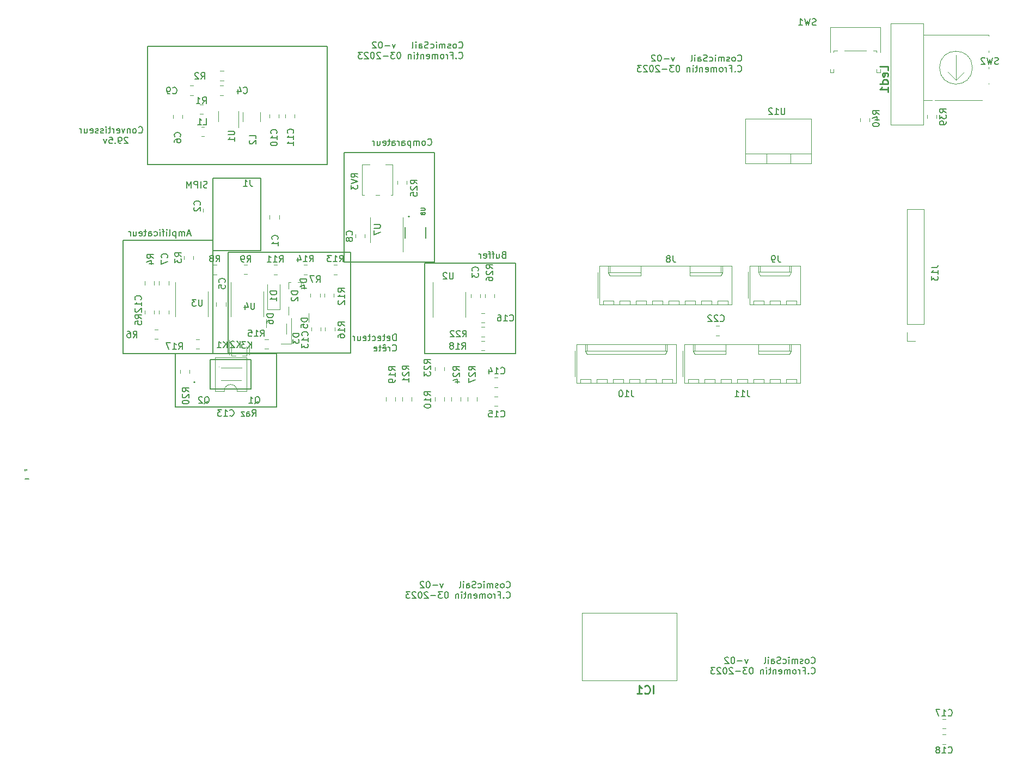
<source format=gbr>
%TF.GenerationSoftware,KiCad,Pcbnew,7.0.1*%
%TF.CreationDate,2023-03-16T09:25:58+01:00*%
%TF.ProjectId,Muons_SIPM_V2,4d756f6e-735f-4534-9950-4d5f56322e6b,rev?*%
%TF.SameCoordinates,PXc54b534PY8c10c98*%
%TF.FileFunction,Legend,Bot*%
%TF.FilePolarity,Positive*%
%FSLAX46Y46*%
G04 Gerber Fmt 4.6, Leading zero omitted, Abs format (unit mm)*
G04 Created by KiCad (PCBNEW 7.0.1) date 2023-03-16 09:25:58*
%MOMM*%
%LPD*%
G01*
G04 APERTURE LIST*
%ADD10C,0.150000*%
%ADD11C,0.254000*%
%ADD12C,0.120000*%
%ADD13C,0.127000*%
%ADD14C,0.200000*%
%ADD15C,0.100000*%
G04 APERTURE END LIST*
D10*
X-124754404Y78316200D02*
X-105714004Y78316200D01*
X-105714004Y62675800D01*
X-124754404Y62675800D01*
X-124754404Y78316200D01*
X-141134404Y80208200D02*
X-127165204Y80208200D01*
X-127165204Y62603400D01*
X-141134404Y62603400D01*
X-141134404Y80208200D01*
X-156391204Y44657120D02*
X-156391204Y44371400D01*
X-106767004Y93834200D02*
X-92670004Y93834200D01*
X-92670004Y76816200D01*
X-106767004Y76816200D01*
X-106767004Y93834200D01*
X-156105494Y44457120D02*
X-156105494Y44657120D01*
X-94194004Y76689200D02*
X-80097004Y76689200D01*
X-80097004Y62592200D01*
X-94194004Y62592200D01*
X-94194004Y76689200D01*
X-155791204Y43117120D02*
X-156391204Y43117120D01*
X-133014004Y62558200D02*
X-117214004Y62558200D01*
X-117214004Y54258200D01*
X-133014004Y54258200D01*
X-133014004Y62558200D01*
X-127173442Y89897200D02*
X-119721004Y89897200D01*
X-119721004Y78634762D01*
X-127173442Y78634762D01*
X-127173442Y89897200D01*
X-137321004Y110378400D02*
X-109381004Y110378400D01*
X-109381004Y91963400D01*
X-137321004Y91963400D01*
X-137321004Y110378400D01*
X-130670277Y81180096D02*
X-131146467Y81180096D01*
X-130575039Y80894381D02*
X-130908372Y81894381D01*
X-130908372Y81894381D02*
X-131241705Y80894381D01*
X-131575039Y80894381D02*
X-131575039Y81561048D01*
X-131575039Y81465810D02*
X-131622658Y81513429D01*
X-131622658Y81513429D02*
X-131717896Y81561048D01*
X-131717896Y81561048D02*
X-131860753Y81561048D01*
X-131860753Y81561048D02*
X-131955991Y81513429D01*
X-131955991Y81513429D02*
X-132003610Y81418191D01*
X-132003610Y81418191D02*
X-132003610Y80894381D01*
X-132003610Y81418191D02*
X-132051229Y81513429D01*
X-132051229Y81513429D02*
X-132146467Y81561048D01*
X-132146467Y81561048D02*
X-132289324Y81561048D01*
X-132289324Y81561048D02*
X-132384563Y81513429D01*
X-132384563Y81513429D02*
X-132432182Y81418191D01*
X-132432182Y81418191D02*
X-132432182Y80894381D01*
X-132908372Y81561048D02*
X-132908372Y80561048D01*
X-132908372Y81513429D02*
X-133003610Y81561048D01*
X-133003610Y81561048D02*
X-133194086Y81561048D01*
X-133194086Y81561048D02*
X-133289324Y81513429D01*
X-133289324Y81513429D02*
X-133336943Y81465810D01*
X-133336943Y81465810D02*
X-133384562Y81370572D01*
X-133384562Y81370572D02*
X-133384562Y81084858D01*
X-133384562Y81084858D02*
X-133336943Y80989620D01*
X-133336943Y80989620D02*
X-133289324Y80942000D01*
X-133289324Y80942000D02*
X-133194086Y80894381D01*
X-133194086Y80894381D02*
X-133003610Y80894381D01*
X-133003610Y80894381D02*
X-132908372Y80942000D01*
X-133955991Y80894381D02*
X-133860753Y80942000D01*
X-133860753Y80942000D02*
X-133813134Y81037239D01*
X-133813134Y81037239D02*
X-133813134Y81894381D01*
X-134336944Y80894381D02*
X-134336944Y81561048D01*
X-134336944Y81894381D02*
X-134289325Y81846762D01*
X-134289325Y81846762D02*
X-134336944Y81799143D01*
X-134336944Y81799143D02*
X-134384563Y81846762D01*
X-134384563Y81846762D02*
X-134336944Y81894381D01*
X-134336944Y81894381D02*
X-134336944Y81799143D01*
X-134670277Y81561048D02*
X-135051229Y81561048D01*
X-134813134Y80894381D02*
X-134813134Y81751524D01*
X-134813134Y81751524D02*
X-134860753Y81846762D01*
X-134860753Y81846762D02*
X-134955991Y81894381D01*
X-134955991Y81894381D02*
X-135051229Y81894381D01*
X-135384563Y80894381D02*
X-135384563Y81561048D01*
X-135384563Y81894381D02*
X-135336944Y81846762D01*
X-135336944Y81846762D02*
X-135384563Y81799143D01*
X-135384563Y81799143D02*
X-135432182Y81846762D01*
X-135432182Y81846762D02*
X-135384563Y81894381D01*
X-135384563Y81894381D02*
X-135384563Y81799143D01*
X-136289324Y80942000D02*
X-136194086Y80894381D01*
X-136194086Y80894381D02*
X-136003610Y80894381D01*
X-136003610Y80894381D02*
X-135908372Y80942000D01*
X-135908372Y80942000D02*
X-135860753Y80989620D01*
X-135860753Y80989620D02*
X-135813134Y81084858D01*
X-135813134Y81084858D02*
X-135813134Y81370572D01*
X-135813134Y81370572D02*
X-135860753Y81465810D01*
X-135860753Y81465810D02*
X-135908372Y81513429D01*
X-135908372Y81513429D02*
X-136003610Y81561048D01*
X-136003610Y81561048D02*
X-136194086Y81561048D01*
X-136194086Y81561048D02*
X-136289324Y81513429D01*
X-137146467Y80894381D02*
X-137146467Y81418191D01*
X-137146467Y81418191D02*
X-137098848Y81513429D01*
X-137098848Y81513429D02*
X-137003610Y81561048D01*
X-137003610Y81561048D02*
X-136813134Y81561048D01*
X-136813134Y81561048D02*
X-136717896Y81513429D01*
X-137146467Y80942000D02*
X-137051229Y80894381D01*
X-137051229Y80894381D02*
X-136813134Y80894381D01*
X-136813134Y80894381D02*
X-136717896Y80942000D01*
X-136717896Y80942000D02*
X-136670277Y81037239D01*
X-136670277Y81037239D02*
X-136670277Y81132477D01*
X-136670277Y81132477D02*
X-136717896Y81227715D01*
X-136717896Y81227715D02*
X-136813134Y81275334D01*
X-136813134Y81275334D02*
X-137051229Y81275334D01*
X-137051229Y81275334D02*
X-137146467Y81322953D01*
X-137479801Y81561048D02*
X-137860753Y81561048D01*
X-137622658Y81894381D02*
X-137622658Y81037239D01*
X-137622658Y81037239D02*
X-137670277Y80942000D01*
X-137670277Y80942000D02*
X-137765515Y80894381D01*
X-137765515Y80894381D02*
X-137860753Y80894381D01*
X-138575039Y80942000D02*
X-138479801Y80894381D01*
X-138479801Y80894381D02*
X-138289325Y80894381D01*
X-138289325Y80894381D02*
X-138194087Y80942000D01*
X-138194087Y80942000D02*
X-138146468Y81037239D01*
X-138146468Y81037239D02*
X-138146468Y81418191D01*
X-138146468Y81418191D02*
X-138194087Y81513429D01*
X-138194087Y81513429D02*
X-138289325Y81561048D01*
X-138289325Y81561048D02*
X-138479801Y81561048D01*
X-138479801Y81561048D02*
X-138575039Y81513429D01*
X-138575039Y81513429D02*
X-138622658Y81418191D01*
X-138622658Y81418191D02*
X-138622658Y81322953D01*
X-138622658Y81322953D02*
X-138146468Y81227715D01*
X-139479801Y81561048D02*
X-139479801Y80894381D01*
X-139051230Y81561048D02*
X-139051230Y81037239D01*
X-139051230Y81037239D02*
X-139098849Y80942000D01*
X-139098849Y80942000D02*
X-139194087Y80894381D01*
X-139194087Y80894381D02*
X-139336944Y80894381D01*
X-139336944Y80894381D02*
X-139432182Y80942000D01*
X-139432182Y80942000D02*
X-139479801Y80989620D01*
X-139955992Y80894381D02*
X-139955992Y81561048D01*
X-139955992Y81370572D02*
X-140003611Y81465810D01*
X-140003611Y81465810D02*
X-140051230Y81513429D01*
X-140051230Y81513429D02*
X-140146468Y81561048D01*
X-140146468Y81561048D02*
X-140241706Y81561048D01*
X-121023528Y52880581D02*
X-120690195Y53356772D01*
X-120452100Y52880581D02*
X-120452100Y53880581D01*
X-120452100Y53880581D02*
X-120833052Y53880581D01*
X-120833052Y53880581D02*
X-120928290Y53832962D01*
X-120928290Y53832962D02*
X-120975909Y53785343D01*
X-120975909Y53785343D02*
X-121023528Y53690105D01*
X-121023528Y53690105D02*
X-121023528Y53547248D01*
X-121023528Y53547248D02*
X-120975909Y53452010D01*
X-120975909Y53452010D02*
X-120928290Y53404391D01*
X-120928290Y53404391D02*
X-120833052Y53356772D01*
X-120833052Y53356772D02*
X-120452100Y53356772D01*
X-121880671Y52880581D02*
X-121880671Y53404391D01*
X-121880671Y53404391D02*
X-121833052Y53499629D01*
X-121833052Y53499629D02*
X-121737814Y53547248D01*
X-121737814Y53547248D02*
X-121547338Y53547248D01*
X-121547338Y53547248D02*
X-121452100Y53499629D01*
X-121880671Y52928200D02*
X-121785433Y52880581D01*
X-121785433Y52880581D02*
X-121547338Y52880581D01*
X-121547338Y52880581D02*
X-121452100Y52928200D01*
X-121452100Y52928200D02*
X-121404481Y53023439D01*
X-121404481Y53023439D02*
X-121404481Y53118677D01*
X-121404481Y53118677D02*
X-121452100Y53213915D01*
X-121452100Y53213915D02*
X-121547338Y53261534D01*
X-121547338Y53261534D02*
X-121785433Y53261534D01*
X-121785433Y53261534D02*
X-121880671Y53309153D01*
X-122261624Y53547248D02*
X-122785433Y53547248D01*
X-122785433Y53547248D02*
X-122261624Y52880581D01*
X-122261624Y52880581D02*
X-122785433Y52880581D01*
X-124499719Y52975820D02*
X-124452100Y52928200D01*
X-124452100Y52928200D02*
X-124309243Y52880581D01*
X-124309243Y52880581D02*
X-124214005Y52880581D01*
X-124214005Y52880581D02*
X-124071148Y52928200D01*
X-124071148Y52928200D02*
X-123975910Y53023439D01*
X-123975910Y53023439D02*
X-123928291Y53118677D01*
X-123928291Y53118677D02*
X-123880672Y53309153D01*
X-123880672Y53309153D02*
X-123880672Y53452010D01*
X-123880672Y53452010D02*
X-123928291Y53642486D01*
X-123928291Y53642486D02*
X-123975910Y53737724D01*
X-123975910Y53737724D02*
X-124071148Y53832962D01*
X-124071148Y53832962D02*
X-124214005Y53880581D01*
X-124214005Y53880581D02*
X-124309243Y53880581D01*
X-124309243Y53880581D02*
X-124452100Y53832962D01*
X-124452100Y53832962D02*
X-124499719Y53785343D01*
X-125452100Y52880581D02*
X-124880672Y52880581D01*
X-125166386Y52880581D02*
X-125166386Y53880581D01*
X-125166386Y53880581D02*
X-125071148Y53737724D01*
X-125071148Y53737724D02*
X-124975910Y53642486D01*
X-124975910Y53642486D02*
X-124880672Y53594867D01*
X-125785434Y53880581D02*
X-126404481Y53880581D01*
X-126404481Y53880581D02*
X-126071148Y53499629D01*
X-126071148Y53499629D02*
X-126214005Y53499629D01*
X-126214005Y53499629D02*
X-126309243Y53452010D01*
X-126309243Y53452010D02*
X-126356862Y53404391D01*
X-126356862Y53404391D02*
X-126404481Y53309153D01*
X-126404481Y53309153D02*
X-126404481Y53071058D01*
X-126404481Y53071058D02*
X-126356862Y52975820D01*
X-126356862Y52975820D02*
X-126309243Y52928200D01*
X-126309243Y52928200D02*
X-126214005Y52880581D01*
X-126214005Y52880581D02*
X-125928291Y52880581D01*
X-125928291Y52880581D02*
X-125833053Y52928200D01*
X-125833053Y52928200D02*
X-125785434Y52975820D01*
X-138706124Y96960620D02*
X-138658505Y96913000D01*
X-138658505Y96913000D02*
X-138515648Y96865381D01*
X-138515648Y96865381D02*
X-138420410Y96865381D01*
X-138420410Y96865381D02*
X-138277553Y96913000D01*
X-138277553Y96913000D02*
X-138182315Y97008239D01*
X-138182315Y97008239D02*
X-138134696Y97103477D01*
X-138134696Y97103477D02*
X-138087077Y97293953D01*
X-138087077Y97293953D02*
X-138087077Y97436810D01*
X-138087077Y97436810D02*
X-138134696Y97627286D01*
X-138134696Y97627286D02*
X-138182315Y97722524D01*
X-138182315Y97722524D02*
X-138277553Y97817762D01*
X-138277553Y97817762D02*
X-138420410Y97865381D01*
X-138420410Y97865381D02*
X-138515648Y97865381D01*
X-138515648Y97865381D02*
X-138658505Y97817762D01*
X-138658505Y97817762D02*
X-138706124Y97770143D01*
X-139277553Y96865381D02*
X-139182315Y96913000D01*
X-139182315Y96913000D02*
X-139134696Y96960620D01*
X-139134696Y96960620D02*
X-139087077Y97055858D01*
X-139087077Y97055858D02*
X-139087077Y97341572D01*
X-139087077Y97341572D02*
X-139134696Y97436810D01*
X-139134696Y97436810D02*
X-139182315Y97484429D01*
X-139182315Y97484429D02*
X-139277553Y97532048D01*
X-139277553Y97532048D02*
X-139420410Y97532048D01*
X-139420410Y97532048D02*
X-139515648Y97484429D01*
X-139515648Y97484429D02*
X-139563267Y97436810D01*
X-139563267Y97436810D02*
X-139610886Y97341572D01*
X-139610886Y97341572D02*
X-139610886Y97055858D01*
X-139610886Y97055858D02*
X-139563267Y96960620D01*
X-139563267Y96960620D02*
X-139515648Y96913000D01*
X-139515648Y96913000D02*
X-139420410Y96865381D01*
X-139420410Y96865381D02*
X-139277553Y96865381D01*
X-140039458Y97532048D02*
X-140039458Y96865381D01*
X-140039458Y97436810D02*
X-140087077Y97484429D01*
X-140087077Y97484429D02*
X-140182315Y97532048D01*
X-140182315Y97532048D02*
X-140325172Y97532048D01*
X-140325172Y97532048D02*
X-140420410Y97484429D01*
X-140420410Y97484429D02*
X-140468029Y97389191D01*
X-140468029Y97389191D02*
X-140468029Y96865381D01*
X-140848982Y97532048D02*
X-141087077Y96865381D01*
X-141087077Y96865381D02*
X-141325172Y97532048D01*
X-142087077Y96913000D02*
X-141991839Y96865381D01*
X-141991839Y96865381D02*
X-141801363Y96865381D01*
X-141801363Y96865381D02*
X-141706125Y96913000D01*
X-141706125Y96913000D02*
X-141658506Y97008239D01*
X-141658506Y97008239D02*
X-141658506Y97389191D01*
X-141658506Y97389191D02*
X-141706125Y97484429D01*
X-141706125Y97484429D02*
X-141801363Y97532048D01*
X-141801363Y97532048D02*
X-141991839Y97532048D01*
X-141991839Y97532048D02*
X-142087077Y97484429D01*
X-142087077Y97484429D02*
X-142134696Y97389191D01*
X-142134696Y97389191D02*
X-142134696Y97293953D01*
X-142134696Y97293953D02*
X-141658506Y97198715D01*
X-142563268Y96865381D02*
X-142563268Y97532048D01*
X-142563268Y97341572D02*
X-142610887Y97436810D01*
X-142610887Y97436810D02*
X-142658506Y97484429D01*
X-142658506Y97484429D02*
X-142753744Y97532048D01*
X-142753744Y97532048D02*
X-142848982Y97532048D01*
X-143039459Y97532048D02*
X-143420411Y97532048D01*
X-143182316Y97865381D02*
X-143182316Y97008239D01*
X-143182316Y97008239D02*
X-143229935Y96913000D01*
X-143229935Y96913000D02*
X-143325173Y96865381D01*
X-143325173Y96865381D02*
X-143420411Y96865381D01*
X-143753745Y96865381D02*
X-143753745Y97532048D01*
X-143753745Y97865381D02*
X-143706126Y97817762D01*
X-143706126Y97817762D02*
X-143753745Y97770143D01*
X-143753745Y97770143D02*
X-143801364Y97817762D01*
X-143801364Y97817762D02*
X-143753745Y97865381D01*
X-143753745Y97865381D02*
X-143753745Y97770143D01*
X-144182316Y96913000D02*
X-144277554Y96865381D01*
X-144277554Y96865381D02*
X-144468030Y96865381D01*
X-144468030Y96865381D02*
X-144563268Y96913000D01*
X-144563268Y96913000D02*
X-144610887Y97008239D01*
X-144610887Y97008239D02*
X-144610887Y97055858D01*
X-144610887Y97055858D02*
X-144563268Y97151096D01*
X-144563268Y97151096D02*
X-144468030Y97198715D01*
X-144468030Y97198715D02*
X-144325173Y97198715D01*
X-144325173Y97198715D02*
X-144229935Y97246334D01*
X-144229935Y97246334D02*
X-144182316Y97341572D01*
X-144182316Y97341572D02*
X-144182316Y97389191D01*
X-144182316Y97389191D02*
X-144229935Y97484429D01*
X-144229935Y97484429D02*
X-144325173Y97532048D01*
X-144325173Y97532048D02*
X-144468030Y97532048D01*
X-144468030Y97532048D02*
X-144563268Y97484429D01*
X-144991840Y96913000D02*
X-145087078Y96865381D01*
X-145087078Y96865381D02*
X-145277554Y96865381D01*
X-145277554Y96865381D02*
X-145372792Y96913000D01*
X-145372792Y96913000D02*
X-145420411Y97008239D01*
X-145420411Y97008239D02*
X-145420411Y97055858D01*
X-145420411Y97055858D02*
X-145372792Y97151096D01*
X-145372792Y97151096D02*
X-145277554Y97198715D01*
X-145277554Y97198715D02*
X-145134697Y97198715D01*
X-145134697Y97198715D02*
X-145039459Y97246334D01*
X-145039459Y97246334D02*
X-144991840Y97341572D01*
X-144991840Y97341572D02*
X-144991840Y97389191D01*
X-144991840Y97389191D02*
X-145039459Y97484429D01*
X-145039459Y97484429D02*
X-145134697Y97532048D01*
X-145134697Y97532048D02*
X-145277554Y97532048D01*
X-145277554Y97532048D02*
X-145372792Y97484429D01*
X-146229935Y96913000D02*
X-146134697Y96865381D01*
X-146134697Y96865381D02*
X-145944221Y96865381D01*
X-145944221Y96865381D02*
X-145848983Y96913000D01*
X-145848983Y96913000D02*
X-145801364Y97008239D01*
X-145801364Y97008239D02*
X-145801364Y97389191D01*
X-145801364Y97389191D02*
X-145848983Y97484429D01*
X-145848983Y97484429D02*
X-145944221Y97532048D01*
X-145944221Y97532048D02*
X-146134697Y97532048D01*
X-146134697Y97532048D02*
X-146229935Y97484429D01*
X-146229935Y97484429D02*
X-146277554Y97389191D01*
X-146277554Y97389191D02*
X-146277554Y97293953D01*
X-146277554Y97293953D02*
X-145801364Y97198715D01*
X-147134697Y97532048D02*
X-147134697Y96865381D01*
X-146706126Y97532048D02*
X-146706126Y97008239D01*
X-146706126Y97008239D02*
X-146753745Y96913000D01*
X-146753745Y96913000D02*
X-146848983Y96865381D01*
X-146848983Y96865381D02*
X-146991840Y96865381D01*
X-146991840Y96865381D02*
X-147087078Y96913000D01*
X-147087078Y96913000D02*
X-147134697Y96960620D01*
X-147610888Y96865381D02*
X-147610888Y97532048D01*
X-147610888Y97341572D02*
X-147658507Y97436810D01*
X-147658507Y97436810D02*
X-147706126Y97484429D01*
X-147706126Y97484429D02*
X-147801364Y97532048D01*
X-147801364Y97532048D02*
X-147896602Y97532048D01*
X-140372792Y96150143D02*
X-140420411Y96197762D01*
X-140420411Y96197762D02*
X-140515649Y96245381D01*
X-140515649Y96245381D02*
X-140753744Y96245381D01*
X-140753744Y96245381D02*
X-140848982Y96197762D01*
X-140848982Y96197762D02*
X-140896601Y96150143D01*
X-140896601Y96150143D02*
X-140944220Y96054905D01*
X-140944220Y96054905D02*
X-140944220Y95959667D01*
X-140944220Y95959667D02*
X-140896601Y95816810D01*
X-140896601Y95816810D02*
X-140325173Y95245381D01*
X-140325173Y95245381D02*
X-140944220Y95245381D01*
X-141420411Y95245381D02*
X-141610887Y95245381D01*
X-141610887Y95245381D02*
X-141706125Y95293000D01*
X-141706125Y95293000D02*
X-141753744Y95340620D01*
X-141753744Y95340620D02*
X-141848982Y95483477D01*
X-141848982Y95483477D02*
X-141896601Y95673953D01*
X-141896601Y95673953D02*
X-141896601Y96054905D01*
X-141896601Y96054905D02*
X-141848982Y96150143D01*
X-141848982Y96150143D02*
X-141801363Y96197762D01*
X-141801363Y96197762D02*
X-141706125Y96245381D01*
X-141706125Y96245381D02*
X-141515649Y96245381D01*
X-141515649Y96245381D02*
X-141420411Y96197762D01*
X-141420411Y96197762D02*
X-141372792Y96150143D01*
X-141372792Y96150143D02*
X-141325173Y96054905D01*
X-141325173Y96054905D02*
X-141325173Y95816810D01*
X-141325173Y95816810D02*
X-141372792Y95721572D01*
X-141372792Y95721572D02*
X-141420411Y95673953D01*
X-141420411Y95673953D02*
X-141515649Y95626334D01*
X-141515649Y95626334D02*
X-141706125Y95626334D01*
X-141706125Y95626334D02*
X-141801363Y95673953D01*
X-141801363Y95673953D02*
X-141848982Y95721572D01*
X-141848982Y95721572D02*
X-141896601Y95816810D01*
X-142325173Y95340620D02*
X-142372792Y95293000D01*
X-142372792Y95293000D02*
X-142325173Y95245381D01*
X-142325173Y95245381D02*
X-142277554Y95293000D01*
X-142277554Y95293000D02*
X-142325173Y95340620D01*
X-142325173Y95340620D02*
X-142325173Y95245381D01*
X-143277553Y96245381D02*
X-142801363Y96245381D01*
X-142801363Y96245381D02*
X-142753744Y95769191D01*
X-142753744Y95769191D02*
X-142801363Y95816810D01*
X-142801363Y95816810D02*
X-142896601Y95864429D01*
X-142896601Y95864429D02*
X-143134696Y95864429D01*
X-143134696Y95864429D02*
X-143229934Y95816810D01*
X-143229934Y95816810D02*
X-143277553Y95769191D01*
X-143277553Y95769191D02*
X-143325172Y95673953D01*
X-143325172Y95673953D02*
X-143325172Y95435858D01*
X-143325172Y95435858D02*
X-143277553Y95340620D01*
X-143277553Y95340620D02*
X-143229934Y95293000D01*
X-143229934Y95293000D02*
X-143134696Y95245381D01*
X-143134696Y95245381D02*
X-142896601Y95245381D01*
X-142896601Y95245381D02*
X-142801363Y95293000D01*
X-142801363Y95293000D02*
X-142753744Y95340620D01*
X-143658506Y95912048D02*
X-143896601Y95245381D01*
X-143896601Y95245381D02*
X-144134696Y95912048D01*
X-98652100Y64600581D02*
X-98652100Y65600581D01*
X-98652100Y65600581D02*
X-98890195Y65600581D01*
X-98890195Y65600581D02*
X-99033052Y65552962D01*
X-99033052Y65552962D02*
X-99128290Y65457724D01*
X-99128290Y65457724D02*
X-99175909Y65362486D01*
X-99175909Y65362486D02*
X-99223528Y65172010D01*
X-99223528Y65172010D02*
X-99223528Y65029153D01*
X-99223528Y65029153D02*
X-99175909Y64838677D01*
X-99175909Y64838677D02*
X-99128290Y64743439D01*
X-99128290Y64743439D02*
X-99033052Y64648200D01*
X-99033052Y64648200D02*
X-98890195Y64600581D01*
X-98890195Y64600581D02*
X-98652100Y64600581D01*
X-100033052Y64648200D02*
X-99937814Y64600581D01*
X-99937814Y64600581D02*
X-99747338Y64600581D01*
X-99747338Y64600581D02*
X-99652100Y64648200D01*
X-99652100Y64648200D02*
X-99604481Y64743439D01*
X-99604481Y64743439D02*
X-99604481Y65124391D01*
X-99604481Y65124391D02*
X-99652100Y65219629D01*
X-99652100Y65219629D02*
X-99747338Y65267248D01*
X-99747338Y65267248D02*
X-99937814Y65267248D01*
X-99937814Y65267248D02*
X-100033052Y65219629D01*
X-100033052Y65219629D02*
X-100080671Y65124391D01*
X-100080671Y65124391D02*
X-100080671Y65029153D01*
X-100080671Y65029153D02*
X-99604481Y64933915D01*
X-100366386Y65267248D02*
X-100747338Y65267248D01*
X-100509243Y65600581D02*
X-100509243Y64743439D01*
X-100509243Y64743439D02*
X-100556862Y64648200D01*
X-100556862Y64648200D02*
X-100652100Y64600581D01*
X-100652100Y64600581D02*
X-100747338Y64600581D01*
X-101461624Y64648200D02*
X-101366386Y64600581D01*
X-101366386Y64600581D02*
X-101175910Y64600581D01*
X-101175910Y64600581D02*
X-101080672Y64648200D01*
X-101080672Y64648200D02*
X-101033053Y64743439D01*
X-101033053Y64743439D02*
X-101033053Y65124391D01*
X-101033053Y65124391D02*
X-101080672Y65219629D01*
X-101080672Y65219629D02*
X-101175910Y65267248D01*
X-101175910Y65267248D02*
X-101366386Y65267248D01*
X-101366386Y65267248D02*
X-101461624Y65219629D01*
X-101461624Y65219629D02*
X-101509243Y65124391D01*
X-101509243Y65124391D02*
X-101509243Y65029153D01*
X-101509243Y65029153D02*
X-101033053Y64933915D01*
X-102366386Y64648200D02*
X-102271148Y64600581D01*
X-102271148Y64600581D02*
X-102080672Y64600581D01*
X-102080672Y64600581D02*
X-101985434Y64648200D01*
X-101985434Y64648200D02*
X-101937815Y64695820D01*
X-101937815Y64695820D02*
X-101890196Y64791058D01*
X-101890196Y64791058D02*
X-101890196Y65076772D01*
X-101890196Y65076772D02*
X-101937815Y65172010D01*
X-101937815Y65172010D02*
X-101985434Y65219629D01*
X-101985434Y65219629D02*
X-102080672Y65267248D01*
X-102080672Y65267248D02*
X-102271148Y65267248D01*
X-102271148Y65267248D02*
X-102366386Y65219629D01*
X-102652101Y65267248D02*
X-103033053Y65267248D01*
X-102794958Y65600581D02*
X-102794958Y64743439D01*
X-102794958Y64743439D02*
X-102842577Y64648200D01*
X-102842577Y64648200D02*
X-102937815Y64600581D01*
X-102937815Y64600581D02*
X-103033053Y64600581D01*
X-103747339Y64648200D02*
X-103652101Y64600581D01*
X-103652101Y64600581D02*
X-103461625Y64600581D01*
X-103461625Y64600581D02*
X-103366387Y64648200D01*
X-103366387Y64648200D02*
X-103318768Y64743439D01*
X-103318768Y64743439D02*
X-103318768Y65124391D01*
X-103318768Y65124391D02*
X-103366387Y65219629D01*
X-103366387Y65219629D02*
X-103461625Y65267248D01*
X-103461625Y65267248D02*
X-103652101Y65267248D01*
X-103652101Y65267248D02*
X-103747339Y65219629D01*
X-103747339Y65219629D02*
X-103794958Y65124391D01*
X-103794958Y65124391D02*
X-103794958Y65029153D01*
X-103794958Y65029153D02*
X-103318768Y64933915D01*
X-104652101Y65267248D02*
X-104652101Y64600581D01*
X-104223530Y65267248D02*
X-104223530Y64743439D01*
X-104223530Y64743439D02*
X-104271149Y64648200D01*
X-104271149Y64648200D02*
X-104366387Y64600581D01*
X-104366387Y64600581D02*
X-104509244Y64600581D01*
X-104509244Y64600581D02*
X-104604482Y64648200D01*
X-104604482Y64648200D02*
X-104652101Y64695820D01*
X-105128292Y64600581D02*
X-105128292Y65267248D01*
X-105128292Y65076772D02*
X-105175911Y65172010D01*
X-105175911Y65172010D02*
X-105223530Y65219629D01*
X-105223530Y65219629D02*
X-105318768Y65267248D01*
X-105318768Y65267248D02*
X-105414006Y65267248D01*
X-99223528Y63075820D02*
X-99175909Y63028200D01*
X-99175909Y63028200D02*
X-99033052Y62980581D01*
X-99033052Y62980581D02*
X-98937814Y62980581D01*
X-98937814Y62980581D02*
X-98794957Y63028200D01*
X-98794957Y63028200D02*
X-98699719Y63123439D01*
X-98699719Y63123439D02*
X-98652100Y63218677D01*
X-98652100Y63218677D02*
X-98604481Y63409153D01*
X-98604481Y63409153D02*
X-98604481Y63552010D01*
X-98604481Y63552010D02*
X-98652100Y63742486D01*
X-98652100Y63742486D02*
X-98699719Y63837724D01*
X-98699719Y63837724D02*
X-98794957Y63932962D01*
X-98794957Y63932962D02*
X-98937814Y63980581D01*
X-98937814Y63980581D02*
X-99033052Y63980581D01*
X-99033052Y63980581D02*
X-99175909Y63932962D01*
X-99175909Y63932962D02*
X-99223528Y63885343D01*
X-99652100Y62980581D02*
X-99652100Y63647248D01*
X-99652100Y63456772D02*
X-99699719Y63552010D01*
X-99699719Y63552010D02*
X-99747338Y63599629D01*
X-99747338Y63599629D02*
X-99842576Y63647248D01*
X-99842576Y63647248D02*
X-99937814Y63647248D01*
X-100652100Y63028200D02*
X-100556862Y62980581D01*
X-100556862Y62980581D02*
X-100366386Y62980581D01*
X-100366386Y62980581D02*
X-100271148Y63028200D01*
X-100271148Y63028200D02*
X-100223529Y63123439D01*
X-100223529Y63123439D02*
X-100223529Y63504391D01*
X-100223529Y63504391D02*
X-100271148Y63599629D01*
X-100271148Y63599629D02*
X-100366386Y63647248D01*
X-100366386Y63647248D02*
X-100556862Y63647248D01*
X-100556862Y63647248D02*
X-100652100Y63599629D01*
X-100652100Y63599629D02*
X-100699719Y63504391D01*
X-100699719Y63504391D02*
X-100699719Y63409153D01*
X-100699719Y63409153D02*
X-100223529Y63313915D01*
X-100271148Y63885343D02*
X-100461624Y64028200D01*
X-100461624Y64028200D02*
X-100652100Y63885343D01*
X-100985434Y63647248D02*
X-101366386Y63647248D01*
X-101128291Y63980581D02*
X-101128291Y63123439D01*
X-101128291Y63123439D02*
X-101175910Y63028200D01*
X-101175910Y63028200D02*
X-101271148Y62980581D01*
X-101271148Y62980581D02*
X-101366386Y62980581D01*
X-102080672Y63028200D02*
X-101985434Y62980581D01*
X-101985434Y62980581D02*
X-101794958Y62980581D01*
X-101794958Y62980581D02*
X-101699720Y63028200D01*
X-101699720Y63028200D02*
X-101652101Y63123439D01*
X-101652101Y63123439D02*
X-101652101Y63504391D01*
X-101652101Y63504391D02*
X-101699720Y63599629D01*
X-101699720Y63599629D02*
X-101794958Y63647248D01*
X-101794958Y63647248D02*
X-101985434Y63647248D01*
X-101985434Y63647248D02*
X-102080672Y63599629D01*
X-102080672Y63599629D02*
X-102128291Y63504391D01*
X-102128291Y63504391D02*
X-102128291Y63409153D01*
X-102128291Y63409153D02*
X-101652101Y63313915D01*
X-93733528Y95067820D02*
X-93685909Y95020200D01*
X-93685909Y95020200D02*
X-93543052Y94972581D01*
X-93543052Y94972581D02*
X-93447814Y94972581D01*
X-93447814Y94972581D02*
X-93304957Y95020200D01*
X-93304957Y95020200D02*
X-93209719Y95115439D01*
X-93209719Y95115439D02*
X-93162100Y95210677D01*
X-93162100Y95210677D02*
X-93114481Y95401153D01*
X-93114481Y95401153D02*
X-93114481Y95544010D01*
X-93114481Y95544010D02*
X-93162100Y95734486D01*
X-93162100Y95734486D02*
X-93209719Y95829724D01*
X-93209719Y95829724D02*
X-93304957Y95924962D01*
X-93304957Y95924962D02*
X-93447814Y95972581D01*
X-93447814Y95972581D02*
X-93543052Y95972581D01*
X-93543052Y95972581D02*
X-93685909Y95924962D01*
X-93685909Y95924962D02*
X-93733528Y95877343D01*
X-94304957Y94972581D02*
X-94209719Y95020200D01*
X-94209719Y95020200D02*
X-94162100Y95067820D01*
X-94162100Y95067820D02*
X-94114481Y95163058D01*
X-94114481Y95163058D02*
X-94114481Y95448772D01*
X-94114481Y95448772D02*
X-94162100Y95544010D01*
X-94162100Y95544010D02*
X-94209719Y95591629D01*
X-94209719Y95591629D02*
X-94304957Y95639248D01*
X-94304957Y95639248D02*
X-94447814Y95639248D01*
X-94447814Y95639248D02*
X-94543052Y95591629D01*
X-94543052Y95591629D02*
X-94590671Y95544010D01*
X-94590671Y95544010D02*
X-94638290Y95448772D01*
X-94638290Y95448772D02*
X-94638290Y95163058D01*
X-94638290Y95163058D02*
X-94590671Y95067820D01*
X-94590671Y95067820D02*
X-94543052Y95020200D01*
X-94543052Y95020200D02*
X-94447814Y94972581D01*
X-94447814Y94972581D02*
X-94304957Y94972581D01*
X-95066862Y94972581D02*
X-95066862Y95639248D01*
X-95066862Y95544010D02*
X-95114481Y95591629D01*
X-95114481Y95591629D02*
X-95209719Y95639248D01*
X-95209719Y95639248D02*
X-95352576Y95639248D01*
X-95352576Y95639248D02*
X-95447814Y95591629D01*
X-95447814Y95591629D02*
X-95495433Y95496391D01*
X-95495433Y95496391D02*
X-95495433Y94972581D01*
X-95495433Y95496391D02*
X-95543052Y95591629D01*
X-95543052Y95591629D02*
X-95638290Y95639248D01*
X-95638290Y95639248D02*
X-95781147Y95639248D01*
X-95781147Y95639248D02*
X-95876386Y95591629D01*
X-95876386Y95591629D02*
X-95924005Y95496391D01*
X-95924005Y95496391D02*
X-95924005Y94972581D01*
X-96400195Y95639248D02*
X-96400195Y94639248D01*
X-96400195Y95591629D02*
X-96495433Y95639248D01*
X-96495433Y95639248D02*
X-96685909Y95639248D01*
X-96685909Y95639248D02*
X-96781147Y95591629D01*
X-96781147Y95591629D02*
X-96828766Y95544010D01*
X-96828766Y95544010D02*
X-96876385Y95448772D01*
X-96876385Y95448772D02*
X-96876385Y95163058D01*
X-96876385Y95163058D02*
X-96828766Y95067820D01*
X-96828766Y95067820D02*
X-96781147Y95020200D01*
X-96781147Y95020200D02*
X-96685909Y94972581D01*
X-96685909Y94972581D02*
X-96495433Y94972581D01*
X-96495433Y94972581D02*
X-96400195Y95020200D01*
X-97733528Y94972581D02*
X-97733528Y95496391D01*
X-97733528Y95496391D02*
X-97685909Y95591629D01*
X-97685909Y95591629D02*
X-97590671Y95639248D01*
X-97590671Y95639248D02*
X-97400195Y95639248D01*
X-97400195Y95639248D02*
X-97304957Y95591629D01*
X-97733528Y95020200D02*
X-97638290Y94972581D01*
X-97638290Y94972581D02*
X-97400195Y94972581D01*
X-97400195Y94972581D02*
X-97304957Y95020200D01*
X-97304957Y95020200D02*
X-97257338Y95115439D01*
X-97257338Y95115439D02*
X-97257338Y95210677D01*
X-97257338Y95210677D02*
X-97304957Y95305915D01*
X-97304957Y95305915D02*
X-97400195Y95353534D01*
X-97400195Y95353534D02*
X-97638290Y95353534D01*
X-97638290Y95353534D02*
X-97733528Y95401153D01*
X-98209719Y94972581D02*
X-98209719Y95639248D01*
X-98209719Y95448772D02*
X-98257338Y95544010D01*
X-98257338Y95544010D02*
X-98304957Y95591629D01*
X-98304957Y95591629D02*
X-98400195Y95639248D01*
X-98400195Y95639248D02*
X-98495433Y95639248D01*
X-99257338Y94972581D02*
X-99257338Y95496391D01*
X-99257338Y95496391D02*
X-99209719Y95591629D01*
X-99209719Y95591629D02*
X-99114481Y95639248D01*
X-99114481Y95639248D02*
X-98924005Y95639248D01*
X-98924005Y95639248D02*
X-98828767Y95591629D01*
X-99257338Y95020200D02*
X-99162100Y94972581D01*
X-99162100Y94972581D02*
X-98924005Y94972581D01*
X-98924005Y94972581D02*
X-98828767Y95020200D01*
X-98828767Y95020200D02*
X-98781148Y95115439D01*
X-98781148Y95115439D02*
X-98781148Y95210677D01*
X-98781148Y95210677D02*
X-98828767Y95305915D01*
X-98828767Y95305915D02*
X-98924005Y95353534D01*
X-98924005Y95353534D02*
X-99162100Y95353534D01*
X-99162100Y95353534D02*
X-99257338Y95401153D01*
X-99590672Y95639248D02*
X-99971624Y95639248D01*
X-99733529Y95972581D02*
X-99733529Y95115439D01*
X-99733529Y95115439D02*
X-99781148Y95020200D01*
X-99781148Y95020200D02*
X-99876386Y94972581D01*
X-99876386Y94972581D02*
X-99971624Y94972581D01*
X-100685910Y95020200D02*
X-100590672Y94972581D01*
X-100590672Y94972581D02*
X-100400196Y94972581D01*
X-100400196Y94972581D02*
X-100304958Y95020200D01*
X-100304958Y95020200D02*
X-100257339Y95115439D01*
X-100257339Y95115439D02*
X-100257339Y95496391D01*
X-100257339Y95496391D02*
X-100304958Y95591629D01*
X-100304958Y95591629D02*
X-100400196Y95639248D01*
X-100400196Y95639248D02*
X-100590672Y95639248D01*
X-100590672Y95639248D02*
X-100685910Y95591629D01*
X-100685910Y95591629D02*
X-100733529Y95496391D01*
X-100733529Y95496391D02*
X-100733529Y95401153D01*
X-100733529Y95401153D02*
X-100257339Y95305915D01*
X-101590672Y95639248D02*
X-101590672Y94972581D01*
X-101162101Y95639248D02*
X-101162101Y95115439D01*
X-101162101Y95115439D02*
X-101209720Y95020200D01*
X-101209720Y95020200D02*
X-101304958Y94972581D01*
X-101304958Y94972581D02*
X-101447815Y94972581D01*
X-101447815Y94972581D02*
X-101543053Y95020200D01*
X-101543053Y95020200D02*
X-101590672Y95067820D01*
X-102066863Y94972581D02*
X-102066863Y95639248D01*
X-102066863Y95448772D02*
X-102114482Y95544010D01*
X-102114482Y95544010D02*
X-102162101Y95591629D01*
X-102162101Y95591629D02*
X-102257339Y95639248D01*
X-102257339Y95639248D02*
X-102352577Y95639248D01*
X-81938433Y77970391D02*
X-82081290Y77922772D01*
X-82081290Y77922772D02*
X-82128909Y77875153D01*
X-82128909Y77875153D02*
X-82176528Y77779915D01*
X-82176528Y77779915D02*
X-82176528Y77637058D01*
X-82176528Y77637058D02*
X-82128909Y77541820D01*
X-82128909Y77541820D02*
X-82081290Y77494200D01*
X-82081290Y77494200D02*
X-81986052Y77446581D01*
X-81986052Y77446581D02*
X-81605100Y77446581D01*
X-81605100Y77446581D02*
X-81605100Y78446581D01*
X-81605100Y78446581D02*
X-81938433Y78446581D01*
X-81938433Y78446581D02*
X-82033671Y78398962D01*
X-82033671Y78398962D02*
X-82081290Y78351343D01*
X-82081290Y78351343D02*
X-82128909Y78256105D01*
X-82128909Y78256105D02*
X-82128909Y78160867D01*
X-82128909Y78160867D02*
X-82081290Y78065629D01*
X-82081290Y78065629D02*
X-82033671Y78018010D01*
X-82033671Y78018010D02*
X-81938433Y77970391D01*
X-81938433Y77970391D02*
X-81605100Y77970391D01*
X-83033671Y78113248D02*
X-83033671Y77446581D01*
X-82605100Y78113248D02*
X-82605100Y77589439D01*
X-82605100Y77589439D02*
X-82652719Y77494200D01*
X-82652719Y77494200D02*
X-82747957Y77446581D01*
X-82747957Y77446581D02*
X-82890814Y77446581D01*
X-82890814Y77446581D02*
X-82986052Y77494200D01*
X-82986052Y77494200D02*
X-83033671Y77541820D01*
X-83367005Y78113248D02*
X-83747957Y78113248D01*
X-83509862Y77446581D02*
X-83509862Y78303724D01*
X-83509862Y78303724D02*
X-83557481Y78398962D01*
X-83557481Y78398962D02*
X-83652719Y78446581D01*
X-83652719Y78446581D02*
X-83747957Y78446581D01*
X-83938434Y78113248D02*
X-84319386Y78113248D01*
X-84081291Y77446581D02*
X-84081291Y78303724D01*
X-84081291Y78303724D02*
X-84128910Y78398962D01*
X-84128910Y78398962D02*
X-84224148Y78446581D01*
X-84224148Y78446581D02*
X-84319386Y78446581D01*
X-85033672Y77494200D02*
X-84938434Y77446581D01*
X-84938434Y77446581D02*
X-84747958Y77446581D01*
X-84747958Y77446581D02*
X-84652720Y77494200D01*
X-84652720Y77494200D02*
X-84605101Y77589439D01*
X-84605101Y77589439D02*
X-84605101Y77970391D01*
X-84605101Y77970391D02*
X-84652720Y78065629D01*
X-84652720Y78065629D02*
X-84747958Y78113248D01*
X-84747958Y78113248D02*
X-84938434Y78113248D01*
X-84938434Y78113248D02*
X-85033672Y78065629D01*
X-85033672Y78065629D02*
X-85081291Y77970391D01*
X-85081291Y77970391D02*
X-85081291Y77875153D01*
X-85081291Y77875153D02*
X-84605101Y77779915D01*
X-85509863Y77446581D02*
X-85509863Y78113248D01*
X-85509863Y77922772D02*
X-85557482Y78018010D01*
X-85557482Y78018010D02*
X-85605101Y78065629D01*
X-85605101Y78065629D02*
X-85700339Y78113248D01*
X-85700339Y78113248D02*
X-85795577Y78113248D01*
X-128039481Y88416200D02*
X-128182338Y88368581D01*
X-128182338Y88368581D02*
X-128420433Y88368581D01*
X-128420433Y88368581D02*
X-128515671Y88416200D01*
X-128515671Y88416200D02*
X-128563290Y88463820D01*
X-128563290Y88463820D02*
X-128610909Y88559058D01*
X-128610909Y88559058D02*
X-128610909Y88654296D01*
X-128610909Y88654296D02*
X-128563290Y88749534D01*
X-128563290Y88749534D02*
X-128515671Y88797153D01*
X-128515671Y88797153D02*
X-128420433Y88844772D01*
X-128420433Y88844772D02*
X-128229957Y88892391D01*
X-128229957Y88892391D02*
X-128134719Y88940010D01*
X-128134719Y88940010D02*
X-128087100Y88987629D01*
X-128087100Y88987629D02*
X-128039481Y89082867D01*
X-128039481Y89082867D02*
X-128039481Y89178105D01*
X-128039481Y89178105D02*
X-128087100Y89273343D01*
X-128087100Y89273343D02*
X-128134719Y89320962D01*
X-128134719Y89320962D02*
X-128229957Y89368581D01*
X-128229957Y89368581D02*
X-128468052Y89368581D01*
X-128468052Y89368581D02*
X-128610909Y89320962D01*
X-129039481Y88368581D02*
X-129039481Y89368581D01*
X-129515671Y88368581D02*
X-129515671Y89368581D01*
X-129515671Y89368581D02*
X-129896623Y89368581D01*
X-129896623Y89368581D02*
X-129991861Y89320962D01*
X-129991861Y89320962D02*
X-130039480Y89273343D01*
X-130039480Y89273343D02*
X-130087099Y89178105D01*
X-130087099Y89178105D02*
X-130087099Y89035248D01*
X-130087099Y89035248D02*
X-130039480Y88940010D01*
X-130039480Y88940010D02*
X-129991861Y88892391D01*
X-129991861Y88892391D02*
X-129896623Y88844772D01*
X-129896623Y88844772D02*
X-129515671Y88844772D01*
X-130515671Y88368581D02*
X-130515671Y89368581D01*
X-130515671Y89368581D02*
X-130849004Y88654296D01*
X-130849004Y88654296D02*
X-131182337Y89368581D01*
X-131182337Y89368581D02*
X-131182337Y88368581D01*
X-88907528Y110149820D02*
X-88859909Y110102200D01*
X-88859909Y110102200D02*
X-88717052Y110054581D01*
X-88717052Y110054581D02*
X-88621814Y110054581D01*
X-88621814Y110054581D02*
X-88478957Y110102200D01*
X-88478957Y110102200D02*
X-88383719Y110197439D01*
X-88383719Y110197439D02*
X-88336100Y110292677D01*
X-88336100Y110292677D02*
X-88288481Y110483153D01*
X-88288481Y110483153D02*
X-88288481Y110626010D01*
X-88288481Y110626010D02*
X-88336100Y110816486D01*
X-88336100Y110816486D02*
X-88383719Y110911724D01*
X-88383719Y110911724D02*
X-88478957Y111006962D01*
X-88478957Y111006962D02*
X-88621814Y111054581D01*
X-88621814Y111054581D02*
X-88717052Y111054581D01*
X-88717052Y111054581D02*
X-88859909Y111006962D01*
X-88859909Y111006962D02*
X-88907528Y110959343D01*
X-89478957Y110054581D02*
X-89383719Y110102200D01*
X-89383719Y110102200D02*
X-89336100Y110149820D01*
X-89336100Y110149820D02*
X-89288481Y110245058D01*
X-89288481Y110245058D02*
X-89288481Y110530772D01*
X-89288481Y110530772D02*
X-89336100Y110626010D01*
X-89336100Y110626010D02*
X-89383719Y110673629D01*
X-89383719Y110673629D02*
X-89478957Y110721248D01*
X-89478957Y110721248D02*
X-89621814Y110721248D01*
X-89621814Y110721248D02*
X-89717052Y110673629D01*
X-89717052Y110673629D02*
X-89764671Y110626010D01*
X-89764671Y110626010D02*
X-89812290Y110530772D01*
X-89812290Y110530772D02*
X-89812290Y110245058D01*
X-89812290Y110245058D02*
X-89764671Y110149820D01*
X-89764671Y110149820D02*
X-89717052Y110102200D01*
X-89717052Y110102200D02*
X-89621814Y110054581D01*
X-89621814Y110054581D02*
X-89478957Y110054581D01*
X-90193243Y110102200D02*
X-90288481Y110054581D01*
X-90288481Y110054581D02*
X-90478957Y110054581D01*
X-90478957Y110054581D02*
X-90574195Y110102200D01*
X-90574195Y110102200D02*
X-90621814Y110197439D01*
X-90621814Y110197439D02*
X-90621814Y110245058D01*
X-90621814Y110245058D02*
X-90574195Y110340296D01*
X-90574195Y110340296D02*
X-90478957Y110387915D01*
X-90478957Y110387915D02*
X-90336100Y110387915D01*
X-90336100Y110387915D02*
X-90240862Y110435534D01*
X-90240862Y110435534D02*
X-90193243Y110530772D01*
X-90193243Y110530772D02*
X-90193243Y110578391D01*
X-90193243Y110578391D02*
X-90240862Y110673629D01*
X-90240862Y110673629D02*
X-90336100Y110721248D01*
X-90336100Y110721248D02*
X-90478957Y110721248D01*
X-90478957Y110721248D02*
X-90574195Y110673629D01*
X-91050386Y110054581D02*
X-91050386Y110721248D01*
X-91050386Y110626010D02*
X-91098005Y110673629D01*
X-91098005Y110673629D02*
X-91193243Y110721248D01*
X-91193243Y110721248D02*
X-91336100Y110721248D01*
X-91336100Y110721248D02*
X-91431338Y110673629D01*
X-91431338Y110673629D02*
X-91478957Y110578391D01*
X-91478957Y110578391D02*
X-91478957Y110054581D01*
X-91478957Y110578391D02*
X-91526576Y110673629D01*
X-91526576Y110673629D02*
X-91621814Y110721248D01*
X-91621814Y110721248D02*
X-91764671Y110721248D01*
X-91764671Y110721248D02*
X-91859910Y110673629D01*
X-91859910Y110673629D02*
X-91907529Y110578391D01*
X-91907529Y110578391D02*
X-91907529Y110054581D01*
X-92383719Y110054581D02*
X-92383719Y110721248D01*
X-92383719Y111054581D02*
X-92336100Y111006962D01*
X-92336100Y111006962D02*
X-92383719Y110959343D01*
X-92383719Y110959343D02*
X-92431338Y111006962D01*
X-92431338Y111006962D02*
X-92383719Y111054581D01*
X-92383719Y111054581D02*
X-92383719Y110959343D01*
X-93288480Y110102200D02*
X-93193242Y110054581D01*
X-93193242Y110054581D02*
X-93002766Y110054581D01*
X-93002766Y110054581D02*
X-92907528Y110102200D01*
X-92907528Y110102200D02*
X-92859909Y110149820D01*
X-92859909Y110149820D02*
X-92812290Y110245058D01*
X-92812290Y110245058D02*
X-92812290Y110530772D01*
X-92812290Y110530772D02*
X-92859909Y110626010D01*
X-92859909Y110626010D02*
X-92907528Y110673629D01*
X-92907528Y110673629D02*
X-93002766Y110721248D01*
X-93002766Y110721248D02*
X-93193242Y110721248D01*
X-93193242Y110721248D02*
X-93288480Y110673629D01*
X-93669433Y110102200D02*
X-93812290Y110054581D01*
X-93812290Y110054581D02*
X-94050385Y110054581D01*
X-94050385Y110054581D02*
X-94145623Y110102200D01*
X-94145623Y110102200D02*
X-94193242Y110149820D01*
X-94193242Y110149820D02*
X-94240861Y110245058D01*
X-94240861Y110245058D02*
X-94240861Y110340296D01*
X-94240861Y110340296D02*
X-94193242Y110435534D01*
X-94193242Y110435534D02*
X-94145623Y110483153D01*
X-94145623Y110483153D02*
X-94050385Y110530772D01*
X-94050385Y110530772D02*
X-93859909Y110578391D01*
X-93859909Y110578391D02*
X-93764671Y110626010D01*
X-93764671Y110626010D02*
X-93717052Y110673629D01*
X-93717052Y110673629D02*
X-93669433Y110768867D01*
X-93669433Y110768867D02*
X-93669433Y110864105D01*
X-93669433Y110864105D02*
X-93717052Y110959343D01*
X-93717052Y110959343D02*
X-93764671Y111006962D01*
X-93764671Y111006962D02*
X-93859909Y111054581D01*
X-93859909Y111054581D02*
X-94098004Y111054581D01*
X-94098004Y111054581D02*
X-94240861Y111006962D01*
X-95098004Y110054581D02*
X-95098004Y110578391D01*
X-95098004Y110578391D02*
X-95050385Y110673629D01*
X-95050385Y110673629D02*
X-94955147Y110721248D01*
X-94955147Y110721248D02*
X-94764671Y110721248D01*
X-94764671Y110721248D02*
X-94669433Y110673629D01*
X-95098004Y110102200D02*
X-95002766Y110054581D01*
X-95002766Y110054581D02*
X-94764671Y110054581D01*
X-94764671Y110054581D02*
X-94669433Y110102200D01*
X-94669433Y110102200D02*
X-94621814Y110197439D01*
X-94621814Y110197439D02*
X-94621814Y110292677D01*
X-94621814Y110292677D02*
X-94669433Y110387915D01*
X-94669433Y110387915D02*
X-94764671Y110435534D01*
X-94764671Y110435534D02*
X-95002766Y110435534D01*
X-95002766Y110435534D02*
X-95098004Y110483153D01*
X-95574195Y110054581D02*
X-95574195Y110721248D01*
X-95574195Y111054581D02*
X-95526576Y111006962D01*
X-95526576Y111006962D02*
X-95574195Y110959343D01*
X-95574195Y110959343D02*
X-95621814Y111006962D01*
X-95621814Y111006962D02*
X-95574195Y111054581D01*
X-95574195Y111054581D02*
X-95574195Y110959343D01*
X-96193242Y110054581D02*
X-96098004Y110102200D01*
X-96098004Y110102200D02*
X-96050385Y110197439D01*
X-96050385Y110197439D02*
X-96050385Y111054581D01*
X-98764672Y110721248D02*
X-99002767Y110054581D01*
X-99002767Y110054581D02*
X-99240862Y110721248D01*
X-99621815Y110435534D02*
X-100383719Y110435534D01*
X-101050386Y111054581D02*
X-101145624Y111054581D01*
X-101145624Y111054581D02*
X-101240862Y111006962D01*
X-101240862Y111006962D02*
X-101288481Y110959343D01*
X-101288481Y110959343D02*
X-101336100Y110864105D01*
X-101336100Y110864105D02*
X-101383719Y110673629D01*
X-101383719Y110673629D02*
X-101383719Y110435534D01*
X-101383719Y110435534D02*
X-101336100Y110245058D01*
X-101336100Y110245058D02*
X-101288481Y110149820D01*
X-101288481Y110149820D02*
X-101240862Y110102200D01*
X-101240862Y110102200D02*
X-101145624Y110054581D01*
X-101145624Y110054581D02*
X-101050386Y110054581D01*
X-101050386Y110054581D02*
X-100955148Y110102200D01*
X-100955148Y110102200D02*
X-100907529Y110149820D01*
X-100907529Y110149820D02*
X-100859910Y110245058D01*
X-100859910Y110245058D02*
X-100812291Y110435534D01*
X-100812291Y110435534D02*
X-100812291Y110673629D01*
X-100812291Y110673629D02*
X-100859910Y110864105D01*
X-100859910Y110864105D02*
X-100907529Y110959343D01*
X-100907529Y110959343D02*
X-100955148Y111006962D01*
X-100955148Y111006962D02*
X-101050386Y111054581D01*
X-101764672Y110959343D02*
X-101812291Y111006962D01*
X-101812291Y111006962D02*
X-101907529Y111054581D01*
X-101907529Y111054581D02*
X-102145624Y111054581D01*
X-102145624Y111054581D02*
X-102240862Y111006962D01*
X-102240862Y111006962D02*
X-102288481Y110959343D01*
X-102288481Y110959343D02*
X-102336100Y110864105D01*
X-102336100Y110864105D02*
X-102336100Y110768867D01*
X-102336100Y110768867D02*
X-102288481Y110626010D01*
X-102288481Y110626010D02*
X-101717053Y110054581D01*
X-101717053Y110054581D02*
X-102336100Y110054581D01*
X-88907528Y108529820D02*
X-88859909Y108482200D01*
X-88859909Y108482200D02*
X-88717052Y108434581D01*
X-88717052Y108434581D02*
X-88621814Y108434581D01*
X-88621814Y108434581D02*
X-88478957Y108482200D01*
X-88478957Y108482200D02*
X-88383719Y108577439D01*
X-88383719Y108577439D02*
X-88336100Y108672677D01*
X-88336100Y108672677D02*
X-88288481Y108863153D01*
X-88288481Y108863153D02*
X-88288481Y109006010D01*
X-88288481Y109006010D02*
X-88336100Y109196486D01*
X-88336100Y109196486D02*
X-88383719Y109291724D01*
X-88383719Y109291724D02*
X-88478957Y109386962D01*
X-88478957Y109386962D02*
X-88621814Y109434581D01*
X-88621814Y109434581D02*
X-88717052Y109434581D01*
X-88717052Y109434581D02*
X-88859909Y109386962D01*
X-88859909Y109386962D02*
X-88907528Y109339343D01*
X-89336100Y108529820D02*
X-89383719Y108482200D01*
X-89383719Y108482200D02*
X-89336100Y108434581D01*
X-89336100Y108434581D02*
X-89288481Y108482200D01*
X-89288481Y108482200D02*
X-89336100Y108529820D01*
X-89336100Y108529820D02*
X-89336100Y108434581D01*
X-90145623Y108958391D02*
X-89812290Y108958391D01*
X-89812290Y108434581D02*
X-89812290Y109434581D01*
X-89812290Y109434581D02*
X-90288480Y109434581D01*
X-90669433Y108434581D02*
X-90669433Y109101248D01*
X-90669433Y108910772D02*
X-90717052Y109006010D01*
X-90717052Y109006010D02*
X-90764671Y109053629D01*
X-90764671Y109053629D02*
X-90859909Y109101248D01*
X-90859909Y109101248D02*
X-90955147Y109101248D01*
X-91431338Y108434581D02*
X-91336100Y108482200D01*
X-91336100Y108482200D02*
X-91288481Y108529820D01*
X-91288481Y108529820D02*
X-91240862Y108625058D01*
X-91240862Y108625058D02*
X-91240862Y108910772D01*
X-91240862Y108910772D02*
X-91288481Y109006010D01*
X-91288481Y109006010D02*
X-91336100Y109053629D01*
X-91336100Y109053629D02*
X-91431338Y109101248D01*
X-91431338Y109101248D02*
X-91574195Y109101248D01*
X-91574195Y109101248D02*
X-91669433Y109053629D01*
X-91669433Y109053629D02*
X-91717052Y109006010D01*
X-91717052Y109006010D02*
X-91764671Y108910772D01*
X-91764671Y108910772D02*
X-91764671Y108625058D01*
X-91764671Y108625058D02*
X-91717052Y108529820D01*
X-91717052Y108529820D02*
X-91669433Y108482200D01*
X-91669433Y108482200D02*
X-91574195Y108434581D01*
X-91574195Y108434581D02*
X-91431338Y108434581D01*
X-92193243Y108434581D02*
X-92193243Y109101248D01*
X-92193243Y109006010D02*
X-92240862Y109053629D01*
X-92240862Y109053629D02*
X-92336100Y109101248D01*
X-92336100Y109101248D02*
X-92478957Y109101248D01*
X-92478957Y109101248D02*
X-92574195Y109053629D01*
X-92574195Y109053629D02*
X-92621814Y108958391D01*
X-92621814Y108958391D02*
X-92621814Y108434581D01*
X-92621814Y108958391D02*
X-92669433Y109053629D01*
X-92669433Y109053629D02*
X-92764671Y109101248D01*
X-92764671Y109101248D02*
X-92907528Y109101248D01*
X-92907528Y109101248D02*
X-93002767Y109053629D01*
X-93002767Y109053629D02*
X-93050386Y108958391D01*
X-93050386Y108958391D02*
X-93050386Y108434581D01*
X-93907528Y108482200D02*
X-93812290Y108434581D01*
X-93812290Y108434581D02*
X-93621814Y108434581D01*
X-93621814Y108434581D02*
X-93526576Y108482200D01*
X-93526576Y108482200D02*
X-93478957Y108577439D01*
X-93478957Y108577439D02*
X-93478957Y108958391D01*
X-93478957Y108958391D02*
X-93526576Y109053629D01*
X-93526576Y109053629D02*
X-93621814Y109101248D01*
X-93621814Y109101248D02*
X-93812290Y109101248D01*
X-93812290Y109101248D02*
X-93907528Y109053629D01*
X-93907528Y109053629D02*
X-93955147Y108958391D01*
X-93955147Y108958391D02*
X-93955147Y108863153D01*
X-93955147Y108863153D02*
X-93478957Y108767915D01*
X-94383719Y109101248D02*
X-94383719Y108434581D01*
X-94383719Y109006010D02*
X-94431338Y109053629D01*
X-94431338Y109053629D02*
X-94526576Y109101248D01*
X-94526576Y109101248D02*
X-94669433Y109101248D01*
X-94669433Y109101248D02*
X-94764671Y109053629D01*
X-94764671Y109053629D02*
X-94812290Y108958391D01*
X-94812290Y108958391D02*
X-94812290Y108434581D01*
X-95145624Y109101248D02*
X-95526576Y109101248D01*
X-95288481Y109434581D02*
X-95288481Y108577439D01*
X-95288481Y108577439D02*
X-95336100Y108482200D01*
X-95336100Y108482200D02*
X-95431338Y108434581D01*
X-95431338Y108434581D02*
X-95526576Y108434581D01*
X-95859910Y108434581D02*
X-95859910Y109101248D01*
X-95859910Y109434581D02*
X-95812291Y109386962D01*
X-95812291Y109386962D02*
X-95859910Y109339343D01*
X-95859910Y109339343D02*
X-95907529Y109386962D01*
X-95907529Y109386962D02*
X-95859910Y109434581D01*
X-95859910Y109434581D02*
X-95859910Y109339343D01*
X-96336100Y109101248D02*
X-96336100Y108434581D01*
X-96336100Y109006010D02*
X-96383719Y109053629D01*
X-96383719Y109053629D02*
X-96478957Y109101248D01*
X-96478957Y109101248D02*
X-96621814Y109101248D01*
X-96621814Y109101248D02*
X-96717052Y109053629D01*
X-96717052Y109053629D02*
X-96764671Y108958391D01*
X-96764671Y108958391D02*
X-96764671Y108434581D01*
X-98193243Y109434581D02*
X-98288481Y109434581D01*
X-98288481Y109434581D02*
X-98383719Y109386962D01*
X-98383719Y109386962D02*
X-98431338Y109339343D01*
X-98431338Y109339343D02*
X-98478957Y109244105D01*
X-98478957Y109244105D02*
X-98526576Y109053629D01*
X-98526576Y109053629D02*
X-98526576Y108815534D01*
X-98526576Y108815534D02*
X-98478957Y108625058D01*
X-98478957Y108625058D02*
X-98431338Y108529820D01*
X-98431338Y108529820D02*
X-98383719Y108482200D01*
X-98383719Y108482200D02*
X-98288481Y108434581D01*
X-98288481Y108434581D02*
X-98193243Y108434581D01*
X-98193243Y108434581D02*
X-98098005Y108482200D01*
X-98098005Y108482200D02*
X-98050386Y108529820D01*
X-98050386Y108529820D02*
X-98002767Y108625058D01*
X-98002767Y108625058D02*
X-97955148Y108815534D01*
X-97955148Y108815534D02*
X-97955148Y109053629D01*
X-97955148Y109053629D02*
X-98002767Y109244105D01*
X-98002767Y109244105D02*
X-98050386Y109339343D01*
X-98050386Y109339343D02*
X-98098005Y109386962D01*
X-98098005Y109386962D02*
X-98193243Y109434581D01*
X-98859910Y109434581D02*
X-99478957Y109434581D01*
X-99478957Y109434581D02*
X-99145624Y109053629D01*
X-99145624Y109053629D02*
X-99288481Y109053629D01*
X-99288481Y109053629D02*
X-99383719Y109006010D01*
X-99383719Y109006010D02*
X-99431338Y108958391D01*
X-99431338Y108958391D02*
X-99478957Y108863153D01*
X-99478957Y108863153D02*
X-99478957Y108625058D01*
X-99478957Y108625058D02*
X-99431338Y108529820D01*
X-99431338Y108529820D02*
X-99383719Y108482200D01*
X-99383719Y108482200D02*
X-99288481Y108434581D01*
X-99288481Y108434581D02*
X-99002767Y108434581D01*
X-99002767Y108434581D02*
X-98907529Y108482200D01*
X-98907529Y108482200D02*
X-98859910Y108529820D01*
X-99907529Y108815534D02*
X-100669433Y108815534D01*
X-101098005Y109339343D02*
X-101145624Y109386962D01*
X-101145624Y109386962D02*
X-101240862Y109434581D01*
X-101240862Y109434581D02*
X-101478957Y109434581D01*
X-101478957Y109434581D02*
X-101574195Y109386962D01*
X-101574195Y109386962D02*
X-101621814Y109339343D01*
X-101621814Y109339343D02*
X-101669433Y109244105D01*
X-101669433Y109244105D02*
X-101669433Y109148867D01*
X-101669433Y109148867D02*
X-101621814Y109006010D01*
X-101621814Y109006010D02*
X-101050386Y108434581D01*
X-101050386Y108434581D02*
X-101669433Y108434581D01*
X-102288481Y109434581D02*
X-102383719Y109434581D01*
X-102383719Y109434581D02*
X-102478957Y109386962D01*
X-102478957Y109386962D02*
X-102526576Y109339343D01*
X-102526576Y109339343D02*
X-102574195Y109244105D01*
X-102574195Y109244105D02*
X-102621814Y109053629D01*
X-102621814Y109053629D02*
X-102621814Y108815534D01*
X-102621814Y108815534D02*
X-102574195Y108625058D01*
X-102574195Y108625058D02*
X-102526576Y108529820D01*
X-102526576Y108529820D02*
X-102478957Y108482200D01*
X-102478957Y108482200D02*
X-102383719Y108434581D01*
X-102383719Y108434581D02*
X-102288481Y108434581D01*
X-102288481Y108434581D02*
X-102193243Y108482200D01*
X-102193243Y108482200D02*
X-102145624Y108529820D01*
X-102145624Y108529820D02*
X-102098005Y108625058D01*
X-102098005Y108625058D02*
X-102050386Y108815534D01*
X-102050386Y108815534D02*
X-102050386Y109053629D01*
X-102050386Y109053629D02*
X-102098005Y109244105D01*
X-102098005Y109244105D02*
X-102145624Y109339343D01*
X-102145624Y109339343D02*
X-102193243Y109386962D01*
X-102193243Y109386962D02*
X-102288481Y109434581D01*
X-103002767Y109339343D02*
X-103050386Y109386962D01*
X-103050386Y109386962D02*
X-103145624Y109434581D01*
X-103145624Y109434581D02*
X-103383719Y109434581D01*
X-103383719Y109434581D02*
X-103478957Y109386962D01*
X-103478957Y109386962D02*
X-103526576Y109339343D01*
X-103526576Y109339343D02*
X-103574195Y109244105D01*
X-103574195Y109244105D02*
X-103574195Y109148867D01*
X-103574195Y109148867D02*
X-103526576Y109006010D01*
X-103526576Y109006010D02*
X-102955148Y108434581D01*
X-102955148Y108434581D02*
X-103574195Y108434581D01*
X-103907529Y109434581D02*
X-104526576Y109434581D01*
X-104526576Y109434581D02*
X-104193243Y109053629D01*
X-104193243Y109053629D02*
X-104336100Y109053629D01*
X-104336100Y109053629D02*
X-104431338Y109006010D01*
X-104431338Y109006010D02*
X-104478957Y108958391D01*
X-104478957Y108958391D02*
X-104526576Y108863153D01*
X-104526576Y108863153D02*
X-104526576Y108625058D01*
X-104526576Y108625058D02*
X-104478957Y108529820D01*
X-104478957Y108529820D02*
X-104431338Y108482200D01*
X-104431338Y108482200D02*
X-104336100Y108434581D01*
X-104336100Y108434581D02*
X-104050386Y108434581D01*
X-104050386Y108434581D02*
X-103955148Y108482200D01*
X-103955148Y108482200D02*
X-103907529Y108529820D01*
X-81505324Y26297820D02*
X-81457705Y26250200D01*
X-81457705Y26250200D02*
X-81314848Y26202581D01*
X-81314848Y26202581D02*
X-81219610Y26202581D01*
X-81219610Y26202581D02*
X-81076753Y26250200D01*
X-81076753Y26250200D02*
X-80981515Y26345439D01*
X-80981515Y26345439D02*
X-80933896Y26440677D01*
X-80933896Y26440677D02*
X-80886277Y26631153D01*
X-80886277Y26631153D02*
X-80886277Y26774010D01*
X-80886277Y26774010D02*
X-80933896Y26964486D01*
X-80933896Y26964486D02*
X-80981515Y27059724D01*
X-80981515Y27059724D02*
X-81076753Y27154962D01*
X-81076753Y27154962D02*
X-81219610Y27202581D01*
X-81219610Y27202581D02*
X-81314848Y27202581D01*
X-81314848Y27202581D02*
X-81457705Y27154962D01*
X-81457705Y27154962D02*
X-81505324Y27107343D01*
X-82076753Y26202581D02*
X-81981515Y26250200D01*
X-81981515Y26250200D02*
X-81933896Y26297820D01*
X-81933896Y26297820D02*
X-81886277Y26393058D01*
X-81886277Y26393058D02*
X-81886277Y26678772D01*
X-81886277Y26678772D02*
X-81933896Y26774010D01*
X-81933896Y26774010D02*
X-81981515Y26821629D01*
X-81981515Y26821629D02*
X-82076753Y26869248D01*
X-82076753Y26869248D02*
X-82219610Y26869248D01*
X-82219610Y26869248D02*
X-82314848Y26821629D01*
X-82314848Y26821629D02*
X-82362467Y26774010D01*
X-82362467Y26774010D02*
X-82410086Y26678772D01*
X-82410086Y26678772D02*
X-82410086Y26393058D01*
X-82410086Y26393058D02*
X-82362467Y26297820D01*
X-82362467Y26297820D02*
X-82314848Y26250200D01*
X-82314848Y26250200D02*
X-82219610Y26202581D01*
X-82219610Y26202581D02*
X-82076753Y26202581D01*
X-82791039Y26250200D02*
X-82886277Y26202581D01*
X-82886277Y26202581D02*
X-83076753Y26202581D01*
X-83076753Y26202581D02*
X-83171991Y26250200D01*
X-83171991Y26250200D02*
X-83219610Y26345439D01*
X-83219610Y26345439D02*
X-83219610Y26393058D01*
X-83219610Y26393058D02*
X-83171991Y26488296D01*
X-83171991Y26488296D02*
X-83076753Y26535915D01*
X-83076753Y26535915D02*
X-82933896Y26535915D01*
X-82933896Y26535915D02*
X-82838658Y26583534D01*
X-82838658Y26583534D02*
X-82791039Y26678772D01*
X-82791039Y26678772D02*
X-82791039Y26726391D01*
X-82791039Y26726391D02*
X-82838658Y26821629D01*
X-82838658Y26821629D02*
X-82933896Y26869248D01*
X-82933896Y26869248D02*
X-83076753Y26869248D01*
X-83076753Y26869248D02*
X-83171991Y26821629D01*
X-83648182Y26202581D02*
X-83648182Y26869248D01*
X-83648182Y26774010D02*
X-83695801Y26821629D01*
X-83695801Y26821629D02*
X-83791039Y26869248D01*
X-83791039Y26869248D02*
X-83933896Y26869248D01*
X-83933896Y26869248D02*
X-84029134Y26821629D01*
X-84029134Y26821629D02*
X-84076753Y26726391D01*
X-84076753Y26726391D02*
X-84076753Y26202581D01*
X-84076753Y26726391D02*
X-84124372Y26821629D01*
X-84124372Y26821629D02*
X-84219610Y26869248D01*
X-84219610Y26869248D02*
X-84362467Y26869248D01*
X-84362467Y26869248D02*
X-84457706Y26821629D01*
X-84457706Y26821629D02*
X-84505325Y26726391D01*
X-84505325Y26726391D02*
X-84505325Y26202581D01*
X-84981515Y26202581D02*
X-84981515Y26869248D01*
X-84981515Y27202581D02*
X-84933896Y27154962D01*
X-84933896Y27154962D02*
X-84981515Y27107343D01*
X-84981515Y27107343D02*
X-85029134Y27154962D01*
X-85029134Y27154962D02*
X-84981515Y27202581D01*
X-84981515Y27202581D02*
X-84981515Y27107343D01*
X-85886276Y26250200D02*
X-85791038Y26202581D01*
X-85791038Y26202581D02*
X-85600562Y26202581D01*
X-85600562Y26202581D02*
X-85505324Y26250200D01*
X-85505324Y26250200D02*
X-85457705Y26297820D01*
X-85457705Y26297820D02*
X-85410086Y26393058D01*
X-85410086Y26393058D02*
X-85410086Y26678772D01*
X-85410086Y26678772D02*
X-85457705Y26774010D01*
X-85457705Y26774010D02*
X-85505324Y26821629D01*
X-85505324Y26821629D02*
X-85600562Y26869248D01*
X-85600562Y26869248D02*
X-85791038Y26869248D01*
X-85791038Y26869248D02*
X-85886276Y26821629D01*
X-86267229Y26250200D02*
X-86410086Y26202581D01*
X-86410086Y26202581D02*
X-86648181Y26202581D01*
X-86648181Y26202581D02*
X-86743419Y26250200D01*
X-86743419Y26250200D02*
X-86791038Y26297820D01*
X-86791038Y26297820D02*
X-86838657Y26393058D01*
X-86838657Y26393058D02*
X-86838657Y26488296D01*
X-86838657Y26488296D02*
X-86791038Y26583534D01*
X-86791038Y26583534D02*
X-86743419Y26631153D01*
X-86743419Y26631153D02*
X-86648181Y26678772D01*
X-86648181Y26678772D02*
X-86457705Y26726391D01*
X-86457705Y26726391D02*
X-86362467Y26774010D01*
X-86362467Y26774010D02*
X-86314848Y26821629D01*
X-86314848Y26821629D02*
X-86267229Y26916867D01*
X-86267229Y26916867D02*
X-86267229Y27012105D01*
X-86267229Y27012105D02*
X-86314848Y27107343D01*
X-86314848Y27107343D02*
X-86362467Y27154962D01*
X-86362467Y27154962D02*
X-86457705Y27202581D01*
X-86457705Y27202581D02*
X-86695800Y27202581D01*
X-86695800Y27202581D02*
X-86838657Y27154962D01*
X-87695800Y26202581D02*
X-87695800Y26726391D01*
X-87695800Y26726391D02*
X-87648181Y26821629D01*
X-87648181Y26821629D02*
X-87552943Y26869248D01*
X-87552943Y26869248D02*
X-87362467Y26869248D01*
X-87362467Y26869248D02*
X-87267229Y26821629D01*
X-87695800Y26250200D02*
X-87600562Y26202581D01*
X-87600562Y26202581D02*
X-87362467Y26202581D01*
X-87362467Y26202581D02*
X-87267229Y26250200D01*
X-87267229Y26250200D02*
X-87219610Y26345439D01*
X-87219610Y26345439D02*
X-87219610Y26440677D01*
X-87219610Y26440677D02*
X-87267229Y26535915D01*
X-87267229Y26535915D02*
X-87362467Y26583534D01*
X-87362467Y26583534D02*
X-87600562Y26583534D01*
X-87600562Y26583534D02*
X-87695800Y26631153D01*
X-88171991Y26202581D02*
X-88171991Y26869248D01*
X-88171991Y27202581D02*
X-88124372Y27154962D01*
X-88124372Y27154962D02*
X-88171991Y27107343D01*
X-88171991Y27107343D02*
X-88219610Y27154962D01*
X-88219610Y27154962D02*
X-88171991Y27202581D01*
X-88171991Y27202581D02*
X-88171991Y27107343D01*
X-88791038Y26202581D02*
X-88695800Y26250200D01*
X-88695800Y26250200D02*
X-88648181Y26345439D01*
X-88648181Y26345439D02*
X-88648181Y27202581D01*
X-91362468Y26869248D02*
X-91600563Y26202581D01*
X-91600563Y26202581D02*
X-91838658Y26869248D01*
X-92219611Y26583534D02*
X-92981515Y26583534D01*
X-93648182Y27202581D02*
X-93743420Y27202581D01*
X-93743420Y27202581D02*
X-93838658Y27154962D01*
X-93838658Y27154962D02*
X-93886277Y27107343D01*
X-93886277Y27107343D02*
X-93933896Y27012105D01*
X-93933896Y27012105D02*
X-93981515Y26821629D01*
X-93981515Y26821629D02*
X-93981515Y26583534D01*
X-93981515Y26583534D02*
X-93933896Y26393058D01*
X-93933896Y26393058D02*
X-93886277Y26297820D01*
X-93886277Y26297820D02*
X-93838658Y26250200D01*
X-93838658Y26250200D02*
X-93743420Y26202581D01*
X-93743420Y26202581D02*
X-93648182Y26202581D01*
X-93648182Y26202581D02*
X-93552944Y26250200D01*
X-93552944Y26250200D02*
X-93505325Y26297820D01*
X-93505325Y26297820D02*
X-93457706Y26393058D01*
X-93457706Y26393058D02*
X-93410087Y26583534D01*
X-93410087Y26583534D02*
X-93410087Y26821629D01*
X-93410087Y26821629D02*
X-93457706Y27012105D01*
X-93457706Y27012105D02*
X-93505325Y27107343D01*
X-93505325Y27107343D02*
X-93552944Y27154962D01*
X-93552944Y27154962D02*
X-93648182Y27202581D01*
X-94362468Y27107343D02*
X-94410087Y27154962D01*
X-94410087Y27154962D02*
X-94505325Y27202581D01*
X-94505325Y27202581D02*
X-94743420Y27202581D01*
X-94743420Y27202581D02*
X-94838658Y27154962D01*
X-94838658Y27154962D02*
X-94886277Y27107343D01*
X-94886277Y27107343D02*
X-94933896Y27012105D01*
X-94933896Y27012105D02*
X-94933896Y26916867D01*
X-94933896Y26916867D02*
X-94886277Y26774010D01*
X-94886277Y26774010D02*
X-94314849Y26202581D01*
X-94314849Y26202581D02*
X-94933896Y26202581D01*
X-81505324Y24677820D02*
X-81457705Y24630200D01*
X-81457705Y24630200D02*
X-81314848Y24582581D01*
X-81314848Y24582581D02*
X-81219610Y24582581D01*
X-81219610Y24582581D02*
X-81076753Y24630200D01*
X-81076753Y24630200D02*
X-80981515Y24725439D01*
X-80981515Y24725439D02*
X-80933896Y24820677D01*
X-80933896Y24820677D02*
X-80886277Y25011153D01*
X-80886277Y25011153D02*
X-80886277Y25154010D01*
X-80886277Y25154010D02*
X-80933896Y25344486D01*
X-80933896Y25344486D02*
X-80981515Y25439724D01*
X-80981515Y25439724D02*
X-81076753Y25534962D01*
X-81076753Y25534962D02*
X-81219610Y25582581D01*
X-81219610Y25582581D02*
X-81314848Y25582581D01*
X-81314848Y25582581D02*
X-81457705Y25534962D01*
X-81457705Y25534962D02*
X-81505324Y25487343D01*
X-81933896Y24677820D02*
X-81981515Y24630200D01*
X-81981515Y24630200D02*
X-81933896Y24582581D01*
X-81933896Y24582581D02*
X-81886277Y24630200D01*
X-81886277Y24630200D02*
X-81933896Y24677820D01*
X-81933896Y24677820D02*
X-81933896Y24582581D01*
X-82743419Y25106391D02*
X-82410086Y25106391D01*
X-82410086Y24582581D02*
X-82410086Y25582581D01*
X-82410086Y25582581D02*
X-82886276Y25582581D01*
X-83267229Y24582581D02*
X-83267229Y25249248D01*
X-83267229Y25058772D02*
X-83314848Y25154010D01*
X-83314848Y25154010D02*
X-83362467Y25201629D01*
X-83362467Y25201629D02*
X-83457705Y25249248D01*
X-83457705Y25249248D02*
X-83552943Y25249248D01*
X-84029134Y24582581D02*
X-83933896Y24630200D01*
X-83933896Y24630200D02*
X-83886277Y24677820D01*
X-83886277Y24677820D02*
X-83838658Y24773058D01*
X-83838658Y24773058D02*
X-83838658Y25058772D01*
X-83838658Y25058772D02*
X-83886277Y25154010D01*
X-83886277Y25154010D02*
X-83933896Y25201629D01*
X-83933896Y25201629D02*
X-84029134Y25249248D01*
X-84029134Y25249248D02*
X-84171991Y25249248D01*
X-84171991Y25249248D02*
X-84267229Y25201629D01*
X-84267229Y25201629D02*
X-84314848Y25154010D01*
X-84314848Y25154010D02*
X-84362467Y25058772D01*
X-84362467Y25058772D02*
X-84362467Y24773058D01*
X-84362467Y24773058D02*
X-84314848Y24677820D01*
X-84314848Y24677820D02*
X-84267229Y24630200D01*
X-84267229Y24630200D02*
X-84171991Y24582581D01*
X-84171991Y24582581D02*
X-84029134Y24582581D01*
X-84791039Y24582581D02*
X-84791039Y25249248D01*
X-84791039Y25154010D02*
X-84838658Y25201629D01*
X-84838658Y25201629D02*
X-84933896Y25249248D01*
X-84933896Y25249248D02*
X-85076753Y25249248D01*
X-85076753Y25249248D02*
X-85171991Y25201629D01*
X-85171991Y25201629D02*
X-85219610Y25106391D01*
X-85219610Y25106391D02*
X-85219610Y24582581D01*
X-85219610Y25106391D02*
X-85267229Y25201629D01*
X-85267229Y25201629D02*
X-85362467Y25249248D01*
X-85362467Y25249248D02*
X-85505324Y25249248D01*
X-85505324Y25249248D02*
X-85600563Y25201629D01*
X-85600563Y25201629D02*
X-85648182Y25106391D01*
X-85648182Y25106391D02*
X-85648182Y24582581D01*
X-86505324Y24630200D02*
X-86410086Y24582581D01*
X-86410086Y24582581D02*
X-86219610Y24582581D01*
X-86219610Y24582581D02*
X-86124372Y24630200D01*
X-86124372Y24630200D02*
X-86076753Y24725439D01*
X-86076753Y24725439D02*
X-86076753Y25106391D01*
X-86076753Y25106391D02*
X-86124372Y25201629D01*
X-86124372Y25201629D02*
X-86219610Y25249248D01*
X-86219610Y25249248D02*
X-86410086Y25249248D01*
X-86410086Y25249248D02*
X-86505324Y25201629D01*
X-86505324Y25201629D02*
X-86552943Y25106391D01*
X-86552943Y25106391D02*
X-86552943Y25011153D01*
X-86552943Y25011153D02*
X-86076753Y24915915D01*
X-86981515Y25249248D02*
X-86981515Y24582581D01*
X-86981515Y25154010D02*
X-87029134Y25201629D01*
X-87029134Y25201629D02*
X-87124372Y25249248D01*
X-87124372Y25249248D02*
X-87267229Y25249248D01*
X-87267229Y25249248D02*
X-87362467Y25201629D01*
X-87362467Y25201629D02*
X-87410086Y25106391D01*
X-87410086Y25106391D02*
X-87410086Y24582581D01*
X-87743420Y25249248D02*
X-88124372Y25249248D01*
X-87886277Y25582581D02*
X-87886277Y24725439D01*
X-87886277Y24725439D02*
X-87933896Y24630200D01*
X-87933896Y24630200D02*
X-88029134Y24582581D01*
X-88029134Y24582581D02*
X-88124372Y24582581D01*
X-88457706Y24582581D02*
X-88457706Y25249248D01*
X-88457706Y25582581D02*
X-88410087Y25534962D01*
X-88410087Y25534962D02*
X-88457706Y25487343D01*
X-88457706Y25487343D02*
X-88505325Y25534962D01*
X-88505325Y25534962D02*
X-88457706Y25582581D01*
X-88457706Y25582581D02*
X-88457706Y25487343D01*
X-88933896Y25249248D02*
X-88933896Y24582581D01*
X-88933896Y25154010D02*
X-88981515Y25201629D01*
X-88981515Y25201629D02*
X-89076753Y25249248D01*
X-89076753Y25249248D02*
X-89219610Y25249248D01*
X-89219610Y25249248D02*
X-89314848Y25201629D01*
X-89314848Y25201629D02*
X-89362467Y25106391D01*
X-89362467Y25106391D02*
X-89362467Y24582581D01*
X-90791039Y25582581D02*
X-90886277Y25582581D01*
X-90886277Y25582581D02*
X-90981515Y25534962D01*
X-90981515Y25534962D02*
X-91029134Y25487343D01*
X-91029134Y25487343D02*
X-91076753Y25392105D01*
X-91076753Y25392105D02*
X-91124372Y25201629D01*
X-91124372Y25201629D02*
X-91124372Y24963534D01*
X-91124372Y24963534D02*
X-91076753Y24773058D01*
X-91076753Y24773058D02*
X-91029134Y24677820D01*
X-91029134Y24677820D02*
X-90981515Y24630200D01*
X-90981515Y24630200D02*
X-90886277Y24582581D01*
X-90886277Y24582581D02*
X-90791039Y24582581D01*
X-90791039Y24582581D02*
X-90695801Y24630200D01*
X-90695801Y24630200D02*
X-90648182Y24677820D01*
X-90648182Y24677820D02*
X-90600563Y24773058D01*
X-90600563Y24773058D02*
X-90552944Y24963534D01*
X-90552944Y24963534D02*
X-90552944Y25201629D01*
X-90552944Y25201629D02*
X-90600563Y25392105D01*
X-90600563Y25392105D02*
X-90648182Y25487343D01*
X-90648182Y25487343D02*
X-90695801Y25534962D01*
X-90695801Y25534962D02*
X-90791039Y25582581D01*
X-91457706Y25582581D02*
X-92076753Y25582581D01*
X-92076753Y25582581D02*
X-91743420Y25201629D01*
X-91743420Y25201629D02*
X-91886277Y25201629D01*
X-91886277Y25201629D02*
X-91981515Y25154010D01*
X-91981515Y25154010D02*
X-92029134Y25106391D01*
X-92029134Y25106391D02*
X-92076753Y25011153D01*
X-92076753Y25011153D02*
X-92076753Y24773058D01*
X-92076753Y24773058D02*
X-92029134Y24677820D01*
X-92029134Y24677820D02*
X-91981515Y24630200D01*
X-91981515Y24630200D02*
X-91886277Y24582581D01*
X-91886277Y24582581D02*
X-91600563Y24582581D01*
X-91600563Y24582581D02*
X-91505325Y24630200D01*
X-91505325Y24630200D02*
X-91457706Y24677820D01*
X-92505325Y24963534D02*
X-93267229Y24963534D01*
X-93695801Y25487343D02*
X-93743420Y25534962D01*
X-93743420Y25534962D02*
X-93838658Y25582581D01*
X-93838658Y25582581D02*
X-94076753Y25582581D01*
X-94076753Y25582581D02*
X-94171991Y25534962D01*
X-94171991Y25534962D02*
X-94219610Y25487343D01*
X-94219610Y25487343D02*
X-94267229Y25392105D01*
X-94267229Y25392105D02*
X-94267229Y25296867D01*
X-94267229Y25296867D02*
X-94219610Y25154010D01*
X-94219610Y25154010D02*
X-93648182Y24582581D01*
X-93648182Y24582581D02*
X-94267229Y24582581D01*
X-94886277Y25582581D02*
X-94981515Y25582581D01*
X-94981515Y25582581D02*
X-95076753Y25534962D01*
X-95076753Y25534962D02*
X-95124372Y25487343D01*
X-95124372Y25487343D02*
X-95171991Y25392105D01*
X-95171991Y25392105D02*
X-95219610Y25201629D01*
X-95219610Y25201629D02*
X-95219610Y24963534D01*
X-95219610Y24963534D02*
X-95171991Y24773058D01*
X-95171991Y24773058D02*
X-95124372Y24677820D01*
X-95124372Y24677820D02*
X-95076753Y24630200D01*
X-95076753Y24630200D02*
X-94981515Y24582581D01*
X-94981515Y24582581D02*
X-94886277Y24582581D01*
X-94886277Y24582581D02*
X-94791039Y24630200D01*
X-94791039Y24630200D02*
X-94743420Y24677820D01*
X-94743420Y24677820D02*
X-94695801Y24773058D01*
X-94695801Y24773058D02*
X-94648182Y24963534D01*
X-94648182Y24963534D02*
X-94648182Y25201629D01*
X-94648182Y25201629D02*
X-94695801Y25392105D01*
X-94695801Y25392105D02*
X-94743420Y25487343D01*
X-94743420Y25487343D02*
X-94791039Y25534962D01*
X-94791039Y25534962D02*
X-94886277Y25582581D01*
X-95600563Y25487343D02*
X-95648182Y25534962D01*
X-95648182Y25534962D02*
X-95743420Y25582581D01*
X-95743420Y25582581D02*
X-95981515Y25582581D01*
X-95981515Y25582581D02*
X-96076753Y25534962D01*
X-96076753Y25534962D02*
X-96124372Y25487343D01*
X-96124372Y25487343D02*
X-96171991Y25392105D01*
X-96171991Y25392105D02*
X-96171991Y25296867D01*
X-96171991Y25296867D02*
X-96124372Y25154010D01*
X-96124372Y25154010D02*
X-95552944Y24582581D01*
X-95552944Y24582581D02*
X-96171991Y24582581D01*
X-96505325Y25582581D02*
X-97124372Y25582581D01*
X-97124372Y25582581D02*
X-96791039Y25201629D01*
X-96791039Y25201629D02*
X-96933896Y25201629D01*
X-96933896Y25201629D02*
X-97029134Y25154010D01*
X-97029134Y25154010D02*
X-97076753Y25106391D01*
X-97076753Y25106391D02*
X-97124372Y25011153D01*
X-97124372Y25011153D02*
X-97124372Y24773058D01*
X-97124372Y24773058D02*
X-97076753Y24677820D01*
X-97076753Y24677820D02*
X-97029134Y24630200D01*
X-97029134Y24630200D02*
X-96933896Y24582581D01*
X-96933896Y24582581D02*
X-96648182Y24582581D01*
X-96648182Y24582581D02*
X-96552944Y24630200D01*
X-96552944Y24630200D02*
X-96505325Y24677820D01*
X-45516524Y108112895D02*
X-45468905Y108065275D01*
X-45468905Y108065275D02*
X-45326048Y108017656D01*
X-45326048Y108017656D02*
X-45230810Y108017656D01*
X-45230810Y108017656D02*
X-45087953Y108065275D01*
X-45087953Y108065275D02*
X-44992715Y108160514D01*
X-44992715Y108160514D02*
X-44945096Y108255752D01*
X-44945096Y108255752D02*
X-44897477Y108446228D01*
X-44897477Y108446228D02*
X-44897477Y108589085D01*
X-44897477Y108589085D02*
X-44945096Y108779561D01*
X-44945096Y108779561D02*
X-44992715Y108874799D01*
X-44992715Y108874799D02*
X-45087953Y108970037D01*
X-45087953Y108970037D02*
X-45230810Y109017656D01*
X-45230810Y109017656D02*
X-45326048Y109017656D01*
X-45326048Y109017656D02*
X-45468905Y108970037D01*
X-45468905Y108970037D02*
X-45516524Y108922418D01*
X-46087953Y108017656D02*
X-45992715Y108065275D01*
X-45992715Y108065275D02*
X-45945096Y108112895D01*
X-45945096Y108112895D02*
X-45897477Y108208133D01*
X-45897477Y108208133D02*
X-45897477Y108493847D01*
X-45897477Y108493847D02*
X-45945096Y108589085D01*
X-45945096Y108589085D02*
X-45992715Y108636704D01*
X-45992715Y108636704D02*
X-46087953Y108684323D01*
X-46087953Y108684323D02*
X-46230810Y108684323D01*
X-46230810Y108684323D02*
X-46326048Y108636704D01*
X-46326048Y108636704D02*
X-46373667Y108589085D01*
X-46373667Y108589085D02*
X-46421286Y108493847D01*
X-46421286Y108493847D02*
X-46421286Y108208133D01*
X-46421286Y108208133D02*
X-46373667Y108112895D01*
X-46373667Y108112895D02*
X-46326048Y108065275D01*
X-46326048Y108065275D02*
X-46230810Y108017656D01*
X-46230810Y108017656D02*
X-46087953Y108017656D01*
X-46802239Y108065275D02*
X-46897477Y108017656D01*
X-46897477Y108017656D02*
X-47087953Y108017656D01*
X-47087953Y108017656D02*
X-47183191Y108065275D01*
X-47183191Y108065275D02*
X-47230810Y108160514D01*
X-47230810Y108160514D02*
X-47230810Y108208133D01*
X-47230810Y108208133D02*
X-47183191Y108303371D01*
X-47183191Y108303371D02*
X-47087953Y108350990D01*
X-47087953Y108350990D02*
X-46945096Y108350990D01*
X-46945096Y108350990D02*
X-46849858Y108398609D01*
X-46849858Y108398609D02*
X-46802239Y108493847D01*
X-46802239Y108493847D02*
X-46802239Y108541466D01*
X-46802239Y108541466D02*
X-46849858Y108636704D01*
X-46849858Y108636704D02*
X-46945096Y108684323D01*
X-46945096Y108684323D02*
X-47087953Y108684323D01*
X-47087953Y108684323D02*
X-47183191Y108636704D01*
X-47659382Y108017656D02*
X-47659382Y108684323D01*
X-47659382Y108589085D02*
X-47707001Y108636704D01*
X-47707001Y108636704D02*
X-47802239Y108684323D01*
X-47802239Y108684323D02*
X-47945096Y108684323D01*
X-47945096Y108684323D02*
X-48040334Y108636704D01*
X-48040334Y108636704D02*
X-48087953Y108541466D01*
X-48087953Y108541466D02*
X-48087953Y108017656D01*
X-48087953Y108541466D02*
X-48135572Y108636704D01*
X-48135572Y108636704D02*
X-48230810Y108684323D01*
X-48230810Y108684323D02*
X-48373667Y108684323D01*
X-48373667Y108684323D02*
X-48468906Y108636704D01*
X-48468906Y108636704D02*
X-48516525Y108541466D01*
X-48516525Y108541466D02*
X-48516525Y108017656D01*
X-48992715Y108017656D02*
X-48992715Y108684323D01*
X-48992715Y109017656D02*
X-48945096Y108970037D01*
X-48945096Y108970037D02*
X-48992715Y108922418D01*
X-48992715Y108922418D02*
X-49040334Y108970037D01*
X-49040334Y108970037D02*
X-48992715Y109017656D01*
X-48992715Y109017656D02*
X-48992715Y108922418D01*
X-49897476Y108065275D02*
X-49802238Y108017656D01*
X-49802238Y108017656D02*
X-49611762Y108017656D01*
X-49611762Y108017656D02*
X-49516524Y108065275D01*
X-49516524Y108065275D02*
X-49468905Y108112895D01*
X-49468905Y108112895D02*
X-49421286Y108208133D01*
X-49421286Y108208133D02*
X-49421286Y108493847D01*
X-49421286Y108493847D02*
X-49468905Y108589085D01*
X-49468905Y108589085D02*
X-49516524Y108636704D01*
X-49516524Y108636704D02*
X-49611762Y108684323D01*
X-49611762Y108684323D02*
X-49802238Y108684323D01*
X-49802238Y108684323D02*
X-49897476Y108636704D01*
X-50278429Y108065275D02*
X-50421286Y108017656D01*
X-50421286Y108017656D02*
X-50659381Y108017656D01*
X-50659381Y108017656D02*
X-50754619Y108065275D01*
X-50754619Y108065275D02*
X-50802238Y108112895D01*
X-50802238Y108112895D02*
X-50849857Y108208133D01*
X-50849857Y108208133D02*
X-50849857Y108303371D01*
X-50849857Y108303371D02*
X-50802238Y108398609D01*
X-50802238Y108398609D02*
X-50754619Y108446228D01*
X-50754619Y108446228D02*
X-50659381Y108493847D01*
X-50659381Y108493847D02*
X-50468905Y108541466D01*
X-50468905Y108541466D02*
X-50373667Y108589085D01*
X-50373667Y108589085D02*
X-50326048Y108636704D01*
X-50326048Y108636704D02*
X-50278429Y108731942D01*
X-50278429Y108731942D02*
X-50278429Y108827180D01*
X-50278429Y108827180D02*
X-50326048Y108922418D01*
X-50326048Y108922418D02*
X-50373667Y108970037D01*
X-50373667Y108970037D02*
X-50468905Y109017656D01*
X-50468905Y109017656D02*
X-50707000Y109017656D01*
X-50707000Y109017656D02*
X-50849857Y108970037D01*
X-51707000Y108017656D02*
X-51707000Y108541466D01*
X-51707000Y108541466D02*
X-51659381Y108636704D01*
X-51659381Y108636704D02*
X-51564143Y108684323D01*
X-51564143Y108684323D02*
X-51373667Y108684323D01*
X-51373667Y108684323D02*
X-51278429Y108636704D01*
X-51707000Y108065275D02*
X-51611762Y108017656D01*
X-51611762Y108017656D02*
X-51373667Y108017656D01*
X-51373667Y108017656D02*
X-51278429Y108065275D01*
X-51278429Y108065275D02*
X-51230810Y108160514D01*
X-51230810Y108160514D02*
X-51230810Y108255752D01*
X-51230810Y108255752D02*
X-51278429Y108350990D01*
X-51278429Y108350990D02*
X-51373667Y108398609D01*
X-51373667Y108398609D02*
X-51611762Y108398609D01*
X-51611762Y108398609D02*
X-51707000Y108446228D01*
X-52183191Y108017656D02*
X-52183191Y108684323D01*
X-52183191Y109017656D02*
X-52135572Y108970037D01*
X-52135572Y108970037D02*
X-52183191Y108922418D01*
X-52183191Y108922418D02*
X-52230810Y108970037D01*
X-52230810Y108970037D02*
X-52183191Y109017656D01*
X-52183191Y109017656D02*
X-52183191Y108922418D01*
X-52802238Y108017656D02*
X-52707000Y108065275D01*
X-52707000Y108065275D02*
X-52659381Y108160514D01*
X-52659381Y108160514D02*
X-52659381Y109017656D01*
X-55373668Y108684323D02*
X-55611763Y108017656D01*
X-55611763Y108017656D02*
X-55849858Y108684323D01*
X-56230811Y108398609D02*
X-56992715Y108398609D01*
X-57659382Y109017656D02*
X-57754620Y109017656D01*
X-57754620Y109017656D02*
X-57849858Y108970037D01*
X-57849858Y108970037D02*
X-57897477Y108922418D01*
X-57897477Y108922418D02*
X-57945096Y108827180D01*
X-57945096Y108827180D02*
X-57992715Y108636704D01*
X-57992715Y108636704D02*
X-57992715Y108398609D01*
X-57992715Y108398609D02*
X-57945096Y108208133D01*
X-57945096Y108208133D02*
X-57897477Y108112895D01*
X-57897477Y108112895D02*
X-57849858Y108065275D01*
X-57849858Y108065275D02*
X-57754620Y108017656D01*
X-57754620Y108017656D02*
X-57659382Y108017656D01*
X-57659382Y108017656D02*
X-57564144Y108065275D01*
X-57564144Y108065275D02*
X-57516525Y108112895D01*
X-57516525Y108112895D02*
X-57468906Y108208133D01*
X-57468906Y108208133D02*
X-57421287Y108398609D01*
X-57421287Y108398609D02*
X-57421287Y108636704D01*
X-57421287Y108636704D02*
X-57468906Y108827180D01*
X-57468906Y108827180D02*
X-57516525Y108922418D01*
X-57516525Y108922418D02*
X-57564144Y108970037D01*
X-57564144Y108970037D02*
X-57659382Y109017656D01*
X-58373668Y108922418D02*
X-58421287Y108970037D01*
X-58421287Y108970037D02*
X-58516525Y109017656D01*
X-58516525Y109017656D02*
X-58754620Y109017656D01*
X-58754620Y109017656D02*
X-58849858Y108970037D01*
X-58849858Y108970037D02*
X-58897477Y108922418D01*
X-58897477Y108922418D02*
X-58945096Y108827180D01*
X-58945096Y108827180D02*
X-58945096Y108731942D01*
X-58945096Y108731942D02*
X-58897477Y108589085D01*
X-58897477Y108589085D02*
X-58326049Y108017656D01*
X-58326049Y108017656D02*
X-58945096Y108017656D01*
X-45516524Y106492895D02*
X-45468905Y106445275D01*
X-45468905Y106445275D02*
X-45326048Y106397656D01*
X-45326048Y106397656D02*
X-45230810Y106397656D01*
X-45230810Y106397656D02*
X-45087953Y106445275D01*
X-45087953Y106445275D02*
X-44992715Y106540514D01*
X-44992715Y106540514D02*
X-44945096Y106635752D01*
X-44945096Y106635752D02*
X-44897477Y106826228D01*
X-44897477Y106826228D02*
X-44897477Y106969085D01*
X-44897477Y106969085D02*
X-44945096Y107159561D01*
X-44945096Y107159561D02*
X-44992715Y107254799D01*
X-44992715Y107254799D02*
X-45087953Y107350037D01*
X-45087953Y107350037D02*
X-45230810Y107397656D01*
X-45230810Y107397656D02*
X-45326048Y107397656D01*
X-45326048Y107397656D02*
X-45468905Y107350037D01*
X-45468905Y107350037D02*
X-45516524Y107302418D01*
X-45945096Y106492895D02*
X-45992715Y106445275D01*
X-45992715Y106445275D02*
X-45945096Y106397656D01*
X-45945096Y106397656D02*
X-45897477Y106445275D01*
X-45897477Y106445275D02*
X-45945096Y106492895D01*
X-45945096Y106492895D02*
X-45945096Y106397656D01*
X-46754619Y106921466D02*
X-46421286Y106921466D01*
X-46421286Y106397656D02*
X-46421286Y107397656D01*
X-46421286Y107397656D02*
X-46897476Y107397656D01*
X-47278429Y106397656D02*
X-47278429Y107064323D01*
X-47278429Y106873847D02*
X-47326048Y106969085D01*
X-47326048Y106969085D02*
X-47373667Y107016704D01*
X-47373667Y107016704D02*
X-47468905Y107064323D01*
X-47468905Y107064323D02*
X-47564143Y107064323D01*
X-48040334Y106397656D02*
X-47945096Y106445275D01*
X-47945096Y106445275D02*
X-47897477Y106492895D01*
X-47897477Y106492895D02*
X-47849858Y106588133D01*
X-47849858Y106588133D02*
X-47849858Y106873847D01*
X-47849858Y106873847D02*
X-47897477Y106969085D01*
X-47897477Y106969085D02*
X-47945096Y107016704D01*
X-47945096Y107016704D02*
X-48040334Y107064323D01*
X-48040334Y107064323D02*
X-48183191Y107064323D01*
X-48183191Y107064323D02*
X-48278429Y107016704D01*
X-48278429Y107016704D02*
X-48326048Y106969085D01*
X-48326048Y106969085D02*
X-48373667Y106873847D01*
X-48373667Y106873847D02*
X-48373667Y106588133D01*
X-48373667Y106588133D02*
X-48326048Y106492895D01*
X-48326048Y106492895D02*
X-48278429Y106445275D01*
X-48278429Y106445275D02*
X-48183191Y106397656D01*
X-48183191Y106397656D02*
X-48040334Y106397656D01*
X-48802239Y106397656D02*
X-48802239Y107064323D01*
X-48802239Y106969085D02*
X-48849858Y107016704D01*
X-48849858Y107016704D02*
X-48945096Y107064323D01*
X-48945096Y107064323D02*
X-49087953Y107064323D01*
X-49087953Y107064323D02*
X-49183191Y107016704D01*
X-49183191Y107016704D02*
X-49230810Y106921466D01*
X-49230810Y106921466D02*
X-49230810Y106397656D01*
X-49230810Y106921466D02*
X-49278429Y107016704D01*
X-49278429Y107016704D02*
X-49373667Y107064323D01*
X-49373667Y107064323D02*
X-49516524Y107064323D01*
X-49516524Y107064323D02*
X-49611763Y107016704D01*
X-49611763Y107016704D02*
X-49659382Y106921466D01*
X-49659382Y106921466D02*
X-49659382Y106397656D01*
X-50516524Y106445275D02*
X-50421286Y106397656D01*
X-50421286Y106397656D02*
X-50230810Y106397656D01*
X-50230810Y106397656D02*
X-50135572Y106445275D01*
X-50135572Y106445275D02*
X-50087953Y106540514D01*
X-50087953Y106540514D02*
X-50087953Y106921466D01*
X-50087953Y106921466D02*
X-50135572Y107016704D01*
X-50135572Y107016704D02*
X-50230810Y107064323D01*
X-50230810Y107064323D02*
X-50421286Y107064323D01*
X-50421286Y107064323D02*
X-50516524Y107016704D01*
X-50516524Y107016704D02*
X-50564143Y106921466D01*
X-50564143Y106921466D02*
X-50564143Y106826228D01*
X-50564143Y106826228D02*
X-50087953Y106730990D01*
X-50992715Y107064323D02*
X-50992715Y106397656D01*
X-50992715Y106969085D02*
X-51040334Y107016704D01*
X-51040334Y107016704D02*
X-51135572Y107064323D01*
X-51135572Y107064323D02*
X-51278429Y107064323D01*
X-51278429Y107064323D02*
X-51373667Y107016704D01*
X-51373667Y107016704D02*
X-51421286Y106921466D01*
X-51421286Y106921466D02*
X-51421286Y106397656D01*
X-51754620Y107064323D02*
X-52135572Y107064323D01*
X-51897477Y107397656D02*
X-51897477Y106540514D01*
X-51897477Y106540514D02*
X-51945096Y106445275D01*
X-51945096Y106445275D02*
X-52040334Y106397656D01*
X-52040334Y106397656D02*
X-52135572Y106397656D01*
X-52468906Y106397656D02*
X-52468906Y107064323D01*
X-52468906Y107397656D02*
X-52421287Y107350037D01*
X-52421287Y107350037D02*
X-52468906Y107302418D01*
X-52468906Y107302418D02*
X-52516525Y107350037D01*
X-52516525Y107350037D02*
X-52468906Y107397656D01*
X-52468906Y107397656D02*
X-52468906Y107302418D01*
X-52945096Y107064323D02*
X-52945096Y106397656D01*
X-52945096Y106969085D02*
X-52992715Y107016704D01*
X-52992715Y107016704D02*
X-53087953Y107064323D01*
X-53087953Y107064323D02*
X-53230810Y107064323D01*
X-53230810Y107064323D02*
X-53326048Y107016704D01*
X-53326048Y107016704D02*
X-53373667Y106921466D01*
X-53373667Y106921466D02*
X-53373667Y106397656D01*
X-54802239Y107397656D02*
X-54897477Y107397656D01*
X-54897477Y107397656D02*
X-54992715Y107350037D01*
X-54992715Y107350037D02*
X-55040334Y107302418D01*
X-55040334Y107302418D02*
X-55087953Y107207180D01*
X-55087953Y107207180D02*
X-55135572Y107016704D01*
X-55135572Y107016704D02*
X-55135572Y106778609D01*
X-55135572Y106778609D02*
X-55087953Y106588133D01*
X-55087953Y106588133D02*
X-55040334Y106492895D01*
X-55040334Y106492895D02*
X-54992715Y106445275D01*
X-54992715Y106445275D02*
X-54897477Y106397656D01*
X-54897477Y106397656D02*
X-54802239Y106397656D01*
X-54802239Y106397656D02*
X-54707001Y106445275D01*
X-54707001Y106445275D02*
X-54659382Y106492895D01*
X-54659382Y106492895D02*
X-54611763Y106588133D01*
X-54611763Y106588133D02*
X-54564144Y106778609D01*
X-54564144Y106778609D02*
X-54564144Y107016704D01*
X-54564144Y107016704D02*
X-54611763Y107207180D01*
X-54611763Y107207180D02*
X-54659382Y107302418D01*
X-54659382Y107302418D02*
X-54707001Y107350037D01*
X-54707001Y107350037D02*
X-54802239Y107397656D01*
X-55468906Y107397656D02*
X-56087953Y107397656D01*
X-56087953Y107397656D02*
X-55754620Y107016704D01*
X-55754620Y107016704D02*
X-55897477Y107016704D01*
X-55897477Y107016704D02*
X-55992715Y106969085D01*
X-55992715Y106969085D02*
X-56040334Y106921466D01*
X-56040334Y106921466D02*
X-56087953Y106826228D01*
X-56087953Y106826228D02*
X-56087953Y106588133D01*
X-56087953Y106588133D02*
X-56040334Y106492895D01*
X-56040334Y106492895D02*
X-55992715Y106445275D01*
X-55992715Y106445275D02*
X-55897477Y106397656D01*
X-55897477Y106397656D02*
X-55611763Y106397656D01*
X-55611763Y106397656D02*
X-55516525Y106445275D01*
X-55516525Y106445275D02*
X-55468906Y106492895D01*
X-56516525Y106778609D02*
X-57278429Y106778609D01*
X-57707001Y107302418D02*
X-57754620Y107350037D01*
X-57754620Y107350037D02*
X-57849858Y107397656D01*
X-57849858Y107397656D02*
X-58087953Y107397656D01*
X-58087953Y107397656D02*
X-58183191Y107350037D01*
X-58183191Y107350037D02*
X-58230810Y107302418D01*
X-58230810Y107302418D02*
X-58278429Y107207180D01*
X-58278429Y107207180D02*
X-58278429Y107111942D01*
X-58278429Y107111942D02*
X-58230810Y106969085D01*
X-58230810Y106969085D02*
X-57659382Y106397656D01*
X-57659382Y106397656D02*
X-58278429Y106397656D01*
X-58897477Y107397656D02*
X-58992715Y107397656D01*
X-58992715Y107397656D02*
X-59087953Y107350037D01*
X-59087953Y107350037D02*
X-59135572Y107302418D01*
X-59135572Y107302418D02*
X-59183191Y107207180D01*
X-59183191Y107207180D02*
X-59230810Y107016704D01*
X-59230810Y107016704D02*
X-59230810Y106778609D01*
X-59230810Y106778609D02*
X-59183191Y106588133D01*
X-59183191Y106588133D02*
X-59135572Y106492895D01*
X-59135572Y106492895D02*
X-59087953Y106445275D01*
X-59087953Y106445275D02*
X-58992715Y106397656D01*
X-58992715Y106397656D02*
X-58897477Y106397656D01*
X-58897477Y106397656D02*
X-58802239Y106445275D01*
X-58802239Y106445275D02*
X-58754620Y106492895D01*
X-58754620Y106492895D02*
X-58707001Y106588133D01*
X-58707001Y106588133D02*
X-58659382Y106778609D01*
X-58659382Y106778609D02*
X-58659382Y107016704D01*
X-58659382Y107016704D02*
X-58707001Y107207180D01*
X-58707001Y107207180D02*
X-58754620Y107302418D01*
X-58754620Y107302418D02*
X-58802239Y107350037D01*
X-58802239Y107350037D02*
X-58897477Y107397656D01*
X-59611763Y107302418D02*
X-59659382Y107350037D01*
X-59659382Y107350037D02*
X-59754620Y107397656D01*
X-59754620Y107397656D02*
X-59992715Y107397656D01*
X-59992715Y107397656D02*
X-60087953Y107350037D01*
X-60087953Y107350037D02*
X-60135572Y107302418D01*
X-60135572Y107302418D02*
X-60183191Y107207180D01*
X-60183191Y107207180D02*
X-60183191Y107111942D01*
X-60183191Y107111942D02*
X-60135572Y106969085D01*
X-60135572Y106969085D02*
X-59564144Y106397656D01*
X-59564144Y106397656D02*
X-60183191Y106397656D01*
X-60516525Y107397656D02*
X-61135572Y107397656D01*
X-61135572Y107397656D02*
X-60802239Y107016704D01*
X-60802239Y107016704D02*
X-60945096Y107016704D01*
X-60945096Y107016704D02*
X-61040334Y106969085D01*
X-61040334Y106969085D02*
X-61087953Y106921466D01*
X-61087953Y106921466D02*
X-61135572Y106826228D01*
X-61135572Y106826228D02*
X-61135572Y106588133D01*
X-61135572Y106588133D02*
X-61087953Y106492895D01*
X-61087953Y106492895D02*
X-61040334Y106445275D01*
X-61040334Y106445275D02*
X-60945096Y106397656D01*
X-60945096Y106397656D02*
X-60659382Y106397656D01*
X-60659382Y106397656D02*
X-60564144Y106445275D01*
X-60564144Y106445275D02*
X-60516525Y106492895D01*
X-34098524Y14532095D02*
X-34050905Y14484475D01*
X-34050905Y14484475D02*
X-33908048Y14436856D01*
X-33908048Y14436856D02*
X-33812810Y14436856D01*
X-33812810Y14436856D02*
X-33669953Y14484475D01*
X-33669953Y14484475D02*
X-33574715Y14579714D01*
X-33574715Y14579714D02*
X-33527096Y14674952D01*
X-33527096Y14674952D02*
X-33479477Y14865428D01*
X-33479477Y14865428D02*
X-33479477Y15008285D01*
X-33479477Y15008285D02*
X-33527096Y15198761D01*
X-33527096Y15198761D02*
X-33574715Y15293999D01*
X-33574715Y15293999D02*
X-33669953Y15389237D01*
X-33669953Y15389237D02*
X-33812810Y15436856D01*
X-33812810Y15436856D02*
X-33908048Y15436856D01*
X-33908048Y15436856D02*
X-34050905Y15389237D01*
X-34050905Y15389237D02*
X-34098524Y15341618D01*
X-34669953Y14436856D02*
X-34574715Y14484475D01*
X-34574715Y14484475D02*
X-34527096Y14532095D01*
X-34527096Y14532095D02*
X-34479477Y14627333D01*
X-34479477Y14627333D02*
X-34479477Y14913047D01*
X-34479477Y14913047D02*
X-34527096Y15008285D01*
X-34527096Y15008285D02*
X-34574715Y15055904D01*
X-34574715Y15055904D02*
X-34669953Y15103523D01*
X-34669953Y15103523D02*
X-34812810Y15103523D01*
X-34812810Y15103523D02*
X-34908048Y15055904D01*
X-34908048Y15055904D02*
X-34955667Y15008285D01*
X-34955667Y15008285D02*
X-35003286Y14913047D01*
X-35003286Y14913047D02*
X-35003286Y14627333D01*
X-35003286Y14627333D02*
X-34955667Y14532095D01*
X-34955667Y14532095D02*
X-34908048Y14484475D01*
X-34908048Y14484475D02*
X-34812810Y14436856D01*
X-34812810Y14436856D02*
X-34669953Y14436856D01*
X-35384239Y14484475D02*
X-35479477Y14436856D01*
X-35479477Y14436856D02*
X-35669953Y14436856D01*
X-35669953Y14436856D02*
X-35765191Y14484475D01*
X-35765191Y14484475D02*
X-35812810Y14579714D01*
X-35812810Y14579714D02*
X-35812810Y14627333D01*
X-35812810Y14627333D02*
X-35765191Y14722571D01*
X-35765191Y14722571D02*
X-35669953Y14770190D01*
X-35669953Y14770190D02*
X-35527096Y14770190D01*
X-35527096Y14770190D02*
X-35431858Y14817809D01*
X-35431858Y14817809D02*
X-35384239Y14913047D01*
X-35384239Y14913047D02*
X-35384239Y14960666D01*
X-35384239Y14960666D02*
X-35431858Y15055904D01*
X-35431858Y15055904D02*
X-35527096Y15103523D01*
X-35527096Y15103523D02*
X-35669953Y15103523D01*
X-35669953Y15103523D02*
X-35765191Y15055904D01*
X-36241382Y14436856D02*
X-36241382Y15103523D01*
X-36241382Y15008285D02*
X-36289001Y15055904D01*
X-36289001Y15055904D02*
X-36384239Y15103523D01*
X-36384239Y15103523D02*
X-36527096Y15103523D01*
X-36527096Y15103523D02*
X-36622334Y15055904D01*
X-36622334Y15055904D02*
X-36669953Y14960666D01*
X-36669953Y14960666D02*
X-36669953Y14436856D01*
X-36669953Y14960666D02*
X-36717572Y15055904D01*
X-36717572Y15055904D02*
X-36812810Y15103523D01*
X-36812810Y15103523D02*
X-36955667Y15103523D01*
X-36955667Y15103523D02*
X-37050906Y15055904D01*
X-37050906Y15055904D02*
X-37098525Y14960666D01*
X-37098525Y14960666D02*
X-37098525Y14436856D01*
X-37574715Y14436856D02*
X-37574715Y15103523D01*
X-37574715Y15436856D02*
X-37527096Y15389237D01*
X-37527096Y15389237D02*
X-37574715Y15341618D01*
X-37574715Y15341618D02*
X-37622334Y15389237D01*
X-37622334Y15389237D02*
X-37574715Y15436856D01*
X-37574715Y15436856D02*
X-37574715Y15341618D01*
X-38479476Y14484475D02*
X-38384238Y14436856D01*
X-38384238Y14436856D02*
X-38193762Y14436856D01*
X-38193762Y14436856D02*
X-38098524Y14484475D01*
X-38098524Y14484475D02*
X-38050905Y14532095D01*
X-38050905Y14532095D02*
X-38003286Y14627333D01*
X-38003286Y14627333D02*
X-38003286Y14913047D01*
X-38003286Y14913047D02*
X-38050905Y15008285D01*
X-38050905Y15008285D02*
X-38098524Y15055904D01*
X-38098524Y15055904D02*
X-38193762Y15103523D01*
X-38193762Y15103523D02*
X-38384238Y15103523D01*
X-38384238Y15103523D02*
X-38479476Y15055904D01*
X-38860429Y14484475D02*
X-39003286Y14436856D01*
X-39003286Y14436856D02*
X-39241381Y14436856D01*
X-39241381Y14436856D02*
X-39336619Y14484475D01*
X-39336619Y14484475D02*
X-39384238Y14532095D01*
X-39384238Y14532095D02*
X-39431857Y14627333D01*
X-39431857Y14627333D02*
X-39431857Y14722571D01*
X-39431857Y14722571D02*
X-39384238Y14817809D01*
X-39384238Y14817809D02*
X-39336619Y14865428D01*
X-39336619Y14865428D02*
X-39241381Y14913047D01*
X-39241381Y14913047D02*
X-39050905Y14960666D01*
X-39050905Y14960666D02*
X-38955667Y15008285D01*
X-38955667Y15008285D02*
X-38908048Y15055904D01*
X-38908048Y15055904D02*
X-38860429Y15151142D01*
X-38860429Y15151142D02*
X-38860429Y15246380D01*
X-38860429Y15246380D02*
X-38908048Y15341618D01*
X-38908048Y15341618D02*
X-38955667Y15389237D01*
X-38955667Y15389237D02*
X-39050905Y15436856D01*
X-39050905Y15436856D02*
X-39289000Y15436856D01*
X-39289000Y15436856D02*
X-39431857Y15389237D01*
X-40289000Y14436856D02*
X-40289000Y14960666D01*
X-40289000Y14960666D02*
X-40241381Y15055904D01*
X-40241381Y15055904D02*
X-40146143Y15103523D01*
X-40146143Y15103523D02*
X-39955667Y15103523D01*
X-39955667Y15103523D02*
X-39860429Y15055904D01*
X-40289000Y14484475D02*
X-40193762Y14436856D01*
X-40193762Y14436856D02*
X-39955667Y14436856D01*
X-39955667Y14436856D02*
X-39860429Y14484475D01*
X-39860429Y14484475D02*
X-39812810Y14579714D01*
X-39812810Y14579714D02*
X-39812810Y14674952D01*
X-39812810Y14674952D02*
X-39860429Y14770190D01*
X-39860429Y14770190D02*
X-39955667Y14817809D01*
X-39955667Y14817809D02*
X-40193762Y14817809D01*
X-40193762Y14817809D02*
X-40289000Y14865428D01*
X-40765191Y14436856D02*
X-40765191Y15103523D01*
X-40765191Y15436856D02*
X-40717572Y15389237D01*
X-40717572Y15389237D02*
X-40765191Y15341618D01*
X-40765191Y15341618D02*
X-40812810Y15389237D01*
X-40812810Y15389237D02*
X-40765191Y15436856D01*
X-40765191Y15436856D02*
X-40765191Y15341618D01*
X-41384238Y14436856D02*
X-41289000Y14484475D01*
X-41289000Y14484475D02*
X-41241381Y14579714D01*
X-41241381Y14579714D02*
X-41241381Y15436856D01*
X-43955668Y15103523D02*
X-44193763Y14436856D01*
X-44193763Y14436856D02*
X-44431858Y15103523D01*
X-44812811Y14817809D02*
X-45574715Y14817809D01*
X-46241382Y15436856D02*
X-46336620Y15436856D01*
X-46336620Y15436856D02*
X-46431858Y15389237D01*
X-46431858Y15389237D02*
X-46479477Y15341618D01*
X-46479477Y15341618D02*
X-46527096Y15246380D01*
X-46527096Y15246380D02*
X-46574715Y15055904D01*
X-46574715Y15055904D02*
X-46574715Y14817809D01*
X-46574715Y14817809D02*
X-46527096Y14627333D01*
X-46527096Y14627333D02*
X-46479477Y14532095D01*
X-46479477Y14532095D02*
X-46431858Y14484475D01*
X-46431858Y14484475D02*
X-46336620Y14436856D01*
X-46336620Y14436856D02*
X-46241382Y14436856D01*
X-46241382Y14436856D02*
X-46146144Y14484475D01*
X-46146144Y14484475D02*
X-46098525Y14532095D01*
X-46098525Y14532095D02*
X-46050906Y14627333D01*
X-46050906Y14627333D02*
X-46003287Y14817809D01*
X-46003287Y14817809D02*
X-46003287Y15055904D01*
X-46003287Y15055904D02*
X-46050906Y15246380D01*
X-46050906Y15246380D02*
X-46098525Y15341618D01*
X-46098525Y15341618D02*
X-46146144Y15389237D01*
X-46146144Y15389237D02*
X-46241382Y15436856D01*
X-46955668Y15341618D02*
X-47003287Y15389237D01*
X-47003287Y15389237D02*
X-47098525Y15436856D01*
X-47098525Y15436856D02*
X-47336620Y15436856D01*
X-47336620Y15436856D02*
X-47431858Y15389237D01*
X-47431858Y15389237D02*
X-47479477Y15341618D01*
X-47479477Y15341618D02*
X-47527096Y15246380D01*
X-47527096Y15246380D02*
X-47527096Y15151142D01*
X-47527096Y15151142D02*
X-47479477Y15008285D01*
X-47479477Y15008285D02*
X-46908049Y14436856D01*
X-46908049Y14436856D02*
X-47527096Y14436856D01*
X-34098524Y12912095D02*
X-34050905Y12864475D01*
X-34050905Y12864475D02*
X-33908048Y12816856D01*
X-33908048Y12816856D02*
X-33812810Y12816856D01*
X-33812810Y12816856D02*
X-33669953Y12864475D01*
X-33669953Y12864475D02*
X-33574715Y12959714D01*
X-33574715Y12959714D02*
X-33527096Y13054952D01*
X-33527096Y13054952D02*
X-33479477Y13245428D01*
X-33479477Y13245428D02*
X-33479477Y13388285D01*
X-33479477Y13388285D02*
X-33527096Y13578761D01*
X-33527096Y13578761D02*
X-33574715Y13673999D01*
X-33574715Y13673999D02*
X-33669953Y13769237D01*
X-33669953Y13769237D02*
X-33812810Y13816856D01*
X-33812810Y13816856D02*
X-33908048Y13816856D01*
X-33908048Y13816856D02*
X-34050905Y13769237D01*
X-34050905Y13769237D02*
X-34098524Y13721618D01*
X-34527096Y12912095D02*
X-34574715Y12864475D01*
X-34574715Y12864475D02*
X-34527096Y12816856D01*
X-34527096Y12816856D02*
X-34479477Y12864475D01*
X-34479477Y12864475D02*
X-34527096Y12912095D01*
X-34527096Y12912095D02*
X-34527096Y12816856D01*
X-35336619Y13340666D02*
X-35003286Y13340666D01*
X-35003286Y12816856D02*
X-35003286Y13816856D01*
X-35003286Y13816856D02*
X-35479476Y13816856D01*
X-35860429Y12816856D02*
X-35860429Y13483523D01*
X-35860429Y13293047D02*
X-35908048Y13388285D01*
X-35908048Y13388285D02*
X-35955667Y13435904D01*
X-35955667Y13435904D02*
X-36050905Y13483523D01*
X-36050905Y13483523D02*
X-36146143Y13483523D01*
X-36622334Y12816856D02*
X-36527096Y12864475D01*
X-36527096Y12864475D02*
X-36479477Y12912095D01*
X-36479477Y12912095D02*
X-36431858Y13007333D01*
X-36431858Y13007333D02*
X-36431858Y13293047D01*
X-36431858Y13293047D02*
X-36479477Y13388285D01*
X-36479477Y13388285D02*
X-36527096Y13435904D01*
X-36527096Y13435904D02*
X-36622334Y13483523D01*
X-36622334Y13483523D02*
X-36765191Y13483523D01*
X-36765191Y13483523D02*
X-36860429Y13435904D01*
X-36860429Y13435904D02*
X-36908048Y13388285D01*
X-36908048Y13388285D02*
X-36955667Y13293047D01*
X-36955667Y13293047D02*
X-36955667Y13007333D01*
X-36955667Y13007333D02*
X-36908048Y12912095D01*
X-36908048Y12912095D02*
X-36860429Y12864475D01*
X-36860429Y12864475D02*
X-36765191Y12816856D01*
X-36765191Y12816856D02*
X-36622334Y12816856D01*
X-37384239Y12816856D02*
X-37384239Y13483523D01*
X-37384239Y13388285D02*
X-37431858Y13435904D01*
X-37431858Y13435904D02*
X-37527096Y13483523D01*
X-37527096Y13483523D02*
X-37669953Y13483523D01*
X-37669953Y13483523D02*
X-37765191Y13435904D01*
X-37765191Y13435904D02*
X-37812810Y13340666D01*
X-37812810Y13340666D02*
X-37812810Y12816856D01*
X-37812810Y13340666D02*
X-37860429Y13435904D01*
X-37860429Y13435904D02*
X-37955667Y13483523D01*
X-37955667Y13483523D02*
X-38098524Y13483523D01*
X-38098524Y13483523D02*
X-38193763Y13435904D01*
X-38193763Y13435904D02*
X-38241382Y13340666D01*
X-38241382Y13340666D02*
X-38241382Y12816856D01*
X-39098524Y12864475D02*
X-39003286Y12816856D01*
X-39003286Y12816856D02*
X-38812810Y12816856D01*
X-38812810Y12816856D02*
X-38717572Y12864475D01*
X-38717572Y12864475D02*
X-38669953Y12959714D01*
X-38669953Y12959714D02*
X-38669953Y13340666D01*
X-38669953Y13340666D02*
X-38717572Y13435904D01*
X-38717572Y13435904D02*
X-38812810Y13483523D01*
X-38812810Y13483523D02*
X-39003286Y13483523D01*
X-39003286Y13483523D02*
X-39098524Y13435904D01*
X-39098524Y13435904D02*
X-39146143Y13340666D01*
X-39146143Y13340666D02*
X-39146143Y13245428D01*
X-39146143Y13245428D02*
X-38669953Y13150190D01*
X-39574715Y13483523D02*
X-39574715Y12816856D01*
X-39574715Y13388285D02*
X-39622334Y13435904D01*
X-39622334Y13435904D02*
X-39717572Y13483523D01*
X-39717572Y13483523D02*
X-39860429Y13483523D01*
X-39860429Y13483523D02*
X-39955667Y13435904D01*
X-39955667Y13435904D02*
X-40003286Y13340666D01*
X-40003286Y13340666D02*
X-40003286Y12816856D01*
X-40336620Y13483523D02*
X-40717572Y13483523D01*
X-40479477Y13816856D02*
X-40479477Y12959714D01*
X-40479477Y12959714D02*
X-40527096Y12864475D01*
X-40527096Y12864475D02*
X-40622334Y12816856D01*
X-40622334Y12816856D02*
X-40717572Y12816856D01*
X-41050906Y12816856D02*
X-41050906Y13483523D01*
X-41050906Y13816856D02*
X-41003287Y13769237D01*
X-41003287Y13769237D02*
X-41050906Y13721618D01*
X-41050906Y13721618D02*
X-41098525Y13769237D01*
X-41098525Y13769237D02*
X-41050906Y13816856D01*
X-41050906Y13816856D02*
X-41050906Y13721618D01*
X-41527096Y13483523D02*
X-41527096Y12816856D01*
X-41527096Y13388285D02*
X-41574715Y13435904D01*
X-41574715Y13435904D02*
X-41669953Y13483523D01*
X-41669953Y13483523D02*
X-41812810Y13483523D01*
X-41812810Y13483523D02*
X-41908048Y13435904D01*
X-41908048Y13435904D02*
X-41955667Y13340666D01*
X-41955667Y13340666D02*
X-41955667Y12816856D01*
X-43384239Y13816856D02*
X-43479477Y13816856D01*
X-43479477Y13816856D02*
X-43574715Y13769237D01*
X-43574715Y13769237D02*
X-43622334Y13721618D01*
X-43622334Y13721618D02*
X-43669953Y13626380D01*
X-43669953Y13626380D02*
X-43717572Y13435904D01*
X-43717572Y13435904D02*
X-43717572Y13197809D01*
X-43717572Y13197809D02*
X-43669953Y13007333D01*
X-43669953Y13007333D02*
X-43622334Y12912095D01*
X-43622334Y12912095D02*
X-43574715Y12864475D01*
X-43574715Y12864475D02*
X-43479477Y12816856D01*
X-43479477Y12816856D02*
X-43384239Y12816856D01*
X-43384239Y12816856D02*
X-43289001Y12864475D01*
X-43289001Y12864475D02*
X-43241382Y12912095D01*
X-43241382Y12912095D02*
X-43193763Y13007333D01*
X-43193763Y13007333D02*
X-43146144Y13197809D01*
X-43146144Y13197809D02*
X-43146144Y13435904D01*
X-43146144Y13435904D02*
X-43193763Y13626380D01*
X-43193763Y13626380D02*
X-43241382Y13721618D01*
X-43241382Y13721618D02*
X-43289001Y13769237D01*
X-43289001Y13769237D02*
X-43384239Y13816856D01*
X-44050906Y13816856D02*
X-44669953Y13816856D01*
X-44669953Y13816856D02*
X-44336620Y13435904D01*
X-44336620Y13435904D02*
X-44479477Y13435904D01*
X-44479477Y13435904D02*
X-44574715Y13388285D01*
X-44574715Y13388285D02*
X-44622334Y13340666D01*
X-44622334Y13340666D02*
X-44669953Y13245428D01*
X-44669953Y13245428D02*
X-44669953Y13007333D01*
X-44669953Y13007333D02*
X-44622334Y12912095D01*
X-44622334Y12912095D02*
X-44574715Y12864475D01*
X-44574715Y12864475D02*
X-44479477Y12816856D01*
X-44479477Y12816856D02*
X-44193763Y12816856D01*
X-44193763Y12816856D02*
X-44098525Y12864475D01*
X-44098525Y12864475D02*
X-44050906Y12912095D01*
X-45098525Y13197809D02*
X-45860429Y13197809D01*
X-46289001Y13721618D02*
X-46336620Y13769237D01*
X-46336620Y13769237D02*
X-46431858Y13816856D01*
X-46431858Y13816856D02*
X-46669953Y13816856D01*
X-46669953Y13816856D02*
X-46765191Y13769237D01*
X-46765191Y13769237D02*
X-46812810Y13721618D01*
X-46812810Y13721618D02*
X-46860429Y13626380D01*
X-46860429Y13626380D02*
X-46860429Y13531142D01*
X-46860429Y13531142D02*
X-46812810Y13388285D01*
X-46812810Y13388285D02*
X-46241382Y12816856D01*
X-46241382Y12816856D02*
X-46860429Y12816856D01*
X-47479477Y13816856D02*
X-47574715Y13816856D01*
X-47574715Y13816856D02*
X-47669953Y13769237D01*
X-47669953Y13769237D02*
X-47717572Y13721618D01*
X-47717572Y13721618D02*
X-47765191Y13626380D01*
X-47765191Y13626380D02*
X-47812810Y13435904D01*
X-47812810Y13435904D02*
X-47812810Y13197809D01*
X-47812810Y13197809D02*
X-47765191Y13007333D01*
X-47765191Y13007333D02*
X-47717572Y12912095D01*
X-47717572Y12912095D02*
X-47669953Y12864475D01*
X-47669953Y12864475D02*
X-47574715Y12816856D01*
X-47574715Y12816856D02*
X-47479477Y12816856D01*
X-47479477Y12816856D02*
X-47384239Y12864475D01*
X-47384239Y12864475D02*
X-47336620Y12912095D01*
X-47336620Y12912095D02*
X-47289001Y13007333D01*
X-47289001Y13007333D02*
X-47241382Y13197809D01*
X-47241382Y13197809D02*
X-47241382Y13435904D01*
X-47241382Y13435904D02*
X-47289001Y13626380D01*
X-47289001Y13626380D02*
X-47336620Y13721618D01*
X-47336620Y13721618D02*
X-47384239Y13769237D01*
X-47384239Y13769237D02*
X-47479477Y13816856D01*
X-48193763Y13721618D02*
X-48241382Y13769237D01*
X-48241382Y13769237D02*
X-48336620Y13816856D01*
X-48336620Y13816856D02*
X-48574715Y13816856D01*
X-48574715Y13816856D02*
X-48669953Y13769237D01*
X-48669953Y13769237D02*
X-48717572Y13721618D01*
X-48717572Y13721618D02*
X-48765191Y13626380D01*
X-48765191Y13626380D02*
X-48765191Y13531142D01*
X-48765191Y13531142D02*
X-48717572Y13388285D01*
X-48717572Y13388285D02*
X-48146144Y12816856D01*
X-48146144Y12816856D02*
X-48765191Y12816856D01*
X-49098525Y13816856D02*
X-49717572Y13816856D01*
X-49717572Y13816856D02*
X-49384239Y13435904D01*
X-49384239Y13435904D02*
X-49527096Y13435904D01*
X-49527096Y13435904D02*
X-49622334Y13388285D01*
X-49622334Y13388285D02*
X-49669953Y13340666D01*
X-49669953Y13340666D02*
X-49717572Y13245428D01*
X-49717572Y13245428D02*
X-49717572Y13007333D01*
X-49717572Y13007333D02*
X-49669953Y12912095D01*
X-49669953Y12912095D02*
X-49622334Y12864475D01*
X-49622334Y12864475D02*
X-49527096Y12816856D01*
X-49527096Y12816856D02*
X-49241382Y12816856D01*
X-49241382Y12816856D02*
X-49146144Y12864475D01*
X-49146144Y12864475D02*
X-49098525Y12912095D01*
X-121387814Y89622581D02*
X-121387814Y88908296D01*
X-121387814Y88908296D02*
X-121340195Y88765439D01*
X-121340195Y88765439D02*
X-121244957Y88670200D01*
X-121244957Y88670200D02*
X-121102100Y88622581D01*
X-121102100Y88622581D02*
X-121006862Y88622581D01*
X-122387814Y88622581D02*
X-121816386Y88622581D01*
X-122102100Y88622581D02*
X-122102100Y89622581D01*
X-122102100Y89622581D02*
X-122006862Y89479724D01*
X-122006862Y89479724D02*
X-121911624Y89384486D01*
X-121911624Y89384486D02*
X-121816386Y89336867D01*
%TO.C,R22*%
X-88318747Y65177581D02*
X-87985414Y65653772D01*
X-87747319Y65177581D02*
X-87747319Y66177581D01*
X-87747319Y66177581D02*
X-88128271Y66177581D01*
X-88128271Y66177581D02*
X-88223509Y66129962D01*
X-88223509Y66129962D02*
X-88271128Y66082343D01*
X-88271128Y66082343D02*
X-88318747Y65987105D01*
X-88318747Y65987105D02*
X-88318747Y65844248D01*
X-88318747Y65844248D02*
X-88271128Y65749010D01*
X-88271128Y65749010D02*
X-88223509Y65701391D01*
X-88223509Y65701391D02*
X-88128271Y65653772D01*
X-88128271Y65653772D02*
X-87747319Y65653772D01*
X-88699700Y66082343D02*
X-88747319Y66129962D01*
X-88747319Y66129962D02*
X-88842557Y66177581D01*
X-88842557Y66177581D02*
X-89080652Y66177581D01*
X-89080652Y66177581D02*
X-89175890Y66129962D01*
X-89175890Y66129962D02*
X-89223509Y66082343D01*
X-89223509Y66082343D02*
X-89271128Y65987105D01*
X-89271128Y65987105D02*
X-89271128Y65891867D01*
X-89271128Y65891867D02*
X-89223509Y65749010D01*
X-89223509Y65749010D02*
X-88652081Y65177581D01*
X-88652081Y65177581D02*
X-89271128Y65177581D01*
X-89652081Y66082343D02*
X-89699700Y66129962D01*
X-89699700Y66129962D02*
X-89794938Y66177581D01*
X-89794938Y66177581D02*
X-90033033Y66177581D01*
X-90033033Y66177581D02*
X-90128271Y66129962D01*
X-90128271Y66129962D02*
X-90175890Y66082343D01*
X-90175890Y66082343D02*
X-90223509Y65987105D01*
X-90223509Y65987105D02*
X-90223509Y65891867D01*
X-90223509Y65891867D02*
X-90175890Y65749010D01*
X-90175890Y65749010D02*
X-89604462Y65177581D01*
X-89604462Y65177581D02*
X-90223509Y65177581D01*
%TO.C,R25*%
X-95384585Y88987058D02*
X-95860776Y89320391D01*
X-95384585Y89558486D02*
X-96384585Y89558486D01*
X-96384585Y89558486D02*
X-96384585Y89177534D01*
X-96384585Y89177534D02*
X-96336966Y89082296D01*
X-96336966Y89082296D02*
X-96289347Y89034677D01*
X-96289347Y89034677D02*
X-96194109Y88987058D01*
X-96194109Y88987058D02*
X-96051252Y88987058D01*
X-96051252Y88987058D02*
X-95956014Y89034677D01*
X-95956014Y89034677D02*
X-95908395Y89082296D01*
X-95908395Y89082296D02*
X-95860776Y89177534D01*
X-95860776Y89177534D02*
X-95860776Y89558486D01*
X-96289347Y88606105D02*
X-96336966Y88558486D01*
X-96336966Y88558486D02*
X-96384585Y88463248D01*
X-96384585Y88463248D02*
X-96384585Y88225153D01*
X-96384585Y88225153D02*
X-96336966Y88129915D01*
X-96336966Y88129915D02*
X-96289347Y88082296D01*
X-96289347Y88082296D02*
X-96194109Y88034677D01*
X-96194109Y88034677D02*
X-96098871Y88034677D01*
X-96098871Y88034677D02*
X-95956014Y88082296D01*
X-95956014Y88082296D02*
X-95384585Y88653724D01*
X-95384585Y88653724D02*
X-95384585Y88034677D01*
X-96384585Y87129915D02*
X-96384585Y87606105D01*
X-96384585Y87606105D02*
X-95908395Y87653724D01*
X-95908395Y87653724D02*
X-95956014Y87606105D01*
X-95956014Y87606105D02*
X-96003633Y87510867D01*
X-96003633Y87510867D02*
X-96003633Y87272772D01*
X-96003633Y87272772D02*
X-95956014Y87177534D01*
X-95956014Y87177534D02*
X-95908395Y87129915D01*
X-95908395Y87129915D02*
X-95813157Y87082296D01*
X-95813157Y87082296D02*
X-95575062Y87082296D01*
X-95575062Y87082296D02*
X-95479824Y87129915D01*
X-95479824Y87129915D02*
X-95432204Y87177534D01*
X-95432204Y87177534D02*
X-95384585Y87272772D01*
X-95384585Y87272772D02*
X-95384585Y87510867D01*
X-95384585Y87510867D02*
X-95432204Y87606105D01*
X-95432204Y87606105D02*
X-95479824Y87653724D01*
%TO.C,U12*%
X-38208106Y100755656D02*
X-38208106Y99946133D01*
X-38208106Y99946133D02*
X-38255725Y99850895D01*
X-38255725Y99850895D02*
X-38303344Y99803275D01*
X-38303344Y99803275D02*
X-38398582Y99755656D01*
X-38398582Y99755656D02*
X-38589058Y99755656D01*
X-38589058Y99755656D02*
X-38684296Y99803275D01*
X-38684296Y99803275D02*
X-38731915Y99850895D01*
X-38731915Y99850895D02*
X-38779534Y99946133D01*
X-38779534Y99946133D02*
X-38779534Y100755656D01*
X-39779534Y99755656D02*
X-39208106Y99755656D01*
X-39493820Y99755656D02*
X-39493820Y100755656D01*
X-39493820Y100755656D02*
X-39398582Y100612799D01*
X-39398582Y100612799D02*
X-39303344Y100517561D01*
X-39303344Y100517561D02*
X-39208106Y100469942D01*
X-40160487Y100660418D02*
X-40208106Y100708037D01*
X-40208106Y100708037D02*
X-40303344Y100755656D01*
X-40303344Y100755656D02*
X-40541439Y100755656D01*
X-40541439Y100755656D02*
X-40636677Y100708037D01*
X-40636677Y100708037D02*
X-40684296Y100660418D01*
X-40684296Y100660418D02*
X-40731915Y100565180D01*
X-40731915Y100565180D02*
X-40731915Y100469942D01*
X-40731915Y100469942D02*
X-40684296Y100327085D01*
X-40684296Y100327085D02*
X-40112868Y99755656D01*
X-40112868Y99755656D02*
X-40731915Y99755656D01*
%TO.C,D6*%
X-117769385Y68740495D02*
X-118769385Y68740495D01*
X-118769385Y68740495D02*
X-118769385Y68502400D01*
X-118769385Y68502400D02*
X-118721766Y68359543D01*
X-118721766Y68359543D02*
X-118626528Y68264305D01*
X-118626528Y68264305D02*
X-118531290Y68216686D01*
X-118531290Y68216686D02*
X-118340814Y68169067D01*
X-118340814Y68169067D02*
X-118197957Y68169067D01*
X-118197957Y68169067D02*
X-118007481Y68216686D01*
X-118007481Y68216686D02*
X-117912243Y68264305D01*
X-117912243Y68264305D02*
X-117817004Y68359543D01*
X-117817004Y68359543D02*
X-117769385Y68502400D01*
X-117769385Y68502400D02*
X-117769385Y68740495D01*
X-118769385Y67311924D02*
X-118769385Y67502400D01*
X-118769385Y67502400D02*
X-118721766Y67597638D01*
X-118721766Y67597638D02*
X-118674147Y67645257D01*
X-118674147Y67645257D02*
X-118531290Y67740495D01*
X-118531290Y67740495D02*
X-118340814Y67788114D01*
X-118340814Y67788114D02*
X-117959862Y67788114D01*
X-117959862Y67788114D02*
X-117864624Y67740495D01*
X-117864624Y67740495D02*
X-117817004Y67692876D01*
X-117817004Y67692876D02*
X-117769385Y67597638D01*
X-117769385Y67597638D02*
X-117769385Y67407162D01*
X-117769385Y67407162D02*
X-117817004Y67311924D01*
X-117817004Y67311924D02*
X-117864624Y67264305D01*
X-117864624Y67264305D02*
X-117959862Y67216686D01*
X-117959862Y67216686D02*
X-118197957Y67216686D01*
X-118197957Y67216686D02*
X-118293195Y67264305D01*
X-118293195Y67264305D02*
X-118340814Y67311924D01*
X-118340814Y67311924D02*
X-118388433Y67407162D01*
X-118388433Y67407162D02*
X-118388433Y67597638D01*
X-118388433Y67597638D02*
X-118340814Y67692876D01*
X-118340814Y67692876D02*
X-118293195Y67740495D01*
X-118293195Y67740495D02*
X-118197957Y67788114D01*
%TO.C,R8*%
X-126668538Y76861581D02*
X-126335205Y77337772D01*
X-126097110Y76861581D02*
X-126097110Y77861581D01*
X-126097110Y77861581D02*
X-126478062Y77861581D01*
X-126478062Y77861581D02*
X-126573300Y77813962D01*
X-126573300Y77813962D02*
X-126620919Y77766343D01*
X-126620919Y77766343D02*
X-126668538Y77671105D01*
X-126668538Y77671105D02*
X-126668538Y77528248D01*
X-126668538Y77528248D02*
X-126620919Y77433010D01*
X-126620919Y77433010D02*
X-126573300Y77385391D01*
X-126573300Y77385391D02*
X-126478062Y77337772D01*
X-126478062Y77337772D02*
X-126097110Y77337772D01*
X-127239967Y77433010D02*
X-127144729Y77480629D01*
X-127144729Y77480629D02*
X-127097110Y77528248D01*
X-127097110Y77528248D02*
X-127049491Y77623486D01*
X-127049491Y77623486D02*
X-127049491Y77671105D01*
X-127049491Y77671105D02*
X-127097110Y77766343D01*
X-127097110Y77766343D02*
X-127144729Y77813962D01*
X-127144729Y77813962D02*
X-127239967Y77861581D01*
X-127239967Y77861581D02*
X-127430443Y77861581D01*
X-127430443Y77861581D02*
X-127525681Y77813962D01*
X-127525681Y77813962D02*
X-127573300Y77766343D01*
X-127573300Y77766343D02*
X-127620919Y77671105D01*
X-127620919Y77671105D02*
X-127620919Y77623486D01*
X-127620919Y77623486D02*
X-127573300Y77528248D01*
X-127573300Y77528248D02*
X-127525681Y77480629D01*
X-127525681Y77480629D02*
X-127430443Y77433010D01*
X-127430443Y77433010D02*
X-127239967Y77433010D01*
X-127239967Y77433010D02*
X-127144729Y77385391D01*
X-127144729Y77385391D02*
X-127097110Y77337772D01*
X-127097110Y77337772D02*
X-127049491Y77242534D01*
X-127049491Y77242534D02*
X-127049491Y77052058D01*
X-127049491Y77052058D02*
X-127097110Y76956820D01*
X-127097110Y76956820D02*
X-127144729Y76909200D01*
X-127144729Y76909200D02*
X-127239967Y76861581D01*
X-127239967Y76861581D02*
X-127430443Y76861581D01*
X-127430443Y76861581D02*
X-127525681Y76909200D01*
X-127525681Y76909200D02*
X-127573300Y76956820D01*
X-127573300Y76956820D02*
X-127620919Y77052058D01*
X-127620919Y77052058D02*
X-127620919Y77242534D01*
X-127620919Y77242534D02*
X-127573300Y77337772D01*
X-127573300Y77337772D02*
X-127525681Y77385391D01*
X-127525681Y77385391D02*
X-127430443Y77433010D01*
%TO.C,R13*%
X-107447147Y76861581D02*
X-107113814Y77337772D01*
X-106875719Y76861581D02*
X-106875719Y77861581D01*
X-106875719Y77861581D02*
X-107256671Y77861581D01*
X-107256671Y77861581D02*
X-107351909Y77813962D01*
X-107351909Y77813962D02*
X-107399528Y77766343D01*
X-107399528Y77766343D02*
X-107447147Y77671105D01*
X-107447147Y77671105D02*
X-107447147Y77528248D01*
X-107447147Y77528248D02*
X-107399528Y77433010D01*
X-107399528Y77433010D02*
X-107351909Y77385391D01*
X-107351909Y77385391D02*
X-107256671Y77337772D01*
X-107256671Y77337772D02*
X-106875719Y77337772D01*
X-108399528Y76861581D02*
X-107828100Y76861581D01*
X-108113814Y76861581D02*
X-108113814Y77861581D01*
X-108113814Y77861581D02*
X-108018576Y77718724D01*
X-108018576Y77718724D02*
X-107923338Y77623486D01*
X-107923338Y77623486D02*
X-107828100Y77575867D01*
X-108732862Y77861581D02*
X-109351909Y77861581D01*
X-109351909Y77861581D02*
X-109018576Y77480629D01*
X-109018576Y77480629D02*
X-109161433Y77480629D01*
X-109161433Y77480629D02*
X-109256671Y77433010D01*
X-109256671Y77433010D02*
X-109304290Y77385391D01*
X-109304290Y77385391D02*
X-109351909Y77290153D01*
X-109351909Y77290153D02*
X-109351909Y77052058D01*
X-109351909Y77052058D02*
X-109304290Y76956820D01*
X-109304290Y76956820D02*
X-109256671Y76909200D01*
X-109256671Y76909200D02*
X-109161433Y76861581D01*
X-109161433Y76861581D02*
X-108875719Y76861581D01*
X-108875719Y76861581D02*
X-108780481Y76909200D01*
X-108780481Y76909200D02*
X-108732862Y76956820D01*
%TO.C,SW1*%
X-33372668Y113673275D02*
X-33515525Y113625656D01*
X-33515525Y113625656D02*
X-33753620Y113625656D01*
X-33753620Y113625656D02*
X-33848858Y113673275D01*
X-33848858Y113673275D02*
X-33896477Y113720895D01*
X-33896477Y113720895D02*
X-33944096Y113816133D01*
X-33944096Y113816133D02*
X-33944096Y113911371D01*
X-33944096Y113911371D02*
X-33896477Y114006609D01*
X-33896477Y114006609D02*
X-33848858Y114054228D01*
X-33848858Y114054228D02*
X-33753620Y114101847D01*
X-33753620Y114101847D02*
X-33563144Y114149466D01*
X-33563144Y114149466D02*
X-33467906Y114197085D01*
X-33467906Y114197085D02*
X-33420287Y114244704D01*
X-33420287Y114244704D02*
X-33372668Y114339942D01*
X-33372668Y114339942D02*
X-33372668Y114435180D01*
X-33372668Y114435180D02*
X-33420287Y114530418D01*
X-33420287Y114530418D02*
X-33467906Y114578037D01*
X-33467906Y114578037D02*
X-33563144Y114625656D01*
X-33563144Y114625656D02*
X-33801239Y114625656D01*
X-33801239Y114625656D02*
X-33944096Y114578037D01*
X-34277430Y114625656D02*
X-34515525Y113625656D01*
X-34515525Y113625656D02*
X-34706001Y114339942D01*
X-34706001Y114339942D02*
X-34896477Y113625656D01*
X-34896477Y113625656D02*
X-35134572Y114625656D01*
X-36039334Y113625656D02*
X-35467906Y113625656D01*
X-35753620Y113625656D02*
X-35753620Y114625656D01*
X-35753620Y114625656D02*
X-35658382Y114482799D01*
X-35658382Y114482799D02*
X-35563144Y114387561D01*
X-35563144Y114387561D02*
X-35467906Y114339942D01*
%TO.C,R21*%
X-96654585Y60107258D02*
X-97130776Y60440591D01*
X-96654585Y60678686D02*
X-97654585Y60678686D01*
X-97654585Y60678686D02*
X-97654585Y60297734D01*
X-97654585Y60297734D02*
X-97606966Y60202496D01*
X-97606966Y60202496D02*
X-97559347Y60154877D01*
X-97559347Y60154877D02*
X-97464109Y60107258D01*
X-97464109Y60107258D02*
X-97321252Y60107258D01*
X-97321252Y60107258D02*
X-97226014Y60154877D01*
X-97226014Y60154877D02*
X-97178395Y60202496D01*
X-97178395Y60202496D02*
X-97130776Y60297734D01*
X-97130776Y60297734D02*
X-97130776Y60678686D01*
X-97559347Y59726305D02*
X-97606966Y59678686D01*
X-97606966Y59678686D02*
X-97654585Y59583448D01*
X-97654585Y59583448D02*
X-97654585Y59345353D01*
X-97654585Y59345353D02*
X-97606966Y59250115D01*
X-97606966Y59250115D02*
X-97559347Y59202496D01*
X-97559347Y59202496D02*
X-97464109Y59154877D01*
X-97464109Y59154877D02*
X-97368871Y59154877D01*
X-97368871Y59154877D02*
X-97226014Y59202496D01*
X-97226014Y59202496D02*
X-96654585Y59773924D01*
X-96654585Y59773924D02*
X-96654585Y59154877D01*
X-96654585Y58202496D02*
X-96654585Y58773924D01*
X-96654585Y58488210D02*
X-97654585Y58488210D01*
X-97654585Y58488210D02*
X-97511728Y58583448D01*
X-97511728Y58583448D02*
X-97416490Y58678686D01*
X-97416490Y58678686D02*
X-97368871Y58773924D01*
%TO.C,R10*%
X-93274185Y56072258D02*
X-93750376Y56405591D01*
X-93274185Y56643686D02*
X-94274185Y56643686D01*
X-94274185Y56643686D02*
X-94274185Y56262734D01*
X-94274185Y56262734D02*
X-94226566Y56167496D01*
X-94226566Y56167496D02*
X-94178947Y56119877D01*
X-94178947Y56119877D02*
X-94083709Y56072258D01*
X-94083709Y56072258D02*
X-93940852Y56072258D01*
X-93940852Y56072258D02*
X-93845614Y56119877D01*
X-93845614Y56119877D02*
X-93797995Y56167496D01*
X-93797995Y56167496D02*
X-93750376Y56262734D01*
X-93750376Y56262734D02*
X-93750376Y56643686D01*
X-93274185Y55119877D02*
X-93274185Y55691305D01*
X-93274185Y55405591D02*
X-94274185Y55405591D01*
X-94274185Y55405591D02*
X-94131328Y55500829D01*
X-94131328Y55500829D02*
X-94036090Y55596067D01*
X-94036090Y55596067D02*
X-93988471Y55691305D01*
X-94274185Y54500829D02*
X-94274185Y54405591D01*
X-94274185Y54405591D02*
X-94226566Y54310353D01*
X-94226566Y54310353D02*
X-94178947Y54262734D01*
X-94178947Y54262734D02*
X-94083709Y54215115D01*
X-94083709Y54215115D02*
X-93893233Y54167496D01*
X-93893233Y54167496D02*
X-93655138Y54167496D01*
X-93655138Y54167496D02*
X-93464662Y54215115D01*
X-93464662Y54215115D02*
X-93369424Y54262734D01*
X-93369424Y54262734D02*
X-93321804Y54310353D01*
X-93321804Y54310353D02*
X-93274185Y54405591D01*
X-93274185Y54405591D02*
X-93274185Y54500829D01*
X-93274185Y54500829D02*
X-93321804Y54596067D01*
X-93321804Y54596067D02*
X-93369424Y54643686D01*
X-93369424Y54643686D02*
X-93464662Y54691305D01*
X-93464662Y54691305D02*
X-93655138Y54738924D01*
X-93655138Y54738924D02*
X-93893233Y54738924D01*
X-93893233Y54738924D02*
X-94083709Y54691305D01*
X-94083709Y54691305D02*
X-94178947Y54643686D01*
X-94178947Y54643686D02*
X-94226566Y54596067D01*
X-94226566Y54596067D02*
X-94274185Y54500829D01*
%TO.C,C9*%
X-133386534Y103061420D02*
X-133338915Y103013800D01*
X-133338915Y103013800D02*
X-133196058Y102966181D01*
X-133196058Y102966181D02*
X-133100820Y102966181D01*
X-133100820Y102966181D02*
X-132957963Y103013800D01*
X-132957963Y103013800D02*
X-132862725Y103109039D01*
X-132862725Y103109039D02*
X-132815106Y103204277D01*
X-132815106Y103204277D02*
X-132767487Y103394753D01*
X-132767487Y103394753D02*
X-132767487Y103537610D01*
X-132767487Y103537610D02*
X-132815106Y103728086D01*
X-132815106Y103728086D02*
X-132862725Y103823324D01*
X-132862725Y103823324D02*
X-132957963Y103918562D01*
X-132957963Y103918562D02*
X-133100820Y103966181D01*
X-133100820Y103966181D02*
X-133196058Y103966181D01*
X-133196058Y103966181D02*
X-133338915Y103918562D01*
X-133338915Y103918562D02*
X-133386534Y103870943D01*
X-133862725Y102966181D02*
X-134053201Y102966181D01*
X-134053201Y102966181D02*
X-134148439Y103013800D01*
X-134148439Y103013800D02*
X-134196058Y103061420D01*
X-134196058Y103061420D02*
X-134291296Y103204277D01*
X-134291296Y103204277D02*
X-134338915Y103394753D01*
X-134338915Y103394753D02*
X-134338915Y103775705D01*
X-134338915Y103775705D02*
X-134291296Y103870943D01*
X-134291296Y103870943D02*
X-134243677Y103918562D01*
X-134243677Y103918562D02*
X-134148439Y103966181D01*
X-134148439Y103966181D02*
X-133957963Y103966181D01*
X-133957963Y103966181D02*
X-133862725Y103918562D01*
X-133862725Y103918562D02*
X-133815106Y103870943D01*
X-133815106Y103870943D02*
X-133767487Y103775705D01*
X-133767487Y103775705D02*
X-133767487Y103537610D01*
X-133767487Y103537610D02*
X-133815106Y103442372D01*
X-133815106Y103442372D02*
X-133862725Y103394753D01*
X-133862725Y103394753D02*
X-133957963Y103347134D01*
X-133957963Y103347134D02*
X-134148439Y103347134D01*
X-134148439Y103347134D02*
X-134243677Y103394753D01*
X-134243677Y103394753D02*
X-134291296Y103442372D01*
X-134291296Y103442372D02*
X-134338915Y103537610D01*
%TO.C,R17*%
X-132463947Y63247181D02*
X-132130614Y63723372D01*
X-131892519Y63247181D02*
X-131892519Y64247181D01*
X-131892519Y64247181D02*
X-132273471Y64247181D01*
X-132273471Y64247181D02*
X-132368709Y64199562D01*
X-132368709Y64199562D02*
X-132416328Y64151943D01*
X-132416328Y64151943D02*
X-132463947Y64056705D01*
X-132463947Y64056705D02*
X-132463947Y63913848D01*
X-132463947Y63913848D02*
X-132416328Y63818610D01*
X-132416328Y63818610D02*
X-132368709Y63770991D01*
X-132368709Y63770991D02*
X-132273471Y63723372D01*
X-132273471Y63723372D02*
X-131892519Y63723372D01*
X-133416328Y63247181D02*
X-132844900Y63247181D01*
X-133130614Y63247181D02*
X-133130614Y64247181D01*
X-133130614Y64247181D02*
X-133035376Y64104324D01*
X-133035376Y64104324D02*
X-132940138Y64009086D01*
X-132940138Y64009086D02*
X-132844900Y63961467D01*
X-133749662Y64247181D02*
X-134416328Y64247181D01*
X-134416328Y64247181D02*
X-133987757Y63247181D01*
%TO.C,R39*%
X-13126381Y100052133D02*
X-13602572Y100385466D01*
X-13126381Y100623561D02*
X-14126381Y100623561D01*
X-14126381Y100623561D02*
X-14126381Y100242609D01*
X-14126381Y100242609D02*
X-14078762Y100147371D01*
X-14078762Y100147371D02*
X-14031143Y100099752D01*
X-14031143Y100099752D02*
X-13935905Y100052133D01*
X-13935905Y100052133D02*
X-13793048Y100052133D01*
X-13793048Y100052133D02*
X-13697810Y100099752D01*
X-13697810Y100099752D02*
X-13650191Y100147371D01*
X-13650191Y100147371D02*
X-13602572Y100242609D01*
X-13602572Y100242609D02*
X-13602572Y100623561D01*
X-14126381Y99718799D02*
X-14126381Y99099752D01*
X-14126381Y99099752D02*
X-13745429Y99433085D01*
X-13745429Y99433085D02*
X-13745429Y99290228D01*
X-13745429Y99290228D02*
X-13697810Y99194990D01*
X-13697810Y99194990D02*
X-13650191Y99147371D01*
X-13650191Y99147371D02*
X-13554953Y99099752D01*
X-13554953Y99099752D02*
X-13316858Y99099752D01*
X-13316858Y99099752D02*
X-13221620Y99147371D01*
X-13221620Y99147371D02*
X-13174000Y99194990D01*
X-13174000Y99194990D02*
X-13126381Y99290228D01*
X-13126381Y99290228D02*
X-13126381Y99575942D01*
X-13126381Y99575942D02*
X-13174000Y99671180D01*
X-13174000Y99671180D02*
X-13221620Y99718799D01*
X-13126381Y98623561D02*
X-13126381Y98433085D01*
X-13126381Y98433085D02*
X-13174000Y98337847D01*
X-13174000Y98337847D02*
X-13221620Y98290228D01*
X-13221620Y98290228D02*
X-13364477Y98194990D01*
X-13364477Y98194990D02*
X-13554953Y98147371D01*
X-13554953Y98147371D02*
X-13935905Y98147371D01*
X-13935905Y98147371D02*
X-14031143Y98194990D01*
X-14031143Y98194990D02*
X-14078762Y98242609D01*
X-14078762Y98242609D02*
X-14126381Y98337847D01*
X-14126381Y98337847D02*
X-14126381Y98528323D01*
X-14126381Y98528323D02*
X-14078762Y98623561D01*
X-14078762Y98623561D02*
X-14031143Y98671180D01*
X-14031143Y98671180D02*
X-13935905Y98718799D01*
X-13935905Y98718799D02*
X-13697810Y98718799D01*
X-13697810Y98718799D02*
X-13602572Y98671180D01*
X-13602572Y98671180D02*
X-13554953Y98623561D01*
X-13554953Y98623561D02*
X-13507334Y98528323D01*
X-13507334Y98528323D02*
X-13507334Y98337847D01*
X-13507334Y98337847D02*
X-13554953Y98242609D01*
X-13554953Y98242609D02*
X-13602572Y98194990D01*
X-13602572Y98194990D02*
X-13697810Y98147371D01*
%TO.C,R27*%
X-86367585Y60031058D02*
X-86843776Y60364391D01*
X-86367585Y60602486D02*
X-87367585Y60602486D01*
X-87367585Y60602486D02*
X-87367585Y60221534D01*
X-87367585Y60221534D02*
X-87319966Y60126296D01*
X-87319966Y60126296D02*
X-87272347Y60078677D01*
X-87272347Y60078677D02*
X-87177109Y60031058D01*
X-87177109Y60031058D02*
X-87034252Y60031058D01*
X-87034252Y60031058D02*
X-86939014Y60078677D01*
X-86939014Y60078677D02*
X-86891395Y60126296D01*
X-86891395Y60126296D02*
X-86843776Y60221534D01*
X-86843776Y60221534D02*
X-86843776Y60602486D01*
X-87272347Y59650105D02*
X-87319966Y59602486D01*
X-87319966Y59602486D02*
X-87367585Y59507248D01*
X-87367585Y59507248D02*
X-87367585Y59269153D01*
X-87367585Y59269153D02*
X-87319966Y59173915D01*
X-87319966Y59173915D02*
X-87272347Y59126296D01*
X-87272347Y59126296D02*
X-87177109Y59078677D01*
X-87177109Y59078677D02*
X-87081871Y59078677D01*
X-87081871Y59078677D02*
X-86939014Y59126296D01*
X-86939014Y59126296D02*
X-86367585Y59697724D01*
X-86367585Y59697724D02*
X-86367585Y59078677D01*
X-87367585Y58745343D02*
X-87367585Y58078677D01*
X-87367585Y58078677D02*
X-86367585Y58507248D01*
%TO.C,D1*%
X-117228385Y72296495D02*
X-118228385Y72296495D01*
X-118228385Y72296495D02*
X-118228385Y72058400D01*
X-118228385Y72058400D02*
X-118180766Y71915543D01*
X-118180766Y71915543D02*
X-118085528Y71820305D01*
X-118085528Y71820305D02*
X-117990290Y71772686D01*
X-117990290Y71772686D02*
X-117799814Y71725067D01*
X-117799814Y71725067D02*
X-117656957Y71725067D01*
X-117656957Y71725067D02*
X-117466481Y71772686D01*
X-117466481Y71772686D02*
X-117371243Y71820305D01*
X-117371243Y71820305D02*
X-117276004Y71915543D01*
X-117276004Y71915543D02*
X-117228385Y72058400D01*
X-117228385Y72058400D02*
X-117228385Y72296495D01*
X-117228385Y70772686D02*
X-117228385Y71344114D01*
X-117228385Y71058400D02*
X-118228385Y71058400D01*
X-118228385Y71058400D02*
X-118085528Y71153638D01*
X-118085528Y71153638D02*
X-117990290Y71248876D01*
X-117990290Y71248876D02*
X-117942671Y71344114D01*
%TO.C,C2*%
X-129183424Y85688467D02*
X-129135804Y85736086D01*
X-129135804Y85736086D02*
X-129088185Y85878943D01*
X-129088185Y85878943D02*
X-129088185Y85974181D01*
X-129088185Y85974181D02*
X-129135804Y86117038D01*
X-129135804Y86117038D02*
X-129231043Y86212276D01*
X-129231043Y86212276D02*
X-129326281Y86259895D01*
X-129326281Y86259895D02*
X-129516757Y86307514D01*
X-129516757Y86307514D02*
X-129659614Y86307514D01*
X-129659614Y86307514D02*
X-129850090Y86259895D01*
X-129850090Y86259895D02*
X-129945328Y86212276D01*
X-129945328Y86212276D02*
X-130040566Y86117038D01*
X-130040566Y86117038D02*
X-130088185Y85974181D01*
X-130088185Y85974181D02*
X-130088185Y85878943D01*
X-130088185Y85878943D02*
X-130040566Y85736086D01*
X-130040566Y85736086D02*
X-129992947Y85688467D01*
X-129992947Y85307514D02*
X-130040566Y85259895D01*
X-130040566Y85259895D02*
X-130088185Y85164657D01*
X-130088185Y85164657D02*
X-130088185Y84926562D01*
X-130088185Y84926562D02*
X-130040566Y84831324D01*
X-130040566Y84831324D02*
X-129992947Y84783705D01*
X-129992947Y84783705D02*
X-129897709Y84736086D01*
X-129897709Y84736086D02*
X-129802471Y84736086D01*
X-129802471Y84736086D02*
X-129659614Y84783705D01*
X-129659614Y84783705D02*
X-129088185Y85355133D01*
X-129088185Y85355133D02*
X-129088185Y84736086D01*
%TO.C,D2*%
X-113959385Y72296495D02*
X-114959385Y72296495D01*
X-114959385Y72296495D02*
X-114959385Y72058400D01*
X-114959385Y72058400D02*
X-114911766Y71915543D01*
X-114911766Y71915543D02*
X-114816528Y71820305D01*
X-114816528Y71820305D02*
X-114721290Y71772686D01*
X-114721290Y71772686D02*
X-114530814Y71725067D01*
X-114530814Y71725067D02*
X-114387957Y71725067D01*
X-114387957Y71725067D02*
X-114197481Y71772686D01*
X-114197481Y71772686D02*
X-114102243Y71820305D01*
X-114102243Y71820305D02*
X-114007004Y71915543D01*
X-114007004Y71915543D02*
X-113959385Y72058400D01*
X-113959385Y72058400D02*
X-113959385Y72296495D01*
X-114864147Y71344114D02*
X-114911766Y71296495D01*
X-114911766Y71296495D02*
X-114959385Y71201257D01*
X-114959385Y71201257D02*
X-114959385Y70963162D01*
X-114959385Y70963162D02*
X-114911766Y70867924D01*
X-114911766Y70867924D02*
X-114864147Y70820305D01*
X-114864147Y70820305D02*
X-114768909Y70772686D01*
X-114768909Y70772686D02*
X-114673671Y70772686D01*
X-114673671Y70772686D02*
X-114530814Y70820305D01*
X-114530814Y70820305D02*
X-113959385Y71391733D01*
X-113959385Y71391733D02*
X-113959385Y70772686D01*
%TO.C,J10*%
X-62055477Y56893656D02*
X-62055477Y56179371D01*
X-62055477Y56179371D02*
X-62007858Y56036514D01*
X-62007858Y56036514D02*
X-61912620Y55941275D01*
X-61912620Y55941275D02*
X-61769763Y55893656D01*
X-61769763Y55893656D02*
X-61674525Y55893656D01*
X-63055477Y55893656D02*
X-62484049Y55893656D01*
X-62769763Y55893656D02*
X-62769763Y56893656D01*
X-62769763Y56893656D02*
X-62674525Y56750799D01*
X-62674525Y56750799D02*
X-62579287Y56655561D01*
X-62579287Y56655561D02*
X-62484049Y56607942D01*
X-63674525Y56893656D02*
X-63769763Y56893656D01*
X-63769763Y56893656D02*
X-63865001Y56846037D01*
X-63865001Y56846037D02*
X-63912620Y56798418D01*
X-63912620Y56798418D02*
X-63960239Y56703180D01*
X-63960239Y56703180D02*
X-64007858Y56512704D01*
X-64007858Y56512704D02*
X-64007858Y56274609D01*
X-64007858Y56274609D02*
X-63960239Y56084133D01*
X-63960239Y56084133D02*
X-63912620Y55988895D01*
X-63912620Y55988895D02*
X-63865001Y55941275D01*
X-63865001Y55941275D02*
X-63769763Y55893656D01*
X-63769763Y55893656D02*
X-63674525Y55893656D01*
X-63674525Y55893656D02*
X-63579287Y55941275D01*
X-63579287Y55941275D02*
X-63531668Y55988895D01*
X-63531668Y55988895D02*
X-63484049Y56084133D01*
X-63484049Y56084133D02*
X-63436430Y56274609D01*
X-63436430Y56274609D02*
X-63436430Y56512704D01*
X-63436430Y56512704D02*
X-63484049Y56703180D01*
X-63484049Y56703180D02*
X-63531668Y56798418D01*
X-63531668Y56798418D02*
X-63579287Y56846037D01*
X-63579287Y56846037D02*
X-63674525Y56893656D01*
%TO.C,R24*%
X-88803785Y59983858D02*
X-89279976Y60317191D01*
X-88803785Y60555286D02*
X-89803785Y60555286D01*
X-89803785Y60555286D02*
X-89803785Y60174334D01*
X-89803785Y60174334D02*
X-89756166Y60079096D01*
X-89756166Y60079096D02*
X-89708547Y60031477D01*
X-89708547Y60031477D02*
X-89613309Y59983858D01*
X-89613309Y59983858D02*
X-89470452Y59983858D01*
X-89470452Y59983858D02*
X-89375214Y60031477D01*
X-89375214Y60031477D02*
X-89327595Y60079096D01*
X-89327595Y60079096D02*
X-89279976Y60174334D01*
X-89279976Y60174334D02*
X-89279976Y60555286D01*
X-89708547Y59602905D02*
X-89756166Y59555286D01*
X-89756166Y59555286D02*
X-89803785Y59460048D01*
X-89803785Y59460048D02*
X-89803785Y59221953D01*
X-89803785Y59221953D02*
X-89756166Y59126715D01*
X-89756166Y59126715D02*
X-89708547Y59079096D01*
X-89708547Y59079096D02*
X-89613309Y59031477D01*
X-89613309Y59031477D02*
X-89518071Y59031477D01*
X-89518071Y59031477D02*
X-89375214Y59079096D01*
X-89375214Y59079096D02*
X-88803785Y59650524D01*
X-88803785Y59650524D02*
X-88803785Y59031477D01*
X-89470452Y58174334D02*
X-88803785Y58174334D01*
X-89851404Y58412429D02*
X-89137119Y58650524D01*
X-89137119Y58650524D02*
X-89137119Y58031477D01*
%TO.C,R18*%
X-88420347Y63297981D02*
X-88087014Y63774172D01*
X-87848919Y63297981D02*
X-87848919Y64297981D01*
X-87848919Y64297981D02*
X-88229871Y64297981D01*
X-88229871Y64297981D02*
X-88325109Y64250362D01*
X-88325109Y64250362D02*
X-88372728Y64202743D01*
X-88372728Y64202743D02*
X-88420347Y64107505D01*
X-88420347Y64107505D02*
X-88420347Y63964648D01*
X-88420347Y63964648D02*
X-88372728Y63869410D01*
X-88372728Y63869410D02*
X-88325109Y63821791D01*
X-88325109Y63821791D02*
X-88229871Y63774172D01*
X-88229871Y63774172D02*
X-87848919Y63774172D01*
X-89372728Y63297981D02*
X-88801300Y63297981D01*
X-89087014Y63297981D02*
X-89087014Y64297981D01*
X-89087014Y64297981D02*
X-88991776Y64155124D01*
X-88991776Y64155124D02*
X-88896538Y64059886D01*
X-88896538Y64059886D02*
X-88801300Y64012267D01*
X-89944157Y63869410D02*
X-89848919Y63917029D01*
X-89848919Y63917029D02*
X-89801300Y63964648D01*
X-89801300Y63964648D02*
X-89753681Y64059886D01*
X-89753681Y64059886D02*
X-89753681Y64107505D01*
X-89753681Y64107505D02*
X-89801300Y64202743D01*
X-89801300Y64202743D02*
X-89848919Y64250362D01*
X-89848919Y64250362D02*
X-89944157Y64297981D01*
X-89944157Y64297981D02*
X-90134633Y64297981D01*
X-90134633Y64297981D02*
X-90229871Y64250362D01*
X-90229871Y64250362D02*
X-90277490Y64202743D01*
X-90277490Y64202743D02*
X-90325109Y64107505D01*
X-90325109Y64107505D02*
X-90325109Y64059886D01*
X-90325109Y64059886D02*
X-90277490Y63964648D01*
X-90277490Y63964648D02*
X-90229871Y63917029D01*
X-90229871Y63917029D02*
X-90134633Y63869410D01*
X-90134633Y63869410D02*
X-89944157Y63869410D01*
X-89944157Y63869410D02*
X-89848919Y63821791D01*
X-89848919Y63821791D02*
X-89801300Y63774172D01*
X-89801300Y63774172D02*
X-89753681Y63678934D01*
X-89753681Y63678934D02*
X-89753681Y63488458D01*
X-89753681Y63488458D02*
X-89801300Y63393220D01*
X-89801300Y63393220D02*
X-89848919Y63345600D01*
X-89848919Y63345600D02*
X-89944157Y63297981D01*
X-89944157Y63297981D02*
X-90134633Y63297981D01*
X-90134633Y63297981D02*
X-90229871Y63345600D01*
X-90229871Y63345600D02*
X-90277490Y63393220D01*
X-90277490Y63393220D02*
X-90325109Y63488458D01*
X-90325109Y63488458D02*
X-90325109Y63678934D01*
X-90325109Y63678934D02*
X-90277490Y63774172D01*
X-90277490Y63774172D02*
X-90229871Y63821791D01*
X-90229871Y63821791D02*
X-90134633Y63869410D01*
%TO.C,L1*%
X-128645338Y98138581D02*
X-128169148Y98138581D01*
X-128169148Y98138581D02*
X-128169148Y99138581D01*
X-129502481Y98138581D02*
X-128931053Y98138581D01*
X-129216767Y98138581D02*
X-129216767Y99138581D01*
X-129216767Y99138581D02*
X-129121529Y98995724D01*
X-129121529Y98995724D02*
X-129026291Y98900486D01*
X-129026291Y98900486D02*
X-128931053Y98852867D01*
%TO.C,R16*%
X-106699981Y66936858D02*
X-107176172Y67270191D01*
X-106699981Y67508286D02*
X-107699981Y67508286D01*
X-107699981Y67508286D02*
X-107699981Y67127334D01*
X-107699981Y67127334D02*
X-107652362Y67032096D01*
X-107652362Y67032096D02*
X-107604743Y66984477D01*
X-107604743Y66984477D02*
X-107509505Y66936858D01*
X-107509505Y66936858D02*
X-107366648Y66936858D01*
X-107366648Y66936858D02*
X-107271410Y66984477D01*
X-107271410Y66984477D02*
X-107223791Y67032096D01*
X-107223791Y67032096D02*
X-107176172Y67127334D01*
X-107176172Y67127334D02*
X-107176172Y67508286D01*
X-106699981Y65984477D02*
X-106699981Y66555905D01*
X-106699981Y66270191D02*
X-107699981Y66270191D01*
X-107699981Y66270191D02*
X-107557124Y66365429D01*
X-107557124Y66365429D02*
X-107461886Y66460667D01*
X-107461886Y66460667D02*
X-107414267Y66555905D01*
X-107699981Y65127334D02*
X-107699981Y65317810D01*
X-107699981Y65317810D02*
X-107652362Y65413048D01*
X-107652362Y65413048D02*
X-107604743Y65460667D01*
X-107604743Y65460667D02*
X-107461886Y65555905D01*
X-107461886Y65555905D02*
X-107271410Y65603524D01*
X-107271410Y65603524D02*
X-106890458Y65603524D01*
X-106890458Y65603524D02*
X-106795220Y65555905D01*
X-106795220Y65555905D02*
X-106747600Y65508286D01*
X-106747600Y65508286D02*
X-106699981Y65413048D01*
X-106699981Y65413048D02*
X-106699981Y65222572D01*
X-106699981Y65222572D02*
X-106747600Y65127334D01*
X-106747600Y65127334D02*
X-106795220Y65079715D01*
X-106795220Y65079715D02*
X-106890458Y65032096D01*
X-106890458Y65032096D02*
X-107128553Y65032096D01*
X-107128553Y65032096D02*
X-107223791Y65079715D01*
X-107223791Y65079715D02*
X-107271410Y65127334D01*
X-107271410Y65127334D02*
X-107319029Y65222572D01*
X-107319029Y65222572D02*
X-107319029Y65413048D01*
X-107319029Y65413048D02*
X-107271410Y65508286D01*
X-107271410Y65508286D02*
X-107223791Y65555905D01*
X-107223791Y65555905D02*
X-107128553Y65603524D01*
%TO.C,R4*%
X-136403385Y77440067D02*
X-136879576Y77773400D01*
X-136403385Y78011495D02*
X-137403385Y78011495D01*
X-137403385Y78011495D02*
X-137403385Y77630543D01*
X-137403385Y77630543D02*
X-137355766Y77535305D01*
X-137355766Y77535305D02*
X-137308147Y77487686D01*
X-137308147Y77487686D02*
X-137212909Y77440067D01*
X-137212909Y77440067D02*
X-137070052Y77440067D01*
X-137070052Y77440067D02*
X-136974814Y77487686D01*
X-136974814Y77487686D02*
X-136927195Y77535305D01*
X-136927195Y77535305D02*
X-136879576Y77630543D01*
X-136879576Y77630543D02*
X-136879576Y78011495D01*
X-137070052Y76582924D02*
X-136403385Y76582924D01*
X-137451004Y76821019D02*
X-136736719Y77059114D01*
X-136736719Y77059114D02*
X-136736719Y76440067D01*
%TO.C,U4*%
X-120688500Y70485381D02*
X-120688500Y69675858D01*
X-120688500Y69675858D02*
X-120736119Y69580620D01*
X-120736119Y69580620D02*
X-120783738Y69533000D01*
X-120783738Y69533000D02*
X-120878976Y69485381D01*
X-120878976Y69485381D02*
X-121069452Y69485381D01*
X-121069452Y69485381D02*
X-121164690Y69533000D01*
X-121164690Y69533000D02*
X-121212309Y69580620D01*
X-121212309Y69580620D02*
X-121259928Y69675858D01*
X-121259928Y69675858D02*
X-121259928Y70485381D01*
X-122164690Y70152048D02*
X-122164690Y69485381D01*
X-121926595Y70533000D02*
X-121688500Y69818715D01*
X-121688500Y69818715D02*
X-122307547Y69818715D01*
%TO.C,C5*%
X-125324824Y73651867D02*
X-125277204Y73699486D01*
X-125277204Y73699486D02*
X-125229585Y73842343D01*
X-125229585Y73842343D02*
X-125229585Y73937581D01*
X-125229585Y73937581D02*
X-125277204Y74080438D01*
X-125277204Y74080438D02*
X-125372443Y74175676D01*
X-125372443Y74175676D02*
X-125467681Y74223295D01*
X-125467681Y74223295D02*
X-125658157Y74270914D01*
X-125658157Y74270914D02*
X-125801014Y74270914D01*
X-125801014Y74270914D02*
X-125991490Y74223295D01*
X-125991490Y74223295D02*
X-126086728Y74175676D01*
X-126086728Y74175676D02*
X-126181966Y74080438D01*
X-126181966Y74080438D02*
X-126229585Y73937581D01*
X-126229585Y73937581D02*
X-126229585Y73842343D01*
X-126229585Y73842343D02*
X-126181966Y73699486D01*
X-126181966Y73699486D02*
X-126134347Y73651867D01*
X-126229585Y72747105D02*
X-126229585Y73223295D01*
X-126229585Y73223295D02*
X-125753395Y73270914D01*
X-125753395Y73270914D02*
X-125801014Y73223295D01*
X-125801014Y73223295D02*
X-125848633Y73128057D01*
X-125848633Y73128057D02*
X-125848633Y72889962D01*
X-125848633Y72889962D02*
X-125801014Y72794724D01*
X-125801014Y72794724D02*
X-125753395Y72747105D01*
X-125753395Y72747105D02*
X-125658157Y72699486D01*
X-125658157Y72699486D02*
X-125420062Y72699486D01*
X-125420062Y72699486D02*
X-125324824Y72747105D01*
X-125324824Y72747105D02*
X-125277204Y72794724D01*
X-125277204Y72794724D02*
X-125229585Y72889962D01*
X-125229585Y72889962D02*
X-125229585Y73128057D01*
X-125229585Y73128057D02*
X-125277204Y73223295D01*
X-125277204Y73223295D02*
X-125324824Y73270914D01*
%TO.C,J8*%
X-55597467Y77804181D02*
X-55597467Y77089896D01*
X-55597467Y77089896D02*
X-55549848Y76947039D01*
X-55549848Y76947039D02*
X-55454610Y76851800D01*
X-55454610Y76851800D02*
X-55311753Y76804181D01*
X-55311753Y76804181D02*
X-55216515Y76804181D01*
X-56216515Y77375610D02*
X-56121277Y77423229D01*
X-56121277Y77423229D02*
X-56073658Y77470848D01*
X-56073658Y77470848D02*
X-56026039Y77566086D01*
X-56026039Y77566086D02*
X-56026039Y77613705D01*
X-56026039Y77613705D02*
X-56073658Y77708943D01*
X-56073658Y77708943D02*
X-56121277Y77756562D01*
X-56121277Y77756562D02*
X-56216515Y77804181D01*
X-56216515Y77804181D02*
X-56406991Y77804181D01*
X-56406991Y77804181D02*
X-56502229Y77756562D01*
X-56502229Y77756562D02*
X-56549848Y77708943D01*
X-56549848Y77708943D02*
X-56597467Y77613705D01*
X-56597467Y77613705D02*
X-56597467Y77566086D01*
X-56597467Y77566086D02*
X-56549848Y77470848D01*
X-56549848Y77470848D02*
X-56502229Y77423229D01*
X-56502229Y77423229D02*
X-56406991Y77375610D01*
X-56406991Y77375610D02*
X-56216515Y77375610D01*
X-56216515Y77375610D02*
X-56121277Y77327991D01*
X-56121277Y77327991D02*
X-56073658Y77280372D01*
X-56073658Y77280372D02*
X-56026039Y77185134D01*
X-56026039Y77185134D02*
X-56026039Y76994658D01*
X-56026039Y76994658D02*
X-56073658Y76899420D01*
X-56073658Y76899420D02*
X-56121277Y76851800D01*
X-56121277Y76851800D02*
X-56216515Y76804181D01*
X-56216515Y76804181D02*
X-56406991Y76804181D01*
X-56406991Y76804181D02*
X-56502229Y76851800D01*
X-56502229Y76851800D02*
X-56549848Y76899420D01*
X-56549848Y76899420D02*
X-56597467Y76994658D01*
X-56597467Y76994658D02*
X-56597467Y77185134D01*
X-56597467Y77185134D02*
X-56549848Y77280372D01*
X-56549848Y77280372D02*
X-56502229Y77327991D01*
X-56502229Y77327991D02*
X-56406991Y77375610D01*
%TO.C,RV3*%
X-104653385Y89984439D02*
X-105129576Y90317772D01*
X-104653385Y90555867D02*
X-105653385Y90555867D01*
X-105653385Y90555867D02*
X-105653385Y90174915D01*
X-105653385Y90174915D02*
X-105605766Y90079677D01*
X-105605766Y90079677D02*
X-105558147Y90032058D01*
X-105558147Y90032058D02*
X-105462909Y89984439D01*
X-105462909Y89984439D02*
X-105320052Y89984439D01*
X-105320052Y89984439D02*
X-105224814Y90032058D01*
X-105224814Y90032058D02*
X-105177195Y90079677D01*
X-105177195Y90079677D02*
X-105129576Y90174915D01*
X-105129576Y90174915D02*
X-105129576Y90555867D01*
X-105653385Y89698724D02*
X-104653385Y89365391D01*
X-104653385Y89365391D02*
X-105653385Y89032058D01*
X-105653385Y88793962D02*
X-105653385Y88174915D01*
X-105653385Y88174915D02*
X-105272433Y88508248D01*
X-105272433Y88508248D02*
X-105272433Y88365391D01*
X-105272433Y88365391D02*
X-105224814Y88270153D01*
X-105224814Y88270153D02*
X-105177195Y88222534D01*
X-105177195Y88222534D02*
X-105081957Y88174915D01*
X-105081957Y88174915D02*
X-104843862Y88174915D01*
X-104843862Y88174915D02*
X-104748624Y88222534D01*
X-104748624Y88222534D02*
X-104701004Y88270153D01*
X-104701004Y88270153D02*
X-104653385Y88365391D01*
X-104653385Y88365391D02*
X-104653385Y88651105D01*
X-104653385Y88651105D02*
X-104701004Y88746343D01*
X-104701004Y88746343D02*
X-104748624Y88793962D01*
%TO.C,K3*%
X-121146906Y63446581D02*
X-121146906Y64446581D01*
X-121718334Y63446581D02*
X-121289763Y64018010D01*
X-121718334Y64446581D02*
X-121146906Y63875153D01*
X-122051668Y64446581D02*
X-122670715Y64446581D01*
X-122670715Y64446581D02*
X-122337382Y64065629D01*
X-122337382Y64065629D02*
X-122480239Y64065629D01*
X-122480239Y64065629D02*
X-122575477Y64018010D01*
X-122575477Y64018010D02*
X-122623096Y63970391D01*
X-122623096Y63970391D02*
X-122670715Y63875153D01*
X-122670715Y63875153D02*
X-122670715Y63637058D01*
X-122670715Y63637058D02*
X-122623096Y63541820D01*
X-122623096Y63541820D02*
X-122575477Y63494200D01*
X-122575477Y63494200D02*
X-122480239Y63446581D01*
X-122480239Y63446581D02*
X-122194525Y63446581D01*
X-122194525Y63446581D02*
X-122099287Y63494200D01*
X-122099287Y63494200D02*
X-122051668Y63541820D01*
%TO.C,R6*%
X-139544138Y65075981D02*
X-139210805Y65552172D01*
X-138972710Y65075981D02*
X-138972710Y66075981D01*
X-138972710Y66075981D02*
X-139353662Y66075981D01*
X-139353662Y66075981D02*
X-139448900Y66028362D01*
X-139448900Y66028362D02*
X-139496519Y65980743D01*
X-139496519Y65980743D02*
X-139544138Y65885505D01*
X-139544138Y65885505D02*
X-139544138Y65742648D01*
X-139544138Y65742648D02*
X-139496519Y65647410D01*
X-139496519Y65647410D02*
X-139448900Y65599791D01*
X-139448900Y65599791D02*
X-139353662Y65552172D01*
X-139353662Y65552172D02*
X-138972710Y65552172D01*
X-140401281Y66075981D02*
X-140210805Y66075981D01*
X-140210805Y66075981D02*
X-140115567Y66028362D01*
X-140115567Y66028362D02*
X-140067948Y65980743D01*
X-140067948Y65980743D02*
X-139972710Y65837886D01*
X-139972710Y65837886D02*
X-139925091Y65647410D01*
X-139925091Y65647410D02*
X-139925091Y65266458D01*
X-139925091Y65266458D02*
X-139972710Y65171220D01*
X-139972710Y65171220D02*
X-140020329Y65123600D01*
X-140020329Y65123600D02*
X-140115567Y65075981D01*
X-140115567Y65075981D02*
X-140306043Y65075981D01*
X-140306043Y65075981D02*
X-140401281Y65123600D01*
X-140401281Y65123600D02*
X-140448900Y65171220D01*
X-140448900Y65171220D02*
X-140496519Y65266458D01*
X-140496519Y65266458D02*
X-140496519Y65504553D01*
X-140496519Y65504553D02*
X-140448900Y65599791D01*
X-140448900Y65599791D02*
X-140401281Y65647410D01*
X-140401281Y65647410D02*
X-140306043Y65695029D01*
X-140306043Y65695029D02*
X-140115567Y65695029D01*
X-140115567Y65695029D02*
X-140020329Y65647410D01*
X-140020329Y65647410D02*
X-139972710Y65599791D01*
X-139972710Y65599791D02*
X-139925091Y65504553D01*
%TO.C,R26*%
X-83636781Y75801458D02*
X-84112972Y76134791D01*
X-83636781Y76372886D02*
X-84636781Y76372886D01*
X-84636781Y76372886D02*
X-84636781Y75991934D01*
X-84636781Y75991934D02*
X-84589162Y75896696D01*
X-84589162Y75896696D02*
X-84541543Y75849077D01*
X-84541543Y75849077D02*
X-84446305Y75801458D01*
X-84446305Y75801458D02*
X-84303448Y75801458D01*
X-84303448Y75801458D02*
X-84208210Y75849077D01*
X-84208210Y75849077D02*
X-84160591Y75896696D01*
X-84160591Y75896696D02*
X-84112972Y75991934D01*
X-84112972Y75991934D02*
X-84112972Y76372886D01*
X-84541543Y75420505D02*
X-84589162Y75372886D01*
X-84589162Y75372886D02*
X-84636781Y75277648D01*
X-84636781Y75277648D02*
X-84636781Y75039553D01*
X-84636781Y75039553D02*
X-84589162Y74944315D01*
X-84589162Y74944315D02*
X-84541543Y74896696D01*
X-84541543Y74896696D02*
X-84446305Y74849077D01*
X-84446305Y74849077D02*
X-84351067Y74849077D01*
X-84351067Y74849077D02*
X-84208210Y74896696D01*
X-84208210Y74896696D02*
X-83636781Y75468124D01*
X-83636781Y75468124D02*
X-83636781Y74849077D01*
X-84636781Y73991934D02*
X-84636781Y74182410D01*
X-84636781Y74182410D02*
X-84589162Y74277648D01*
X-84589162Y74277648D02*
X-84541543Y74325267D01*
X-84541543Y74325267D02*
X-84398686Y74420505D01*
X-84398686Y74420505D02*
X-84208210Y74468124D01*
X-84208210Y74468124D02*
X-83827258Y74468124D01*
X-83827258Y74468124D02*
X-83732020Y74420505D01*
X-83732020Y74420505D02*
X-83684400Y74372886D01*
X-83684400Y74372886D02*
X-83636781Y74277648D01*
X-83636781Y74277648D02*
X-83636781Y74087172D01*
X-83636781Y74087172D02*
X-83684400Y73991934D01*
X-83684400Y73991934D02*
X-83732020Y73944315D01*
X-83732020Y73944315D02*
X-83827258Y73896696D01*
X-83827258Y73896696D02*
X-84065353Y73896696D01*
X-84065353Y73896696D02*
X-84160591Y73944315D01*
X-84160591Y73944315D02*
X-84208210Y73991934D01*
X-84208210Y73991934D02*
X-84255829Y74087172D01*
X-84255829Y74087172D02*
X-84255829Y74277648D01*
X-84255829Y74277648D02*
X-84208210Y74372886D01*
X-84208210Y74372886D02*
X-84160591Y74420505D01*
X-84160591Y74420505D02*
X-84065353Y74468124D01*
D11*
%TO.C,Led1*%
X-22175474Y106595752D02*
X-22175474Y107200514D01*
X-22175474Y107200514D02*
X-23445474Y107200514D01*
X-22235950Y105688609D02*
X-22175474Y105809561D01*
X-22175474Y105809561D02*
X-22175474Y106051466D01*
X-22175474Y106051466D02*
X-22235950Y106172419D01*
X-22235950Y106172419D02*
X-22356903Y106232895D01*
X-22356903Y106232895D02*
X-22840712Y106232895D01*
X-22840712Y106232895D02*
X-22961665Y106172419D01*
X-22961665Y106172419D02*
X-23022141Y106051466D01*
X-23022141Y106051466D02*
X-23022141Y105809561D01*
X-23022141Y105809561D02*
X-22961665Y105688609D01*
X-22961665Y105688609D02*
X-22840712Y105628133D01*
X-22840712Y105628133D02*
X-22719760Y105628133D01*
X-22719760Y105628133D02*
X-22598808Y106232895D01*
X-22175474Y104539562D02*
X-23445474Y104539562D01*
X-22235950Y104539562D02*
X-22175474Y104660514D01*
X-22175474Y104660514D02*
X-22175474Y104902419D01*
X-22175474Y104902419D02*
X-22235950Y105023371D01*
X-22235950Y105023371D02*
X-22296427Y105083848D01*
X-22296427Y105083848D02*
X-22417379Y105144324D01*
X-22417379Y105144324D02*
X-22780236Y105144324D01*
X-22780236Y105144324D02*
X-22901189Y105083848D01*
X-22901189Y105083848D02*
X-22961665Y105023371D01*
X-22961665Y105023371D02*
X-23022141Y104902419D01*
X-23022141Y104902419D02*
X-23022141Y104660514D01*
X-23022141Y104660514D02*
X-22961665Y104539562D01*
X-22175474Y103269561D02*
X-22175474Y103995276D01*
X-22175474Y103632419D02*
X-23445474Y103632419D01*
X-23445474Y103632419D02*
X-23264046Y103753371D01*
X-23264046Y103753371D02*
X-23143093Y103874323D01*
X-23143093Y103874323D02*
X-23082617Y103995276D01*
D10*
%TO.C,R7*%
X-111052738Y73661181D02*
X-110719405Y74137372D01*
X-110481310Y73661181D02*
X-110481310Y74661181D01*
X-110481310Y74661181D02*
X-110862262Y74661181D01*
X-110862262Y74661181D02*
X-110957500Y74613562D01*
X-110957500Y74613562D02*
X-111005119Y74565943D01*
X-111005119Y74565943D02*
X-111052738Y74470705D01*
X-111052738Y74470705D02*
X-111052738Y74327848D01*
X-111052738Y74327848D02*
X-111005119Y74232610D01*
X-111005119Y74232610D02*
X-110957500Y74184991D01*
X-110957500Y74184991D02*
X-110862262Y74137372D01*
X-110862262Y74137372D02*
X-110481310Y74137372D01*
X-111386072Y74661181D02*
X-112052738Y74661181D01*
X-112052738Y74661181D02*
X-111624167Y73661181D01*
%TO.C,C6*%
X-132254624Y96321067D02*
X-132207004Y96368686D01*
X-132207004Y96368686D02*
X-132159385Y96511543D01*
X-132159385Y96511543D02*
X-132159385Y96606781D01*
X-132159385Y96606781D02*
X-132207004Y96749638D01*
X-132207004Y96749638D02*
X-132302243Y96844876D01*
X-132302243Y96844876D02*
X-132397481Y96892495D01*
X-132397481Y96892495D02*
X-132587957Y96940114D01*
X-132587957Y96940114D02*
X-132730814Y96940114D01*
X-132730814Y96940114D02*
X-132921290Y96892495D01*
X-132921290Y96892495D02*
X-133016528Y96844876D01*
X-133016528Y96844876D02*
X-133111766Y96749638D01*
X-133111766Y96749638D02*
X-133159385Y96606781D01*
X-133159385Y96606781D02*
X-133159385Y96511543D01*
X-133159385Y96511543D02*
X-133111766Y96368686D01*
X-133111766Y96368686D02*
X-133064147Y96321067D01*
X-133159385Y95463924D02*
X-133159385Y95654400D01*
X-133159385Y95654400D02*
X-133111766Y95749638D01*
X-133111766Y95749638D02*
X-133064147Y95797257D01*
X-133064147Y95797257D02*
X-132921290Y95892495D01*
X-132921290Y95892495D02*
X-132730814Y95940114D01*
X-132730814Y95940114D02*
X-132349862Y95940114D01*
X-132349862Y95940114D02*
X-132254624Y95892495D01*
X-132254624Y95892495D02*
X-132207004Y95844876D01*
X-132207004Y95844876D02*
X-132159385Y95749638D01*
X-132159385Y95749638D02*
X-132159385Y95559162D01*
X-132159385Y95559162D02*
X-132207004Y95463924D01*
X-132207004Y95463924D02*
X-132254624Y95416305D01*
X-132254624Y95416305D02*
X-132349862Y95368686D01*
X-132349862Y95368686D02*
X-132587957Y95368686D01*
X-132587957Y95368686D02*
X-132683195Y95416305D01*
X-132683195Y95416305D02*
X-132730814Y95463924D01*
X-132730814Y95463924D02*
X-132778433Y95559162D01*
X-132778433Y95559162D02*
X-132778433Y95749638D01*
X-132778433Y95749638D02*
X-132730814Y95844876D01*
X-132730814Y95844876D02*
X-132683195Y95892495D01*
X-132683195Y95892495D02*
X-132587957Y95940114D01*
%TO.C,R9*%
X-121842538Y76832581D02*
X-121509205Y77308772D01*
X-121271110Y76832581D02*
X-121271110Y77832581D01*
X-121271110Y77832581D02*
X-121652062Y77832581D01*
X-121652062Y77832581D02*
X-121747300Y77784962D01*
X-121747300Y77784962D02*
X-121794919Y77737343D01*
X-121794919Y77737343D02*
X-121842538Y77642105D01*
X-121842538Y77642105D02*
X-121842538Y77499248D01*
X-121842538Y77499248D02*
X-121794919Y77404010D01*
X-121794919Y77404010D02*
X-121747300Y77356391D01*
X-121747300Y77356391D02*
X-121652062Y77308772D01*
X-121652062Y77308772D02*
X-121271110Y77308772D01*
X-122318729Y76832581D02*
X-122509205Y76832581D01*
X-122509205Y76832581D02*
X-122604443Y76880200D01*
X-122604443Y76880200D02*
X-122652062Y76927820D01*
X-122652062Y76927820D02*
X-122747300Y77070677D01*
X-122747300Y77070677D02*
X-122794919Y77261153D01*
X-122794919Y77261153D02*
X-122794919Y77642105D01*
X-122794919Y77642105D02*
X-122747300Y77737343D01*
X-122747300Y77737343D02*
X-122699681Y77784962D01*
X-122699681Y77784962D02*
X-122604443Y77832581D01*
X-122604443Y77832581D02*
X-122413967Y77832581D01*
X-122413967Y77832581D02*
X-122318729Y77784962D01*
X-122318729Y77784962D02*
X-122271110Y77737343D01*
X-122271110Y77737343D02*
X-122223491Y77642105D01*
X-122223491Y77642105D02*
X-122223491Y77404010D01*
X-122223491Y77404010D02*
X-122271110Y77308772D01*
X-122271110Y77308772D02*
X-122318729Y77261153D01*
X-122318729Y77261153D02*
X-122413967Y77213534D01*
X-122413967Y77213534D02*
X-122604443Y77213534D01*
X-122604443Y77213534D02*
X-122699681Y77261153D01*
X-122699681Y77261153D02*
X-122747300Y77308772D01*
X-122747300Y77308772D02*
X-122794919Y77404010D01*
%TO.C,R1*%
X-128774538Y101440581D02*
X-128441205Y101916772D01*
X-128203110Y101440581D02*
X-128203110Y102440581D01*
X-128203110Y102440581D02*
X-128584062Y102440581D01*
X-128584062Y102440581D02*
X-128679300Y102392962D01*
X-128679300Y102392962D02*
X-128726919Y102345343D01*
X-128726919Y102345343D02*
X-128774538Y102250105D01*
X-128774538Y102250105D02*
X-128774538Y102107248D01*
X-128774538Y102107248D02*
X-128726919Y102012010D01*
X-128726919Y102012010D02*
X-128679300Y101964391D01*
X-128679300Y101964391D02*
X-128584062Y101916772D01*
X-128584062Y101916772D02*
X-128203110Y101916772D01*
X-129726919Y101440581D02*
X-129155491Y101440581D01*
X-129441205Y101440581D02*
X-129441205Y102440581D01*
X-129441205Y102440581D02*
X-129345967Y102297724D01*
X-129345967Y102297724D02*
X-129250729Y102202486D01*
X-129250729Y102202486D02*
X-129155491Y102154867D01*
%TO.C,R3*%
X-132049181Y77687467D02*
X-132525372Y78020800D01*
X-132049181Y78258895D02*
X-133049181Y78258895D01*
X-133049181Y78258895D02*
X-133049181Y77877943D01*
X-133049181Y77877943D02*
X-133001562Y77782705D01*
X-133001562Y77782705D02*
X-132953943Y77735086D01*
X-132953943Y77735086D02*
X-132858705Y77687467D01*
X-132858705Y77687467D02*
X-132715848Y77687467D01*
X-132715848Y77687467D02*
X-132620610Y77735086D01*
X-132620610Y77735086D02*
X-132572991Y77782705D01*
X-132572991Y77782705D02*
X-132525372Y77877943D01*
X-132525372Y77877943D02*
X-132525372Y78258895D01*
X-133049181Y77354133D02*
X-133049181Y76735086D01*
X-133049181Y76735086D02*
X-132668229Y77068419D01*
X-132668229Y77068419D02*
X-132668229Y76925562D01*
X-132668229Y76925562D02*
X-132620610Y76830324D01*
X-132620610Y76830324D02*
X-132572991Y76782705D01*
X-132572991Y76782705D02*
X-132477753Y76735086D01*
X-132477753Y76735086D02*
X-132239658Y76735086D01*
X-132239658Y76735086D02*
X-132144420Y76782705D01*
X-132144420Y76782705D02*
X-132096800Y76830324D01*
X-132096800Y76830324D02*
X-132049181Y76925562D01*
X-132049181Y76925562D02*
X-132049181Y77211276D01*
X-132049181Y77211276D02*
X-132096800Y77306514D01*
X-132096800Y77306514D02*
X-132144420Y77354133D01*
%TO.C,C11*%
X-114677824Y96856458D02*
X-114630204Y96904077D01*
X-114630204Y96904077D02*
X-114582585Y97046934D01*
X-114582585Y97046934D02*
X-114582585Y97142172D01*
X-114582585Y97142172D02*
X-114630204Y97285029D01*
X-114630204Y97285029D02*
X-114725443Y97380267D01*
X-114725443Y97380267D02*
X-114820681Y97427886D01*
X-114820681Y97427886D02*
X-115011157Y97475505D01*
X-115011157Y97475505D02*
X-115154014Y97475505D01*
X-115154014Y97475505D02*
X-115344490Y97427886D01*
X-115344490Y97427886D02*
X-115439728Y97380267D01*
X-115439728Y97380267D02*
X-115534966Y97285029D01*
X-115534966Y97285029D02*
X-115582585Y97142172D01*
X-115582585Y97142172D02*
X-115582585Y97046934D01*
X-115582585Y97046934D02*
X-115534966Y96904077D01*
X-115534966Y96904077D02*
X-115487347Y96856458D01*
X-114582585Y95904077D02*
X-114582585Y96475505D01*
X-114582585Y96189791D02*
X-115582585Y96189791D01*
X-115582585Y96189791D02*
X-115439728Y96285029D01*
X-115439728Y96285029D02*
X-115344490Y96380267D01*
X-115344490Y96380267D02*
X-115296871Y96475505D01*
X-114582585Y94951696D02*
X-114582585Y95523124D01*
X-114582585Y95237410D02*
X-115582585Y95237410D01*
X-115582585Y95237410D02*
X-115439728Y95332648D01*
X-115439728Y95332648D02*
X-115344490Y95427886D01*
X-115344490Y95427886D02*
X-115296871Y95523124D01*
%TO.C,R23*%
X-93324985Y61050658D02*
X-93801176Y61383991D01*
X-93324985Y61622086D02*
X-94324985Y61622086D01*
X-94324985Y61622086D02*
X-94324985Y61241134D01*
X-94324985Y61241134D02*
X-94277366Y61145896D01*
X-94277366Y61145896D02*
X-94229747Y61098277D01*
X-94229747Y61098277D02*
X-94134509Y61050658D01*
X-94134509Y61050658D02*
X-93991652Y61050658D01*
X-93991652Y61050658D02*
X-93896414Y61098277D01*
X-93896414Y61098277D02*
X-93848795Y61145896D01*
X-93848795Y61145896D02*
X-93801176Y61241134D01*
X-93801176Y61241134D02*
X-93801176Y61622086D01*
X-94229747Y60669705D02*
X-94277366Y60622086D01*
X-94277366Y60622086D02*
X-94324985Y60526848D01*
X-94324985Y60526848D02*
X-94324985Y60288753D01*
X-94324985Y60288753D02*
X-94277366Y60193515D01*
X-94277366Y60193515D02*
X-94229747Y60145896D01*
X-94229747Y60145896D02*
X-94134509Y60098277D01*
X-94134509Y60098277D02*
X-94039271Y60098277D01*
X-94039271Y60098277D02*
X-93896414Y60145896D01*
X-93896414Y60145896D02*
X-93324985Y60717324D01*
X-93324985Y60717324D02*
X-93324985Y60098277D01*
X-94324985Y59764943D02*
X-94324985Y59145896D01*
X-94324985Y59145896D02*
X-93944033Y59479229D01*
X-93944033Y59479229D02*
X-93944033Y59336372D01*
X-93944033Y59336372D02*
X-93896414Y59241134D01*
X-93896414Y59241134D02*
X-93848795Y59193515D01*
X-93848795Y59193515D02*
X-93753557Y59145896D01*
X-93753557Y59145896D02*
X-93515462Y59145896D01*
X-93515462Y59145896D02*
X-93420224Y59193515D01*
X-93420224Y59193515D02*
X-93372604Y59241134D01*
X-93372604Y59241134D02*
X-93324985Y59336372D01*
X-93324985Y59336372D02*
X-93324985Y59622086D01*
X-93324985Y59622086D02*
X-93372604Y59717324D01*
X-93372604Y59717324D02*
X-93420224Y59764943D01*
%TO.C,R20*%
X-130911977Y56675258D02*
X-131388168Y57008591D01*
X-130911977Y57246686D02*
X-131911977Y57246686D01*
X-131911977Y57246686D02*
X-131911977Y56865734D01*
X-131911977Y56865734D02*
X-131864358Y56770496D01*
X-131864358Y56770496D02*
X-131816739Y56722877D01*
X-131816739Y56722877D02*
X-131721501Y56675258D01*
X-131721501Y56675258D02*
X-131578644Y56675258D01*
X-131578644Y56675258D02*
X-131483406Y56722877D01*
X-131483406Y56722877D02*
X-131435787Y56770496D01*
X-131435787Y56770496D02*
X-131388168Y56865734D01*
X-131388168Y56865734D02*
X-131388168Y57246686D01*
X-131816739Y56294305D02*
X-131864358Y56246686D01*
X-131864358Y56246686D02*
X-131911977Y56151448D01*
X-131911977Y56151448D02*
X-131911977Y55913353D01*
X-131911977Y55913353D02*
X-131864358Y55818115D01*
X-131864358Y55818115D02*
X-131816739Y55770496D01*
X-131816739Y55770496D02*
X-131721501Y55722877D01*
X-131721501Y55722877D02*
X-131626263Y55722877D01*
X-131626263Y55722877D02*
X-131483406Y55770496D01*
X-131483406Y55770496D02*
X-130911977Y56341924D01*
X-130911977Y56341924D02*
X-130911977Y55722877D01*
X-131911977Y55103829D02*
X-131911977Y55008591D01*
X-131911977Y55008591D02*
X-131864358Y54913353D01*
X-131864358Y54913353D02*
X-131816739Y54865734D01*
X-131816739Y54865734D02*
X-131721501Y54818115D01*
X-131721501Y54818115D02*
X-131531025Y54770496D01*
X-131531025Y54770496D02*
X-131292930Y54770496D01*
X-131292930Y54770496D02*
X-131102454Y54818115D01*
X-131102454Y54818115D02*
X-131007216Y54865734D01*
X-131007216Y54865734D02*
X-130959596Y54913353D01*
X-130959596Y54913353D02*
X-130911977Y55008591D01*
X-130911977Y55008591D02*
X-130911977Y55103829D01*
X-130911977Y55103829D02*
X-130959596Y55199067D01*
X-130959596Y55199067D02*
X-131007216Y55246686D01*
X-131007216Y55246686D02*
X-131102454Y55294305D01*
X-131102454Y55294305D02*
X-131292930Y55341924D01*
X-131292930Y55341924D02*
X-131531025Y55341924D01*
X-131531025Y55341924D02*
X-131721501Y55294305D01*
X-131721501Y55294305D02*
X-131816739Y55246686D01*
X-131816739Y55246686D02*
X-131864358Y55199067D01*
X-131864358Y55199067D02*
X-131911977Y55103829D01*
%TO.C,C22*%
X-48252143Y67672895D02*
X-48204524Y67625275D01*
X-48204524Y67625275D02*
X-48061667Y67577656D01*
X-48061667Y67577656D02*
X-47966429Y67577656D01*
X-47966429Y67577656D02*
X-47823572Y67625275D01*
X-47823572Y67625275D02*
X-47728334Y67720514D01*
X-47728334Y67720514D02*
X-47680715Y67815752D01*
X-47680715Y67815752D02*
X-47633096Y68006228D01*
X-47633096Y68006228D02*
X-47633096Y68149085D01*
X-47633096Y68149085D02*
X-47680715Y68339561D01*
X-47680715Y68339561D02*
X-47728334Y68434799D01*
X-47728334Y68434799D02*
X-47823572Y68530037D01*
X-47823572Y68530037D02*
X-47966429Y68577656D01*
X-47966429Y68577656D02*
X-48061667Y68577656D01*
X-48061667Y68577656D02*
X-48204524Y68530037D01*
X-48204524Y68530037D02*
X-48252143Y68482418D01*
X-48633096Y68482418D02*
X-48680715Y68530037D01*
X-48680715Y68530037D02*
X-48775953Y68577656D01*
X-48775953Y68577656D02*
X-49014048Y68577656D01*
X-49014048Y68577656D02*
X-49109286Y68530037D01*
X-49109286Y68530037D02*
X-49156905Y68482418D01*
X-49156905Y68482418D02*
X-49204524Y68387180D01*
X-49204524Y68387180D02*
X-49204524Y68291942D01*
X-49204524Y68291942D02*
X-49156905Y68149085D01*
X-49156905Y68149085D02*
X-48585477Y67577656D01*
X-48585477Y67577656D02*
X-49204524Y67577656D01*
X-49585477Y68482418D02*
X-49633096Y68530037D01*
X-49633096Y68530037D02*
X-49728334Y68577656D01*
X-49728334Y68577656D02*
X-49966429Y68577656D01*
X-49966429Y68577656D02*
X-50061667Y68530037D01*
X-50061667Y68530037D02*
X-50109286Y68482418D01*
X-50109286Y68482418D02*
X-50156905Y68387180D01*
X-50156905Y68387180D02*
X-50156905Y68291942D01*
X-50156905Y68291942D02*
X-50109286Y68149085D01*
X-50109286Y68149085D02*
X-49537858Y67577656D01*
X-49537858Y67577656D02*
X-50156905Y67577656D01*
%TO.C,C16*%
X-80992743Y67730020D02*
X-80945124Y67682400D01*
X-80945124Y67682400D02*
X-80802267Y67634781D01*
X-80802267Y67634781D02*
X-80707029Y67634781D01*
X-80707029Y67634781D02*
X-80564172Y67682400D01*
X-80564172Y67682400D02*
X-80468934Y67777639D01*
X-80468934Y67777639D02*
X-80421315Y67872877D01*
X-80421315Y67872877D02*
X-80373696Y68063353D01*
X-80373696Y68063353D02*
X-80373696Y68206210D01*
X-80373696Y68206210D02*
X-80421315Y68396686D01*
X-80421315Y68396686D02*
X-80468934Y68491924D01*
X-80468934Y68491924D02*
X-80564172Y68587162D01*
X-80564172Y68587162D02*
X-80707029Y68634781D01*
X-80707029Y68634781D02*
X-80802267Y68634781D01*
X-80802267Y68634781D02*
X-80945124Y68587162D01*
X-80945124Y68587162D02*
X-80992743Y68539543D01*
X-81945124Y67634781D02*
X-81373696Y67634781D01*
X-81659410Y67634781D02*
X-81659410Y68634781D01*
X-81659410Y68634781D02*
X-81564172Y68491924D01*
X-81564172Y68491924D02*
X-81468934Y68396686D01*
X-81468934Y68396686D02*
X-81373696Y68349067D01*
X-82802267Y68634781D02*
X-82611791Y68634781D01*
X-82611791Y68634781D02*
X-82516553Y68587162D01*
X-82516553Y68587162D02*
X-82468934Y68539543D01*
X-82468934Y68539543D02*
X-82373696Y68396686D01*
X-82373696Y68396686D02*
X-82326077Y68206210D01*
X-82326077Y68206210D02*
X-82326077Y67825258D01*
X-82326077Y67825258D02*
X-82373696Y67730020D01*
X-82373696Y67730020D02*
X-82421315Y67682400D01*
X-82421315Y67682400D02*
X-82516553Y67634781D01*
X-82516553Y67634781D02*
X-82707029Y67634781D01*
X-82707029Y67634781D02*
X-82802267Y67682400D01*
X-82802267Y67682400D02*
X-82849886Y67730020D01*
X-82849886Y67730020D02*
X-82897505Y67825258D01*
X-82897505Y67825258D02*
X-82897505Y68063353D01*
X-82897505Y68063353D02*
X-82849886Y68158591D01*
X-82849886Y68158591D02*
X-82802267Y68206210D01*
X-82802267Y68206210D02*
X-82707029Y68253829D01*
X-82707029Y68253829D02*
X-82516553Y68253829D01*
X-82516553Y68253829D02*
X-82421315Y68206210D01*
X-82421315Y68206210D02*
X-82373696Y68158591D01*
X-82373696Y68158591D02*
X-82326077Y68063353D01*
%TO.C,C15*%
X-82375147Y52826820D02*
X-82327528Y52779200D01*
X-82327528Y52779200D02*
X-82184671Y52731581D01*
X-82184671Y52731581D02*
X-82089433Y52731581D01*
X-82089433Y52731581D02*
X-81946576Y52779200D01*
X-81946576Y52779200D02*
X-81851338Y52874439D01*
X-81851338Y52874439D02*
X-81803719Y52969677D01*
X-81803719Y52969677D02*
X-81756100Y53160153D01*
X-81756100Y53160153D02*
X-81756100Y53303010D01*
X-81756100Y53303010D02*
X-81803719Y53493486D01*
X-81803719Y53493486D02*
X-81851338Y53588724D01*
X-81851338Y53588724D02*
X-81946576Y53683962D01*
X-81946576Y53683962D02*
X-82089433Y53731581D01*
X-82089433Y53731581D02*
X-82184671Y53731581D01*
X-82184671Y53731581D02*
X-82327528Y53683962D01*
X-82327528Y53683962D02*
X-82375147Y53636343D01*
X-83327528Y52731581D02*
X-82756100Y52731581D01*
X-83041814Y52731581D02*
X-83041814Y53731581D01*
X-83041814Y53731581D02*
X-82946576Y53588724D01*
X-82946576Y53588724D02*
X-82851338Y53493486D01*
X-82851338Y53493486D02*
X-82756100Y53445867D01*
X-84232290Y53731581D02*
X-83756100Y53731581D01*
X-83756100Y53731581D02*
X-83708481Y53255391D01*
X-83708481Y53255391D02*
X-83756100Y53303010D01*
X-83756100Y53303010D02*
X-83851338Y53350629D01*
X-83851338Y53350629D02*
X-84089433Y53350629D01*
X-84089433Y53350629D02*
X-84184671Y53303010D01*
X-84184671Y53303010D02*
X-84232290Y53255391D01*
X-84232290Y53255391D02*
X-84279909Y53160153D01*
X-84279909Y53160153D02*
X-84279909Y52922058D01*
X-84279909Y52922058D02*
X-84232290Y52826820D01*
X-84232290Y52826820D02*
X-84184671Y52779200D01*
X-84184671Y52779200D02*
X-84089433Y52731581D01*
X-84089433Y52731581D02*
X-83851338Y52731581D01*
X-83851338Y52731581D02*
X-83756100Y52779200D01*
X-83756100Y52779200D02*
X-83708481Y52826820D01*
%TO.C,D3*%
X-113735781Y65736695D02*
X-114735781Y65736695D01*
X-114735781Y65736695D02*
X-114735781Y65498600D01*
X-114735781Y65498600D02*
X-114688162Y65355743D01*
X-114688162Y65355743D02*
X-114592924Y65260505D01*
X-114592924Y65260505D02*
X-114497686Y65212886D01*
X-114497686Y65212886D02*
X-114307210Y65165267D01*
X-114307210Y65165267D02*
X-114164353Y65165267D01*
X-114164353Y65165267D02*
X-113973877Y65212886D01*
X-113973877Y65212886D02*
X-113878639Y65260505D01*
X-113878639Y65260505D02*
X-113783400Y65355743D01*
X-113783400Y65355743D02*
X-113735781Y65498600D01*
X-113735781Y65498600D02*
X-113735781Y65736695D01*
X-114735781Y64831933D02*
X-114735781Y64212886D01*
X-114735781Y64212886D02*
X-114354829Y64546219D01*
X-114354829Y64546219D02*
X-114354829Y64403362D01*
X-114354829Y64403362D02*
X-114307210Y64308124D01*
X-114307210Y64308124D02*
X-114259591Y64260505D01*
X-114259591Y64260505D02*
X-114164353Y64212886D01*
X-114164353Y64212886D02*
X-113926258Y64212886D01*
X-113926258Y64212886D02*
X-113831020Y64260505D01*
X-113831020Y64260505D02*
X-113783400Y64308124D01*
X-113783400Y64308124D02*
X-113735781Y64403362D01*
X-113735781Y64403362D02*
X-113735781Y64689076D01*
X-113735781Y64689076D02*
X-113783400Y64784314D01*
X-113783400Y64784314D02*
X-113831020Y64831933D01*
%TO.C,R15*%
X-119748147Y65275581D02*
X-119414814Y65751772D01*
X-119176719Y65275581D02*
X-119176719Y66275581D01*
X-119176719Y66275581D02*
X-119557671Y66275581D01*
X-119557671Y66275581D02*
X-119652909Y66227962D01*
X-119652909Y66227962D02*
X-119700528Y66180343D01*
X-119700528Y66180343D02*
X-119748147Y66085105D01*
X-119748147Y66085105D02*
X-119748147Y65942248D01*
X-119748147Y65942248D02*
X-119700528Y65847010D01*
X-119700528Y65847010D02*
X-119652909Y65799391D01*
X-119652909Y65799391D02*
X-119557671Y65751772D01*
X-119557671Y65751772D02*
X-119176719Y65751772D01*
X-120700528Y65275581D02*
X-120129100Y65275581D01*
X-120414814Y65275581D02*
X-120414814Y66275581D01*
X-120414814Y66275581D02*
X-120319576Y66132724D01*
X-120319576Y66132724D02*
X-120224338Y66037486D01*
X-120224338Y66037486D02*
X-120129100Y65989867D01*
X-121605290Y66275581D02*
X-121129100Y66275581D01*
X-121129100Y66275581D02*
X-121081481Y65799391D01*
X-121081481Y65799391D02*
X-121129100Y65847010D01*
X-121129100Y65847010D02*
X-121224338Y65894629D01*
X-121224338Y65894629D02*
X-121462433Y65894629D01*
X-121462433Y65894629D02*
X-121557671Y65847010D01*
X-121557671Y65847010D02*
X-121605290Y65799391D01*
X-121605290Y65799391D02*
X-121652909Y65704153D01*
X-121652909Y65704153D02*
X-121652909Y65466058D01*
X-121652909Y65466058D02*
X-121605290Y65370820D01*
X-121605290Y65370820D02*
X-121557671Y65323200D01*
X-121557671Y65323200D02*
X-121462433Y65275581D01*
X-121462433Y65275581D02*
X-121224338Y65275581D01*
X-121224338Y65275581D02*
X-121129100Y65323200D01*
X-121129100Y65323200D02*
X-121081481Y65370820D01*
%TO.C,J9*%
X-39265267Y77804181D02*
X-39265267Y77089896D01*
X-39265267Y77089896D02*
X-39217648Y76947039D01*
X-39217648Y76947039D02*
X-39122410Y76851800D01*
X-39122410Y76851800D02*
X-38979553Y76804181D01*
X-38979553Y76804181D02*
X-38884315Y76804181D01*
X-39789077Y76804181D02*
X-39979553Y76804181D01*
X-39979553Y76804181D02*
X-40074791Y76851800D01*
X-40074791Y76851800D02*
X-40122410Y76899420D01*
X-40122410Y76899420D02*
X-40217648Y77042277D01*
X-40217648Y77042277D02*
X-40265267Y77232753D01*
X-40265267Y77232753D02*
X-40265267Y77613705D01*
X-40265267Y77613705D02*
X-40217648Y77708943D01*
X-40217648Y77708943D02*
X-40170029Y77756562D01*
X-40170029Y77756562D02*
X-40074791Y77804181D01*
X-40074791Y77804181D02*
X-39884315Y77804181D01*
X-39884315Y77804181D02*
X-39789077Y77756562D01*
X-39789077Y77756562D02*
X-39741458Y77708943D01*
X-39741458Y77708943D02*
X-39693839Y77613705D01*
X-39693839Y77613705D02*
X-39693839Y77375610D01*
X-39693839Y77375610D02*
X-39741458Y77280372D01*
X-39741458Y77280372D02*
X-39789077Y77232753D01*
X-39789077Y77232753D02*
X-39884315Y77185134D01*
X-39884315Y77185134D02*
X-40074791Y77185134D01*
X-40074791Y77185134D02*
X-40170029Y77232753D01*
X-40170029Y77232753D02*
X-40217648Y77280372D01*
X-40217648Y77280372D02*
X-40265267Y77375610D01*
%TO.C,C17*%
X-12801143Y6370095D02*
X-12753524Y6322475D01*
X-12753524Y6322475D02*
X-12610667Y6274856D01*
X-12610667Y6274856D02*
X-12515429Y6274856D01*
X-12515429Y6274856D02*
X-12372572Y6322475D01*
X-12372572Y6322475D02*
X-12277334Y6417714D01*
X-12277334Y6417714D02*
X-12229715Y6512952D01*
X-12229715Y6512952D02*
X-12182096Y6703428D01*
X-12182096Y6703428D02*
X-12182096Y6846285D01*
X-12182096Y6846285D02*
X-12229715Y7036761D01*
X-12229715Y7036761D02*
X-12277334Y7131999D01*
X-12277334Y7131999D02*
X-12372572Y7227237D01*
X-12372572Y7227237D02*
X-12515429Y7274856D01*
X-12515429Y7274856D02*
X-12610667Y7274856D01*
X-12610667Y7274856D02*
X-12753524Y7227237D01*
X-12753524Y7227237D02*
X-12801143Y7179618D01*
X-13753524Y6274856D02*
X-13182096Y6274856D01*
X-13467810Y6274856D02*
X-13467810Y7274856D01*
X-13467810Y7274856D02*
X-13372572Y7131999D01*
X-13372572Y7131999D02*
X-13277334Y7036761D01*
X-13277334Y7036761D02*
X-13182096Y6989142D01*
X-14086858Y7274856D02*
X-14753524Y7274856D01*
X-14753524Y7274856D02*
X-14324953Y6274856D01*
%TO.C,U3*%
X-128816500Y70993381D02*
X-128816500Y70183858D01*
X-128816500Y70183858D02*
X-128864119Y70088620D01*
X-128864119Y70088620D02*
X-128911738Y70041000D01*
X-128911738Y70041000D02*
X-129006976Y69993381D01*
X-129006976Y69993381D02*
X-129197452Y69993381D01*
X-129197452Y69993381D02*
X-129292690Y70041000D01*
X-129292690Y70041000D02*
X-129340309Y70088620D01*
X-129340309Y70088620D02*
X-129387928Y70183858D01*
X-129387928Y70183858D02*
X-129387928Y70993381D01*
X-129768881Y70993381D02*
X-130387928Y70993381D01*
X-130387928Y70993381D02*
X-130054595Y70612429D01*
X-130054595Y70612429D02*
X-130197452Y70612429D01*
X-130197452Y70612429D02*
X-130292690Y70564810D01*
X-130292690Y70564810D02*
X-130340309Y70517191D01*
X-130340309Y70517191D02*
X-130387928Y70421953D01*
X-130387928Y70421953D02*
X-130387928Y70183858D01*
X-130387928Y70183858D02*
X-130340309Y70088620D01*
X-130340309Y70088620D02*
X-130292690Y70041000D01*
X-130292690Y70041000D02*
X-130197452Y69993381D01*
X-130197452Y69993381D02*
X-129911738Y69993381D01*
X-129911738Y69993381D02*
X-129816500Y70041000D01*
X-129816500Y70041000D02*
X-129768881Y70088620D01*
%TO.C,U8*%
X-94794130Y85198820D02*
X-94276035Y85198820D01*
X-94276035Y85198820D02*
X-94215083Y85168343D01*
X-94215083Y85168343D02*
X-94184606Y85137867D01*
X-94184606Y85137867D02*
X-94154130Y85076915D01*
X-94154130Y85076915D02*
X-94154130Y84955010D01*
X-94154130Y84955010D02*
X-94184606Y84894058D01*
X-94184606Y84894058D02*
X-94215083Y84863581D01*
X-94215083Y84863581D02*
X-94276035Y84833105D01*
X-94276035Y84833105D02*
X-94794130Y84833105D01*
X-94519845Y84436915D02*
X-94550321Y84497867D01*
X-94550321Y84497867D02*
X-94580797Y84528344D01*
X-94580797Y84528344D02*
X-94641749Y84558820D01*
X-94641749Y84558820D02*
X-94672226Y84558820D01*
X-94672226Y84558820D02*
X-94733178Y84528344D01*
X-94733178Y84528344D02*
X-94763654Y84497867D01*
X-94763654Y84497867D02*
X-94794130Y84436915D01*
X-94794130Y84436915D02*
X-94794130Y84315010D01*
X-94794130Y84315010D02*
X-94763654Y84254058D01*
X-94763654Y84254058D02*
X-94733178Y84223582D01*
X-94733178Y84223582D02*
X-94672226Y84193105D01*
X-94672226Y84193105D02*
X-94641749Y84193105D01*
X-94641749Y84193105D02*
X-94580797Y84223582D01*
X-94580797Y84223582D02*
X-94550321Y84254058D01*
X-94550321Y84254058D02*
X-94519845Y84315010D01*
X-94519845Y84315010D02*
X-94519845Y84436915D01*
X-94519845Y84436915D02*
X-94489368Y84497867D01*
X-94489368Y84497867D02*
X-94458892Y84528344D01*
X-94458892Y84528344D02*
X-94397940Y84558820D01*
X-94397940Y84558820D02*
X-94276035Y84558820D01*
X-94276035Y84558820D02*
X-94215083Y84528344D01*
X-94215083Y84528344D02*
X-94184606Y84497867D01*
X-94184606Y84497867D02*
X-94154130Y84436915D01*
X-94154130Y84436915D02*
X-94154130Y84315010D01*
X-94154130Y84315010D02*
X-94184606Y84254058D01*
X-94184606Y84254058D02*
X-94215083Y84223582D01*
X-94215083Y84223582D02*
X-94276035Y84193105D01*
X-94276035Y84193105D02*
X-94397940Y84193105D01*
X-94397940Y84193105D02*
X-94458892Y84223582D01*
X-94458892Y84223582D02*
X-94489368Y84254058D01*
X-94489368Y84254058D02*
X-94519845Y84315010D01*
%TO.C,J13*%
X-15396381Y75961799D02*
X-14682096Y75961799D01*
X-14682096Y75961799D02*
X-14539239Y76009418D01*
X-14539239Y76009418D02*
X-14444000Y76104656D01*
X-14444000Y76104656D02*
X-14396381Y76247513D01*
X-14396381Y76247513D02*
X-14396381Y76342751D01*
X-14396381Y74961799D02*
X-14396381Y75533227D01*
X-14396381Y75247513D02*
X-15396381Y75247513D01*
X-15396381Y75247513D02*
X-15253524Y75342751D01*
X-15253524Y75342751D02*
X-15158286Y75437989D01*
X-15158286Y75437989D02*
X-15110667Y75533227D01*
X-15396381Y74628465D02*
X-15396381Y74009418D01*
X-15396381Y74009418D02*
X-15015429Y74342751D01*
X-15015429Y74342751D02*
X-15015429Y74199894D01*
X-15015429Y74199894D02*
X-14967810Y74104656D01*
X-14967810Y74104656D02*
X-14920191Y74057037D01*
X-14920191Y74057037D02*
X-14824953Y74009418D01*
X-14824953Y74009418D02*
X-14586858Y74009418D01*
X-14586858Y74009418D02*
X-14491620Y74057037D01*
X-14491620Y74057037D02*
X-14444000Y74104656D01*
X-14444000Y74104656D02*
X-14396381Y74199894D01*
X-14396381Y74199894D02*
X-14396381Y74485608D01*
X-14396381Y74485608D02*
X-14444000Y74580846D01*
X-14444000Y74580846D02*
X-14491620Y74628465D01*
%TO.C,C13*%
X-112434020Y65387458D02*
X-112386400Y65435077D01*
X-112386400Y65435077D02*
X-112338781Y65577934D01*
X-112338781Y65577934D02*
X-112338781Y65673172D01*
X-112338781Y65673172D02*
X-112386400Y65816029D01*
X-112386400Y65816029D02*
X-112481639Y65911267D01*
X-112481639Y65911267D02*
X-112576877Y65958886D01*
X-112576877Y65958886D02*
X-112767353Y66006505D01*
X-112767353Y66006505D02*
X-112910210Y66006505D01*
X-112910210Y66006505D02*
X-113100686Y65958886D01*
X-113100686Y65958886D02*
X-113195924Y65911267D01*
X-113195924Y65911267D02*
X-113291162Y65816029D01*
X-113291162Y65816029D02*
X-113338781Y65673172D01*
X-113338781Y65673172D02*
X-113338781Y65577934D01*
X-113338781Y65577934D02*
X-113291162Y65435077D01*
X-113291162Y65435077D02*
X-113243543Y65387458D01*
X-112338781Y64435077D02*
X-112338781Y65006505D01*
X-112338781Y64720791D02*
X-113338781Y64720791D01*
X-113338781Y64720791D02*
X-113195924Y64816029D01*
X-113195924Y64816029D02*
X-113100686Y64911267D01*
X-113100686Y64911267D02*
X-113053067Y65006505D01*
X-113338781Y64101743D02*
X-113338781Y63482696D01*
X-113338781Y63482696D02*
X-112957829Y63816029D01*
X-112957829Y63816029D02*
X-112957829Y63673172D01*
X-112957829Y63673172D02*
X-112910210Y63577934D01*
X-112910210Y63577934D02*
X-112862591Y63530315D01*
X-112862591Y63530315D02*
X-112767353Y63482696D01*
X-112767353Y63482696D02*
X-112529258Y63482696D01*
X-112529258Y63482696D02*
X-112434020Y63530315D01*
X-112434020Y63530315D02*
X-112386400Y63577934D01*
X-112386400Y63577934D02*
X-112338781Y63673172D01*
X-112338781Y63673172D02*
X-112338781Y63958886D01*
X-112338781Y63958886D02*
X-112386400Y64054124D01*
X-112386400Y64054124D02*
X-112434020Y64101743D01*
%TO.C,R2*%
X-129000938Y105250581D02*
X-128667605Y105726772D01*
X-128429510Y105250581D02*
X-128429510Y106250581D01*
X-128429510Y106250581D02*
X-128810462Y106250581D01*
X-128810462Y106250581D02*
X-128905700Y106202962D01*
X-128905700Y106202962D02*
X-128953319Y106155343D01*
X-128953319Y106155343D02*
X-129000938Y106060105D01*
X-129000938Y106060105D02*
X-129000938Y105917248D01*
X-129000938Y105917248D02*
X-128953319Y105822010D01*
X-128953319Y105822010D02*
X-128905700Y105774391D01*
X-128905700Y105774391D02*
X-128810462Y105726772D01*
X-128810462Y105726772D02*
X-128429510Y105726772D01*
X-129381891Y106155343D02*
X-129429510Y106202962D01*
X-129429510Y106202962D02*
X-129524748Y106250581D01*
X-129524748Y106250581D02*
X-129762843Y106250581D01*
X-129762843Y106250581D02*
X-129858081Y106202962D01*
X-129858081Y106202962D02*
X-129905700Y106155343D01*
X-129905700Y106155343D02*
X-129953319Y106060105D01*
X-129953319Y106060105D02*
X-129953319Y105964867D01*
X-129953319Y105964867D02*
X-129905700Y105822010D01*
X-129905700Y105822010D02*
X-129334272Y105250581D01*
X-129334272Y105250581D02*
X-129953319Y105250581D01*
D11*
%TO.C,IC1*%
X-58653438Y9724874D02*
X-58653438Y10994874D01*
X-59983915Y9845827D02*
X-59923439Y9785350D01*
X-59923439Y9785350D02*
X-59742010Y9724874D01*
X-59742010Y9724874D02*
X-59621058Y9724874D01*
X-59621058Y9724874D02*
X-59439629Y9785350D01*
X-59439629Y9785350D02*
X-59318677Y9906303D01*
X-59318677Y9906303D02*
X-59258200Y10027255D01*
X-59258200Y10027255D02*
X-59197724Y10269160D01*
X-59197724Y10269160D02*
X-59197724Y10450589D01*
X-59197724Y10450589D02*
X-59258200Y10692493D01*
X-59258200Y10692493D02*
X-59318677Y10813446D01*
X-59318677Y10813446D02*
X-59439629Y10934398D01*
X-59439629Y10934398D02*
X-59621058Y10994874D01*
X-59621058Y10994874D02*
X-59742010Y10994874D01*
X-59742010Y10994874D02*
X-59923439Y10934398D01*
X-59923439Y10934398D02*
X-59983915Y10873922D01*
X-61193439Y9724874D02*
X-60467724Y9724874D01*
X-60830581Y9724874D02*
X-60830581Y10994874D01*
X-60830581Y10994874D02*
X-60709629Y10813446D01*
X-60709629Y10813446D02*
X-60588677Y10692493D01*
X-60588677Y10692493D02*
X-60467724Y10632017D01*
D10*
%TO.C,J11*%
X-44021477Y56893656D02*
X-44021477Y56179371D01*
X-44021477Y56179371D02*
X-43973858Y56036514D01*
X-43973858Y56036514D02*
X-43878620Y55941275D01*
X-43878620Y55941275D02*
X-43735763Y55893656D01*
X-43735763Y55893656D02*
X-43640525Y55893656D01*
X-45021477Y55893656D02*
X-44450049Y55893656D01*
X-44735763Y55893656D02*
X-44735763Y56893656D01*
X-44735763Y56893656D02*
X-44640525Y56750799D01*
X-44640525Y56750799D02*
X-44545287Y56655561D01*
X-44545287Y56655561D02*
X-44450049Y56607942D01*
X-45973858Y55893656D02*
X-45402430Y55893656D01*
X-45688144Y55893656D02*
X-45688144Y56893656D01*
X-45688144Y56893656D02*
X-45592906Y56750799D01*
X-45592906Y56750799D02*
X-45497668Y56655561D01*
X-45497668Y56655561D02*
X-45402430Y56607942D01*
%TO.C,C7*%
X-134263424Y77490867D02*
X-134215804Y77538486D01*
X-134215804Y77538486D02*
X-134168185Y77681343D01*
X-134168185Y77681343D02*
X-134168185Y77776581D01*
X-134168185Y77776581D02*
X-134215804Y77919438D01*
X-134215804Y77919438D02*
X-134311043Y78014676D01*
X-134311043Y78014676D02*
X-134406281Y78062295D01*
X-134406281Y78062295D02*
X-134596757Y78109914D01*
X-134596757Y78109914D02*
X-134739614Y78109914D01*
X-134739614Y78109914D02*
X-134930090Y78062295D01*
X-134930090Y78062295D02*
X-135025328Y78014676D01*
X-135025328Y78014676D02*
X-135120566Y77919438D01*
X-135120566Y77919438D02*
X-135168185Y77776581D01*
X-135168185Y77776581D02*
X-135168185Y77681343D01*
X-135168185Y77681343D02*
X-135120566Y77538486D01*
X-135120566Y77538486D02*
X-135072947Y77490867D01*
X-135168185Y77157533D02*
X-135168185Y76490867D01*
X-135168185Y76490867D02*
X-134168185Y76919438D01*
%TO.C,C10*%
X-117268624Y96805658D02*
X-117221004Y96853277D01*
X-117221004Y96853277D02*
X-117173385Y96996134D01*
X-117173385Y96996134D02*
X-117173385Y97091372D01*
X-117173385Y97091372D02*
X-117221004Y97234229D01*
X-117221004Y97234229D02*
X-117316243Y97329467D01*
X-117316243Y97329467D02*
X-117411481Y97377086D01*
X-117411481Y97377086D02*
X-117601957Y97424705D01*
X-117601957Y97424705D02*
X-117744814Y97424705D01*
X-117744814Y97424705D02*
X-117935290Y97377086D01*
X-117935290Y97377086D02*
X-118030528Y97329467D01*
X-118030528Y97329467D02*
X-118125766Y97234229D01*
X-118125766Y97234229D02*
X-118173385Y97091372D01*
X-118173385Y97091372D02*
X-118173385Y96996134D01*
X-118173385Y96996134D02*
X-118125766Y96853277D01*
X-118125766Y96853277D02*
X-118078147Y96805658D01*
X-117173385Y95853277D02*
X-117173385Y96424705D01*
X-117173385Y96138991D02*
X-118173385Y96138991D01*
X-118173385Y96138991D02*
X-118030528Y96234229D01*
X-118030528Y96234229D02*
X-117935290Y96329467D01*
X-117935290Y96329467D02*
X-117887671Y96424705D01*
X-118173385Y95234229D02*
X-118173385Y95138991D01*
X-118173385Y95138991D02*
X-118125766Y95043753D01*
X-118125766Y95043753D02*
X-118078147Y94996134D01*
X-118078147Y94996134D02*
X-117982909Y94948515D01*
X-117982909Y94948515D02*
X-117792433Y94900896D01*
X-117792433Y94900896D02*
X-117554338Y94900896D01*
X-117554338Y94900896D02*
X-117363862Y94948515D01*
X-117363862Y94948515D02*
X-117268624Y94996134D01*
X-117268624Y94996134D02*
X-117221004Y95043753D01*
X-117221004Y95043753D02*
X-117173385Y95138991D01*
X-117173385Y95138991D02*
X-117173385Y95234229D01*
X-117173385Y95234229D02*
X-117221004Y95329467D01*
X-117221004Y95329467D02*
X-117268624Y95377086D01*
X-117268624Y95377086D02*
X-117363862Y95424705D01*
X-117363862Y95424705D02*
X-117554338Y95472324D01*
X-117554338Y95472324D02*
X-117792433Y95472324D01*
X-117792433Y95472324D02*
X-117982909Y95424705D01*
X-117982909Y95424705D02*
X-118078147Y95377086D01*
X-118078147Y95377086D02*
X-118125766Y95329467D01*
X-118125766Y95329467D02*
X-118173385Y95234229D01*
%TO.C,C4*%
X-122396938Y103110620D02*
X-122349319Y103063000D01*
X-122349319Y103063000D02*
X-122206462Y103015381D01*
X-122206462Y103015381D02*
X-122111224Y103015381D01*
X-122111224Y103015381D02*
X-121968367Y103063000D01*
X-121968367Y103063000D02*
X-121873129Y103158239D01*
X-121873129Y103158239D02*
X-121825510Y103253477D01*
X-121825510Y103253477D02*
X-121777891Y103443953D01*
X-121777891Y103443953D02*
X-121777891Y103586810D01*
X-121777891Y103586810D02*
X-121825510Y103777286D01*
X-121825510Y103777286D02*
X-121873129Y103872524D01*
X-121873129Y103872524D02*
X-121968367Y103967762D01*
X-121968367Y103967762D02*
X-122111224Y104015381D01*
X-122111224Y104015381D02*
X-122206462Y104015381D01*
X-122206462Y104015381D02*
X-122349319Y103967762D01*
X-122349319Y103967762D02*
X-122396938Y103920143D01*
X-123254081Y103682048D02*
X-123254081Y103015381D01*
X-123015986Y104063000D02*
X-122777891Y103348715D01*
X-122777891Y103348715D02*
X-123396938Y103348715D01*
%TO.C,R12*%
X-106694985Y72147658D02*
X-107171176Y72480991D01*
X-106694985Y72719086D02*
X-107694985Y72719086D01*
X-107694985Y72719086D02*
X-107694985Y72338134D01*
X-107694985Y72338134D02*
X-107647366Y72242896D01*
X-107647366Y72242896D02*
X-107599747Y72195277D01*
X-107599747Y72195277D02*
X-107504509Y72147658D01*
X-107504509Y72147658D02*
X-107361652Y72147658D01*
X-107361652Y72147658D02*
X-107266414Y72195277D01*
X-107266414Y72195277D02*
X-107218795Y72242896D01*
X-107218795Y72242896D02*
X-107171176Y72338134D01*
X-107171176Y72338134D02*
X-107171176Y72719086D01*
X-106694985Y71195277D02*
X-106694985Y71766705D01*
X-106694985Y71480991D02*
X-107694985Y71480991D01*
X-107694985Y71480991D02*
X-107552128Y71576229D01*
X-107552128Y71576229D02*
X-107456890Y71671467D01*
X-107456890Y71671467D02*
X-107409271Y71766705D01*
X-107599747Y70814324D02*
X-107647366Y70766705D01*
X-107647366Y70766705D02*
X-107694985Y70671467D01*
X-107694985Y70671467D02*
X-107694985Y70433372D01*
X-107694985Y70433372D02*
X-107647366Y70338134D01*
X-107647366Y70338134D02*
X-107599747Y70290515D01*
X-107599747Y70290515D02*
X-107504509Y70242896D01*
X-107504509Y70242896D02*
X-107409271Y70242896D01*
X-107409271Y70242896D02*
X-107266414Y70290515D01*
X-107266414Y70290515D02*
X-106694985Y70861943D01*
X-106694985Y70861943D02*
X-106694985Y70242896D01*
%TO.C,U7*%
X-102080785Y82673306D02*
X-101271262Y82673306D01*
X-101271262Y82673306D02*
X-101176024Y82625687D01*
X-101176024Y82625687D02*
X-101128404Y82578068D01*
X-101128404Y82578068D02*
X-101080785Y82482830D01*
X-101080785Y82482830D02*
X-101080785Y82292354D01*
X-101080785Y82292354D02*
X-101128404Y82197116D01*
X-101128404Y82197116D02*
X-101176024Y82149497D01*
X-101176024Y82149497D02*
X-101271262Y82101878D01*
X-101271262Y82101878D02*
X-102080785Y82101878D01*
X-102080785Y81720925D02*
X-102080785Y81054259D01*
X-102080785Y81054259D02*
X-101080785Y81482830D01*
%TO.C,R40*%
X-23540381Y99798133D02*
X-24016572Y100131466D01*
X-23540381Y100369561D02*
X-24540381Y100369561D01*
X-24540381Y100369561D02*
X-24540381Y99988609D01*
X-24540381Y99988609D02*
X-24492762Y99893371D01*
X-24492762Y99893371D02*
X-24445143Y99845752D01*
X-24445143Y99845752D02*
X-24349905Y99798133D01*
X-24349905Y99798133D02*
X-24207048Y99798133D01*
X-24207048Y99798133D02*
X-24111810Y99845752D01*
X-24111810Y99845752D02*
X-24064191Y99893371D01*
X-24064191Y99893371D02*
X-24016572Y99988609D01*
X-24016572Y99988609D02*
X-24016572Y100369561D01*
X-24207048Y98940990D02*
X-23540381Y98940990D01*
X-24588000Y99179085D02*
X-23873715Y99417180D01*
X-23873715Y99417180D02*
X-23873715Y98798133D01*
X-24540381Y98226704D02*
X-24540381Y98131466D01*
X-24540381Y98131466D02*
X-24492762Y98036228D01*
X-24492762Y98036228D02*
X-24445143Y97988609D01*
X-24445143Y97988609D02*
X-24349905Y97940990D01*
X-24349905Y97940990D02*
X-24159429Y97893371D01*
X-24159429Y97893371D02*
X-23921334Y97893371D01*
X-23921334Y97893371D02*
X-23730858Y97940990D01*
X-23730858Y97940990D02*
X-23635620Y97988609D01*
X-23635620Y97988609D02*
X-23588000Y98036228D01*
X-23588000Y98036228D02*
X-23540381Y98131466D01*
X-23540381Y98131466D02*
X-23540381Y98226704D01*
X-23540381Y98226704D02*
X-23588000Y98321942D01*
X-23588000Y98321942D02*
X-23635620Y98369561D01*
X-23635620Y98369561D02*
X-23730858Y98417180D01*
X-23730858Y98417180D02*
X-23921334Y98464799D01*
X-23921334Y98464799D02*
X-24159429Y98464799D01*
X-24159429Y98464799D02*
X-24349905Y98417180D01*
X-24349905Y98417180D02*
X-24445143Y98369561D01*
X-24445143Y98369561D02*
X-24492762Y98321942D01*
X-24492762Y98321942D02*
X-24540381Y98226704D01*
%TO.C,SW2*%
X-5016668Y107630275D02*
X-5159525Y107582656D01*
X-5159525Y107582656D02*
X-5397620Y107582656D01*
X-5397620Y107582656D02*
X-5492858Y107630275D01*
X-5492858Y107630275D02*
X-5540477Y107677895D01*
X-5540477Y107677895D02*
X-5588096Y107773133D01*
X-5588096Y107773133D02*
X-5588096Y107868371D01*
X-5588096Y107868371D02*
X-5540477Y107963609D01*
X-5540477Y107963609D02*
X-5492858Y108011228D01*
X-5492858Y108011228D02*
X-5397620Y108058847D01*
X-5397620Y108058847D02*
X-5207144Y108106466D01*
X-5207144Y108106466D02*
X-5111906Y108154085D01*
X-5111906Y108154085D02*
X-5064287Y108201704D01*
X-5064287Y108201704D02*
X-5016668Y108296942D01*
X-5016668Y108296942D02*
X-5016668Y108392180D01*
X-5016668Y108392180D02*
X-5064287Y108487418D01*
X-5064287Y108487418D02*
X-5111906Y108535037D01*
X-5111906Y108535037D02*
X-5207144Y108582656D01*
X-5207144Y108582656D02*
X-5445239Y108582656D01*
X-5445239Y108582656D02*
X-5588096Y108535037D01*
X-5921430Y108582656D02*
X-6159525Y107582656D01*
X-6159525Y107582656D02*
X-6350001Y108296942D01*
X-6350001Y108296942D02*
X-6540477Y107582656D01*
X-6540477Y107582656D02*
X-6778572Y108582656D01*
X-7111906Y108487418D02*
X-7159525Y108535037D01*
X-7159525Y108535037D02*
X-7254763Y108582656D01*
X-7254763Y108582656D02*
X-7492858Y108582656D01*
X-7492858Y108582656D02*
X-7588096Y108535037D01*
X-7588096Y108535037D02*
X-7635715Y108487418D01*
X-7635715Y108487418D02*
X-7683334Y108392180D01*
X-7683334Y108392180D02*
X-7683334Y108296942D01*
X-7683334Y108296942D02*
X-7635715Y108154085D01*
X-7635715Y108154085D02*
X-7064287Y107582656D01*
X-7064287Y107582656D02*
X-7683334Y107582656D01*
%TO.C,C14*%
X-82375147Y59532420D02*
X-82327528Y59484800D01*
X-82327528Y59484800D02*
X-82184671Y59437181D01*
X-82184671Y59437181D02*
X-82089433Y59437181D01*
X-82089433Y59437181D02*
X-81946576Y59484800D01*
X-81946576Y59484800D02*
X-81851338Y59580039D01*
X-81851338Y59580039D02*
X-81803719Y59675277D01*
X-81803719Y59675277D02*
X-81756100Y59865753D01*
X-81756100Y59865753D02*
X-81756100Y60008610D01*
X-81756100Y60008610D02*
X-81803719Y60199086D01*
X-81803719Y60199086D02*
X-81851338Y60294324D01*
X-81851338Y60294324D02*
X-81946576Y60389562D01*
X-81946576Y60389562D02*
X-82089433Y60437181D01*
X-82089433Y60437181D02*
X-82184671Y60437181D01*
X-82184671Y60437181D02*
X-82327528Y60389562D01*
X-82327528Y60389562D02*
X-82375147Y60341943D01*
X-83327528Y59437181D02*
X-82756100Y59437181D01*
X-83041814Y59437181D02*
X-83041814Y60437181D01*
X-83041814Y60437181D02*
X-82946576Y60294324D01*
X-82946576Y60294324D02*
X-82851338Y60199086D01*
X-82851338Y60199086D02*
X-82756100Y60151467D01*
X-84184671Y60103848D02*
X-84184671Y59437181D01*
X-83946576Y60484800D02*
X-83708481Y59770515D01*
X-83708481Y59770515D02*
X-84327528Y59770515D01*
%TO.C,R11*%
X-116794347Y76832581D02*
X-116461014Y77308772D01*
X-116222919Y76832581D02*
X-116222919Y77832581D01*
X-116222919Y77832581D02*
X-116603871Y77832581D01*
X-116603871Y77832581D02*
X-116699109Y77784962D01*
X-116699109Y77784962D02*
X-116746728Y77737343D01*
X-116746728Y77737343D02*
X-116794347Y77642105D01*
X-116794347Y77642105D02*
X-116794347Y77499248D01*
X-116794347Y77499248D02*
X-116746728Y77404010D01*
X-116746728Y77404010D02*
X-116699109Y77356391D01*
X-116699109Y77356391D02*
X-116603871Y77308772D01*
X-116603871Y77308772D02*
X-116222919Y77308772D01*
X-117746728Y76832581D02*
X-117175300Y76832581D01*
X-117461014Y76832581D02*
X-117461014Y77832581D01*
X-117461014Y77832581D02*
X-117365776Y77689724D01*
X-117365776Y77689724D02*
X-117270538Y77594486D01*
X-117270538Y77594486D02*
X-117175300Y77546867D01*
X-118699109Y76832581D02*
X-118127681Y76832581D01*
X-118413395Y76832581D02*
X-118413395Y77832581D01*
X-118413395Y77832581D02*
X-118318157Y77689724D01*
X-118318157Y77689724D02*
X-118222919Y77594486D01*
X-118222919Y77594486D02*
X-118127681Y77546867D01*
%TO.C,D5*%
X-112435385Y68105495D02*
X-113435385Y68105495D01*
X-113435385Y68105495D02*
X-113435385Y67867400D01*
X-113435385Y67867400D02*
X-113387766Y67724543D01*
X-113387766Y67724543D02*
X-113292528Y67629305D01*
X-113292528Y67629305D02*
X-113197290Y67581686D01*
X-113197290Y67581686D02*
X-113006814Y67534067D01*
X-113006814Y67534067D02*
X-112863957Y67534067D01*
X-112863957Y67534067D02*
X-112673481Y67581686D01*
X-112673481Y67581686D02*
X-112578243Y67629305D01*
X-112578243Y67629305D02*
X-112483004Y67724543D01*
X-112483004Y67724543D02*
X-112435385Y67867400D01*
X-112435385Y67867400D02*
X-112435385Y68105495D01*
X-113435385Y66629305D02*
X-113435385Y67105495D01*
X-113435385Y67105495D02*
X-112959195Y67153114D01*
X-112959195Y67153114D02*
X-113006814Y67105495D01*
X-113006814Y67105495D02*
X-113054433Y67010257D01*
X-113054433Y67010257D02*
X-113054433Y66772162D01*
X-113054433Y66772162D02*
X-113006814Y66676924D01*
X-113006814Y66676924D02*
X-112959195Y66629305D01*
X-112959195Y66629305D02*
X-112863957Y66581686D01*
X-112863957Y66581686D02*
X-112625862Y66581686D01*
X-112625862Y66581686D02*
X-112530624Y66629305D01*
X-112530624Y66629305D02*
X-112483004Y66676924D01*
X-112483004Y66676924D02*
X-112435385Y66772162D01*
X-112435385Y66772162D02*
X-112435385Y67010257D01*
X-112435385Y67010257D02*
X-112483004Y67105495D01*
X-112483004Y67105495D02*
X-112530624Y67153114D01*
%TO.C,K2*%
X-122883505Y63530181D02*
X-122883505Y64530181D01*
X-123454933Y63530181D02*
X-123026362Y64101610D01*
X-123454933Y64530181D02*
X-122883505Y63958753D01*
X-123835886Y64434943D02*
X-123883505Y64482562D01*
X-123883505Y64482562D02*
X-123978743Y64530181D01*
X-123978743Y64530181D02*
X-124216838Y64530181D01*
X-124216838Y64530181D02*
X-124312076Y64482562D01*
X-124312076Y64482562D02*
X-124359695Y64434943D01*
X-124359695Y64434943D02*
X-124407314Y64339705D01*
X-124407314Y64339705D02*
X-124407314Y64244467D01*
X-124407314Y64244467D02*
X-124359695Y64101610D01*
X-124359695Y64101610D02*
X-123788267Y63530181D01*
X-123788267Y63530181D02*
X-124407314Y63530181D01*
%TO.C,L2*%
X-120475385Y96024667D02*
X-120475385Y96500857D01*
X-120475385Y96500857D02*
X-121475385Y96500857D01*
X-121380147Y95738952D02*
X-121427766Y95691333D01*
X-121427766Y95691333D02*
X-121475385Y95596095D01*
X-121475385Y95596095D02*
X-121475385Y95358000D01*
X-121475385Y95358000D02*
X-121427766Y95262762D01*
X-121427766Y95262762D02*
X-121380147Y95215143D01*
X-121380147Y95215143D02*
X-121284909Y95167524D01*
X-121284909Y95167524D02*
X-121189671Y95167524D01*
X-121189671Y95167524D02*
X-121046814Y95215143D01*
X-121046814Y95215143D02*
X-120475385Y95786571D01*
X-120475385Y95786571D02*
X-120475385Y95167524D01*
%TO.C,U2*%
X-89774500Y75169181D02*
X-89774500Y74359658D01*
X-89774500Y74359658D02*
X-89822119Y74264420D01*
X-89822119Y74264420D02*
X-89869738Y74216800D01*
X-89869738Y74216800D02*
X-89964976Y74169181D01*
X-89964976Y74169181D02*
X-90155452Y74169181D01*
X-90155452Y74169181D02*
X-90250690Y74216800D01*
X-90250690Y74216800D02*
X-90298309Y74264420D01*
X-90298309Y74264420D02*
X-90345928Y74359658D01*
X-90345928Y74359658D02*
X-90345928Y75169181D01*
X-90774500Y75073943D02*
X-90822119Y75121562D01*
X-90822119Y75121562D02*
X-90917357Y75169181D01*
X-90917357Y75169181D02*
X-91155452Y75169181D01*
X-91155452Y75169181D02*
X-91250690Y75121562D01*
X-91250690Y75121562D02*
X-91298309Y75073943D01*
X-91298309Y75073943D02*
X-91345928Y74978705D01*
X-91345928Y74978705D02*
X-91345928Y74883467D01*
X-91345928Y74883467D02*
X-91298309Y74740610D01*
X-91298309Y74740610D02*
X-90726881Y74169181D01*
X-90726881Y74169181D02*
X-91345928Y74169181D01*
%TO.C,C3*%
X-85954824Y75429867D02*
X-85907204Y75477486D01*
X-85907204Y75477486D02*
X-85859585Y75620343D01*
X-85859585Y75620343D02*
X-85859585Y75715581D01*
X-85859585Y75715581D02*
X-85907204Y75858438D01*
X-85907204Y75858438D02*
X-86002443Y75953676D01*
X-86002443Y75953676D02*
X-86097681Y76001295D01*
X-86097681Y76001295D02*
X-86288157Y76048914D01*
X-86288157Y76048914D02*
X-86431014Y76048914D01*
X-86431014Y76048914D02*
X-86621490Y76001295D01*
X-86621490Y76001295D02*
X-86716728Y75953676D01*
X-86716728Y75953676D02*
X-86811966Y75858438D01*
X-86811966Y75858438D02*
X-86859585Y75715581D01*
X-86859585Y75715581D02*
X-86859585Y75620343D01*
X-86859585Y75620343D02*
X-86811966Y75477486D01*
X-86811966Y75477486D02*
X-86764347Y75429867D01*
X-86859585Y75096533D02*
X-86859585Y74477486D01*
X-86859585Y74477486D02*
X-86478633Y74810819D01*
X-86478633Y74810819D02*
X-86478633Y74667962D01*
X-86478633Y74667962D02*
X-86431014Y74572724D01*
X-86431014Y74572724D02*
X-86383395Y74525105D01*
X-86383395Y74525105D02*
X-86288157Y74477486D01*
X-86288157Y74477486D02*
X-86050062Y74477486D01*
X-86050062Y74477486D02*
X-85954824Y74525105D01*
X-85954824Y74525105D02*
X-85907204Y74572724D01*
X-85907204Y74572724D02*
X-85859585Y74667962D01*
X-85859585Y74667962D02*
X-85859585Y74953676D01*
X-85859585Y74953676D02*
X-85907204Y75048914D01*
X-85907204Y75048914D02*
X-85954824Y75096533D01*
%TO.C,K1*%
X-124953706Y63494582D02*
X-124953706Y64494582D01*
X-125525134Y63494582D02*
X-125096563Y64066011D01*
X-125525134Y64494582D02*
X-124953706Y63923154D01*
X-126477515Y63494582D02*
X-125906087Y63494582D01*
X-126191801Y63494582D02*
X-126191801Y64494582D01*
X-126191801Y64494582D02*
X-126096563Y64351725D01*
X-126096563Y64351725D02*
X-126001325Y64256487D01*
X-126001325Y64256487D02*
X-125906087Y64208868D01*
%TO.C,R19*%
X-98813585Y59980257D02*
X-99289776Y60313590D01*
X-98813585Y60551685D02*
X-99813585Y60551685D01*
X-99813585Y60551685D02*
X-99813585Y60170733D01*
X-99813585Y60170733D02*
X-99765966Y60075495D01*
X-99765966Y60075495D02*
X-99718347Y60027876D01*
X-99718347Y60027876D02*
X-99623109Y59980257D01*
X-99623109Y59980257D02*
X-99480252Y59980257D01*
X-99480252Y59980257D02*
X-99385014Y60027876D01*
X-99385014Y60027876D02*
X-99337395Y60075495D01*
X-99337395Y60075495D02*
X-99289776Y60170733D01*
X-99289776Y60170733D02*
X-99289776Y60551685D01*
X-98813585Y59027876D02*
X-98813585Y59599304D01*
X-98813585Y59313590D02*
X-99813585Y59313590D01*
X-99813585Y59313590D02*
X-99670728Y59408828D01*
X-99670728Y59408828D02*
X-99575490Y59504066D01*
X-99575490Y59504066D02*
X-99527871Y59599304D01*
X-98813585Y58551685D02*
X-98813585Y58361209D01*
X-98813585Y58361209D02*
X-98861204Y58265971D01*
X-98861204Y58265971D02*
X-98908824Y58218352D01*
X-98908824Y58218352D02*
X-99051681Y58123114D01*
X-99051681Y58123114D02*
X-99242157Y58075495D01*
X-99242157Y58075495D02*
X-99623109Y58075495D01*
X-99623109Y58075495D02*
X-99718347Y58123114D01*
X-99718347Y58123114D02*
X-99765966Y58170733D01*
X-99765966Y58170733D02*
X-99813585Y58265971D01*
X-99813585Y58265971D02*
X-99813585Y58456447D01*
X-99813585Y58456447D02*
X-99765966Y58551685D01*
X-99765966Y58551685D02*
X-99718347Y58599304D01*
X-99718347Y58599304D02*
X-99623109Y58646923D01*
X-99623109Y58646923D02*
X-99385014Y58646923D01*
X-99385014Y58646923D02*
X-99289776Y58599304D01*
X-99289776Y58599304D02*
X-99242157Y58551685D01*
X-99242157Y58551685D02*
X-99194538Y58456447D01*
X-99194538Y58456447D02*
X-99194538Y58265971D01*
X-99194538Y58265971D02*
X-99242157Y58170733D01*
X-99242157Y58170733D02*
X-99289776Y58123114D01*
X-99289776Y58123114D02*
X-99385014Y58075495D01*
%TO.C,C18*%
X-12801144Y597095D02*
X-12753525Y549475D01*
X-12753525Y549475D02*
X-12610668Y501856D01*
X-12610668Y501856D02*
X-12515430Y501856D01*
X-12515430Y501856D02*
X-12372573Y549475D01*
X-12372573Y549475D02*
X-12277335Y644714D01*
X-12277335Y644714D02*
X-12229716Y739952D01*
X-12229716Y739952D02*
X-12182097Y930428D01*
X-12182097Y930428D02*
X-12182097Y1073285D01*
X-12182097Y1073285D02*
X-12229716Y1263761D01*
X-12229716Y1263761D02*
X-12277335Y1358999D01*
X-12277335Y1358999D02*
X-12372573Y1454237D01*
X-12372573Y1454237D02*
X-12515430Y1501856D01*
X-12515430Y1501856D02*
X-12610668Y1501856D01*
X-12610668Y1501856D02*
X-12753525Y1454237D01*
X-12753525Y1454237D02*
X-12801144Y1406618D01*
X-13753525Y501856D02*
X-13182097Y501856D01*
X-13467811Y501856D02*
X-13467811Y1501856D01*
X-13467811Y1501856D02*
X-13372573Y1358999D01*
X-13372573Y1358999D02*
X-13277335Y1263761D01*
X-13277335Y1263761D02*
X-13182097Y1216142D01*
X-14324954Y1073285D02*
X-14229716Y1120904D01*
X-14229716Y1120904D02*
X-14182097Y1168523D01*
X-14182097Y1168523D02*
X-14134478Y1263761D01*
X-14134478Y1263761D02*
X-14134478Y1311380D01*
X-14134478Y1311380D02*
X-14182097Y1406618D01*
X-14182097Y1406618D02*
X-14229716Y1454237D01*
X-14229716Y1454237D02*
X-14324954Y1501856D01*
X-14324954Y1501856D02*
X-14515430Y1501856D01*
X-14515430Y1501856D02*
X-14610668Y1454237D01*
X-14610668Y1454237D02*
X-14658287Y1406618D01*
X-14658287Y1406618D02*
X-14705906Y1311380D01*
X-14705906Y1311380D02*
X-14705906Y1263761D01*
X-14705906Y1263761D02*
X-14658287Y1168523D01*
X-14658287Y1168523D02*
X-14610668Y1120904D01*
X-14610668Y1120904D02*
X-14515430Y1073285D01*
X-14515430Y1073285D02*
X-14324954Y1073285D01*
X-14324954Y1073285D02*
X-14229716Y1025666D01*
X-14229716Y1025666D02*
X-14182097Y978047D01*
X-14182097Y978047D02*
X-14134478Y882809D01*
X-14134478Y882809D02*
X-14134478Y692333D01*
X-14134478Y692333D02*
X-14182097Y597095D01*
X-14182097Y597095D02*
X-14229716Y549475D01*
X-14229716Y549475D02*
X-14324954Y501856D01*
X-14324954Y501856D02*
X-14515430Y501856D01*
X-14515430Y501856D02*
X-14610668Y549475D01*
X-14610668Y549475D02*
X-14658287Y597095D01*
X-14658287Y597095D02*
X-14705906Y692333D01*
X-14705906Y692333D02*
X-14705906Y882809D01*
X-14705906Y882809D02*
X-14658287Y978047D01*
X-14658287Y978047D02*
X-14610668Y1025666D01*
X-14610668Y1025666D02*
X-14515430Y1073285D01*
%TO.C,R14*%
X-112120747Y76861581D02*
X-111787414Y77337772D01*
X-111549319Y76861581D02*
X-111549319Y77861581D01*
X-111549319Y77861581D02*
X-111930271Y77861581D01*
X-111930271Y77861581D02*
X-112025509Y77813962D01*
X-112025509Y77813962D02*
X-112073128Y77766343D01*
X-112073128Y77766343D02*
X-112120747Y77671105D01*
X-112120747Y77671105D02*
X-112120747Y77528248D01*
X-112120747Y77528248D02*
X-112073128Y77433010D01*
X-112073128Y77433010D02*
X-112025509Y77385391D01*
X-112025509Y77385391D02*
X-111930271Y77337772D01*
X-111930271Y77337772D02*
X-111549319Y77337772D01*
X-113073128Y76861581D02*
X-112501700Y76861581D01*
X-112787414Y76861581D02*
X-112787414Y77861581D01*
X-112787414Y77861581D02*
X-112692176Y77718724D01*
X-112692176Y77718724D02*
X-112596938Y77623486D01*
X-112596938Y77623486D02*
X-112501700Y77575867D01*
X-113930271Y77528248D02*
X-113930271Y76861581D01*
X-113692176Y77909200D02*
X-113454081Y77194915D01*
X-113454081Y77194915D02*
X-114073128Y77194915D01*
%TO.C,D4*%
X-112562385Y74201495D02*
X-113562385Y74201495D01*
X-113562385Y74201495D02*
X-113562385Y73963400D01*
X-113562385Y73963400D02*
X-113514766Y73820543D01*
X-113514766Y73820543D02*
X-113419528Y73725305D01*
X-113419528Y73725305D02*
X-113324290Y73677686D01*
X-113324290Y73677686D02*
X-113133814Y73630067D01*
X-113133814Y73630067D02*
X-112990957Y73630067D01*
X-112990957Y73630067D02*
X-112800481Y73677686D01*
X-112800481Y73677686D02*
X-112705243Y73725305D01*
X-112705243Y73725305D02*
X-112610004Y73820543D01*
X-112610004Y73820543D02*
X-112562385Y73963400D01*
X-112562385Y73963400D02*
X-112562385Y74201495D01*
X-113229052Y72772924D02*
X-112562385Y72772924D01*
X-113610004Y73011019D02*
X-112895719Y73249114D01*
X-112895719Y73249114D02*
X-112895719Y72630067D01*
%TO.C,Q2*%
X-128473766Y54810543D02*
X-128378528Y54858162D01*
X-128378528Y54858162D02*
X-128283290Y54953400D01*
X-128283290Y54953400D02*
X-128140433Y55096258D01*
X-128140433Y55096258D02*
X-128045195Y55143877D01*
X-128045195Y55143877D02*
X-127949957Y55143877D01*
X-127997576Y54905781D02*
X-127902338Y54953400D01*
X-127902338Y54953400D02*
X-127807100Y55048639D01*
X-127807100Y55048639D02*
X-127759481Y55239115D01*
X-127759481Y55239115D02*
X-127759481Y55572448D01*
X-127759481Y55572448D02*
X-127807100Y55762924D01*
X-127807100Y55762924D02*
X-127902338Y55858162D01*
X-127902338Y55858162D02*
X-127997576Y55905781D01*
X-127997576Y55905781D02*
X-128188052Y55905781D01*
X-128188052Y55905781D02*
X-128283290Y55858162D01*
X-128283290Y55858162D02*
X-128378528Y55762924D01*
X-128378528Y55762924D02*
X-128426147Y55572448D01*
X-128426147Y55572448D02*
X-128426147Y55239115D01*
X-128426147Y55239115D02*
X-128378528Y55048639D01*
X-128378528Y55048639D02*
X-128283290Y54953400D01*
X-128283290Y54953400D02*
X-128188052Y54905781D01*
X-128188052Y54905781D02*
X-127997576Y54905781D01*
X-128807100Y55810543D02*
X-128854719Y55858162D01*
X-128854719Y55858162D02*
X-128949957Y55905781D01*
X-128949957Y55905781D02*
X-129188052Y55905781D01*
X-129188052Y55905781D02*
X-129283290Y55858162D01*
X-129283290Y55858162D02*
X-129330909Y55810543D01*
X-129330909Y55810543D02*
X-129378528Y55715305D01*
X-129378528Y55715305D02*
X-129378528Y55620067D01*
X-129378528Y55620067D02*
X-129330909Y55477210D01*
X-129330909Y55477210D02*
X-128759481Y54905781D01*
X-128759481Y54905781D02*
X-129378528Y54905781D01*
%TO.C,C1*%
X-117093024Y80335667D02*
X-117045404Y80383286D01*
X-117045404Y80383286D02*
X-116997785Y80526143D01*
X-116997785Y80526143D02*
X-116997785Y80621381D01*
X-116997785Y80621381D02*
X-117045404Y80764238D01*
X-117045404Y80764238D02*
X-117140643Y80859476D01*
X-117140643Y80859476D02*
X-117235881Y80907095D01*
X-117235881Y80907095D02*
X-117426357Y80954714D01*
X-117426357Y80954714D02*
X-117569214Y80954714D01*
X-117569214Y80954714D02*
X-117759690Y80907095D01*
X-117759690Y80907095D02*
X-117854928Y80859476D01*
X-117854928Y80859476D02*
X-117950166Y80764238D01*
X-117950166Y80764238D02*
X-117997785Y80621381D01*
X-117997785Y80621381D02*
X-117997785Y80526143D01*
X-117997785Y80526143D02*
X-117950166Y80383286D01*
X-117950166Y80383286D02*
X-117902547Y80335667D01*
X-116997785Y79383286D02*
X-116997785Y79954714D01*
X-116997785Y79669000D02*
X-117997785Y79669000D01*
X-117997785Y79669000D02*
X-117854928Y79764238D01*
X-117854928Y79764238D02*
X-117759690Y79859476D01*
X-117759690Y79859476D02*
X-117712071Y79954714D01*
%TO.C,R5*%
X-138232185Y68042067D02*
X-138708376Y68375400D01*
X-138232185Y68613495D02*
X-139232185Y68613495D01*
X-139232185Y68613495D02*
X-139232185Y68232543D01*
X-139232185Y68232543D02*
X-139184566Y68137305D01*
X-139184566Y68137305D02*
X-139136947Y68089686D01*
X-139136947Y68089686D02*
X-139041709Y68042067D01*
X-139041709Y68042067D02*
X-138898852Y68042067D01*
X-138898852Y68042067D02*
X-138803614Y68089686D01*
X-138803614Y68089686D02*
X-138755995Y68137305D01*
X-138755995Y68137305D02*
X-138708376Y68232543D01*
X-138708376Y68232543D02*
X-138708376Y68613495D01*
X-139232185Y67137305D02*
X-139232185Y67613495D01*
X-139232185Y67613495D02*
X-138755995Y67661114D01*
X-138755995Y67661114D02*
X-138803614Y67613495D01*
X-138803614Y67613495D02*
X-138851233Y67518257D01*
X-138851233Y67518257D02*
X-138851233Y67280162D01*
X-138851233Y67280162D02*
X-138803614Y67184924D01*
X-138803614Y67184924D02*
X-138755995Y67137305D01*
X-138755995Y67137305D02*
X-138660757Y67089686D01*
X-138660757Y67089686D02*
X-138422662Y67089686D01*
X-138422662Y67089686D02*
X-138327424Y67137305D01*
X-138327424Y67137305D02*
X-138279804Y67184924D01*
X-138279804Y67184924D02*
X-138232185Y67280162D01*
X-138232185Y67280162D02*
X-138232185Y67518257D01*
X-138232185Y67518257D02*
X-138279804Y67613495D01*
X-138279804Y67613495D02*
X-138327424Y67661114D01*
%TO.C,U1*%
X-124777385Y97178705D02*
X-123967862Y97178705D01*
X-123967862Y97178705D02*
X-123872624Y97131086D01*
X-123872624Y97131086D02*
X-123825004Y97083467D01*
X-123825004Y97083467D02*
X-123777385Y96988229D01*
X-123777385Y96988229D02*
X-123777385Y96797753D01*
X-123777385Y96797753D02*
X-123825004Y96702515D01*
X-123825004Y96702515D02*
X-123872624Y96654896D01*
X-123872624Y96654896D02*
X-123967862Y96607277D01*
X-123967862Y96607277D02*
X-124777385Y96607277D01*
X-123777385Y95607277D02*
X-123777385Y96178705D01*
... [23740 chars truncated]
</source>
